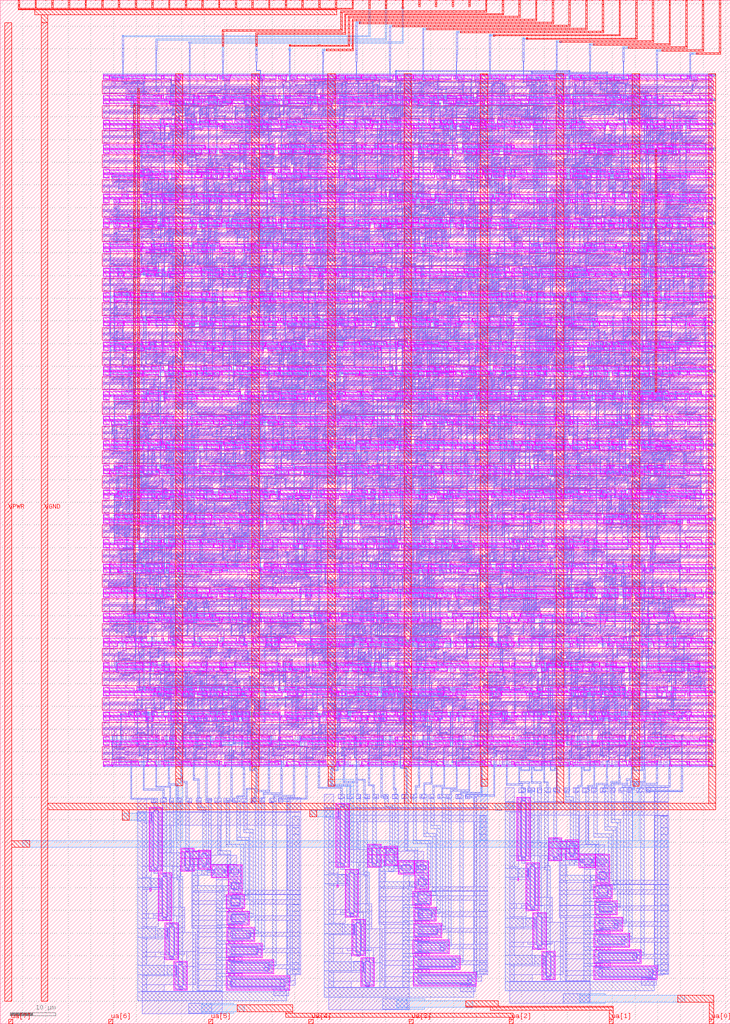
<source format=lef>
VERSION 5.7 ;
  NOWIREEXTENSIONATPIN ON ;
  DIVIDERCHAR "/" ;
  BUSBITCHARS "[]" ;
MACRO tt_um_rejunity_ay8913
  CLASS BLOCK ;
  FOREIGN tt_um_rejunity_ay8913 ;
  ORIGIN 0.000 0.000 ;
  SIZE 161.000 BY 225.760 ;
  PIN clk
    DIRECTION INPUT ;
    USE SIGNAL ;
    ANTENNAGATEAREA 0.852000 ;
    PORT
      LAYER met4 ;
        RECT 154.870 224.760 155.170 225.760 ;
    END
  END clk
  PIN ena
    DIRECTION INPUT ;
    USE SIGNAL ;
    ANTENNAGATEAREA 0.196500 ;
    PORT
      LAYER met4 ;
        RECT 158.550 224.760 158.850 225.760 ;
    END
  END ena
  PIN rst_n
    DIRECTION INPUT ;
    USE SIGNAL ;
    ANTENNAGATEAREA 0.159000 ;
    PORT
      LAYER met4 ;
        RECT 151.190 224.760 151.490 225.760 ;
    END
  END rst_n
  PIN ua[0]
    DIRECTION INOUT ;
    USE SIGNAL ;
    ANTENNADIFFAREA 13.148600 ;
    PORT
      LAYER met4 ;
        RECT 156.410 0.000 157.310 1.000 ;
    END
  END ua[0]
  PIN ua[1]
    DIRECTION INOUT ;
    USE SIGNAL ;
    ANTENNADIFFAREA 13.148600 ;
    PORT
      LAYER met4 ;
        RECT 134.330 0.000 135.230 1.000 ;
    END
  END ua[1]
  PIN ua[2]
    DIRECTION INOUT ;
    USE SIGNAL ;
    ANTENNADIFFAREA 13.148600 ;
    PORT
      LAYER met4 ;
        RECT 112.250 0.000 113.150 1.000 ;
    END
  END ua[2]
  PIN ua[3]
    DIRECTION INOUT ;
    USE SIGNAL ;
    PORT
      LAYER met4 ;
        RECT 90.170 0.000 91.070 1.000 ;
    END
  END ua[3]
  PIN ua[4]
    DIRECTION INOUT ;
    USE SIGNAL ;
    PORT
      LAYER met4 ;
        RECT 68.090 0.000 68.990 1.000 ;
    END
  END ua[4]
  PIN ua[5]
    DIRECTION INOUT ;
    USE SIGNAL ;
    PORT
      LAYER met4 ;
        RECT 46.010 0.000 46.910 1.000 ;
    END
  END ua[5]
  PIN ua[6]
    DIRECTION INOUT ;
    USE SIGNAL ;
    PORT
      LAYER met4 ;
        RECT 23.930 0.000 24.830 1.000 ;
    END
  END ua[6]
  PIN ua[7]
    DIRECTION INOUT ;
    USE SIGNAL ;
    PORT
      LAYER met4 ;
        RECT 1.850 0.000 2.750 1.000 ;
    END
  END ua[7]
  PIN ui_in[0]
    DIRECTION INPUT ;
    USE SIGNAL ;
    ANTENNAGATEAREA 0.159000 ;
    PORT
      LAYER met4 ;
        RECT 147.510 224.760 147.810 225.760 ;
    END
  END ui_in[0]
  PIN ui_in[1]
    DIRECTION INPUT ;
    USE SIGNAL ;
    ANTENNAGATEAREA 0.159000 ;
    PORT
      LAYER met4 ;
        RECT 143.830 224.760 144.130 225.760 ;
    END
  END ui_in[1]
  PIN ui_in[2]
    DIRECTION INPUT ;
    USE SIGNAL ;
    ANTENNAGATEAREA 0.213000 ;
    PORT
      LAYER met4 ;
        RECT 140.150 224.760 140.450 225.760 ;
    END
  END ui_in[2]
  PIN ui_in[3]
    DIRECTION INPUT ;
    USE SIGNAL ;
    ANTENNAGATEAREA 0.213000 ;
    PORT
      LAYER met4 ;
        RECT 136.470 224.760 136.770 225.760 ;
    END
  END ui_in[3]
  PIN ui_in[4]
    DIRECTION INPUT ;
    USE SIGNAL ;
    ANTENNAGATEAREA 0.196500 ;
    PORT
      LAYER met4 ;
        RECT 132.790 224.760 133.090 225.760 ;
    END
  END ui_in[4]
  PIN ui_in[5]
    DIRECTION INPUT ;
    USE SIGNAL ;
    ANTENNAGATEAREA 0.159000 ;
    PORT
      LAYER met4 ;
        RECT 129.110 224.760 129.410 225.760 ;
    END
  END ui_in[5]
  PIN ui_in[6]
    DIRECTION INPUT ;
    USE SIGNAL ;
    ANTENNAGATEAREA 0.159000 ;
    PORT
      LAYER met4 ;
        RECT 125.430 224.760 125.730 225.760 ;
    END
  END ui_in[6]
  PIN ui_in[7]
    DIRECTION INPUT ;
    USE SIGNAL ;
    ANTENNAGATEAREA 0.159000 ;
    PORT
      LAYER met4 ;
        RECT 121.750 224.760 122.050 225.760 ;
    END
  END ui_in[7]
  PIN uio_in[0]
    DIRECTION INPUT ;
    USE SIGNAL ;
    ANTENNAGATEAREA 0.196500 ;
    PORT
      LAYER met4 ;
        RECT 118.070 224.760 118.370 225.760 ;
    END
  END uio_in[0]
  PIN uio_in[1]
    DIRECTION INPUT ;
    USE SIGNAL ;
    ANTENNAGATEAREA 0.196500 ;
    PORT
      LAYER met4 ;
        RECT 114.390 224.760 114.690 225.760 ;
    END
  END uio_in[1]
  PIN uio_in[2]
    DIRECTION INPUT ;
    USE SIGNAL ;
    ANTENNAGATEAREA 0.196500 ;
    PORT
      LAYER met4 ;
        RECT 110.710 224.760 111.010 225.760 ;
    END
  END uio_in[2]
  PIN uio_in[3]
    DIRECTION INPUT ;
    USE SIGNAL ;
    ANTENNAGATEAREA 0.196500 ;
    PORT
      LAYER met4 ;
        RECT 107.030 224.760 107.330 225.760 ;
    END
  END uio_in[3]
  PIN uio_in[4]
    DIRECTION INPUT ;
    USE SIGNAL ;
    PORT
      LAYER met4 ;
        RECT 103.350 224.760 103.650 225.760 ;
    END
  END uio_in[4]
  PIN uio_in[5]
    DIRECTION INPUT ;
    USE SIGNAL ;
    PORT
      LAYER met4 ;
        RECT 99.670 224.760 99.970 225.760 ;
    END
  END uio_in[5]
  PIN uio_in[6]
    DIRECTION INPUT ;
    USE SIGNAL ;
    PORT
      LAYER met4 ;
        RECT 95.990 224.760 96.290 225.760 ;
    END
  END uio_in[6]
  PIN uio_in[7]
    DIRECTION INPUT ;
    USE SIGNAL ;
    PORT
      LAYER met4 ;
        RECT 92.310 224.760 92.610 225.760 ;
    END
  END uio_in[7]
  PIN uio_oe[0]
    DIRECTION OUTPUT ;
    USE SIGNAL ;
    ANTENNAGATEAREA 1077.790771 ;
    ANTENNADIFFAREA 991.837952 ;
    PORT
      LAYER met4 ;
        RECT 29.750 224.760 30.050 225.760 ;
    END
  END uio_oe[0]
  PIN uio_oe[1]
    DIRECTION OUTPUT ;
    USE SIGNAL ;
    ANTENNAGATEAREA 1077.790771 ;
    ANTENNADIFFAREA 991.837952 ;
    PORT
      LAYER met4 ;
        RECT 26.070 224.760 26.370 225.760 ;
    END
  END uio_oe[1]
  PIN uio_oe[2]
    DIRECTION OUTPUT ;
    USE SIGNAL ;
    ANTENNAGATEAREA 1077.790771 ;
    ANTENNADIFFAREA 991.837952 ;
    PORT
      LAYER met4 ;
        RECT 22.390 224.760 22.690 225.760 ;
    END
  END uio_oe[2]
  PIN uio_oe[3]
    DIRECTION OUTPUT ;
    USE SIGNAL ;
    ANTENNAGATEAREA 1077.790771 ;
    ANTENNADIFFAREA 991.837952 ;
    PORT
      LAYER met4 ;
        RECT 18.710 224.760 19.010 225.760 ;
    END
  END uio_oe[3]
  PIN uio_oe[4]
    DIRECTION OUTPUT ;
    USE SIGNAL ;
    ANTENNAGATEAREA 1077.790771 ;
    ANTENNADIFFAREA 991.837952 ;
    PORT
      LAYER met4 ;
        RECT 15.030 224.760 15.330 225.760 ;
    END
  END uio_oe[4]
  PIN uio_oe[5]
    DIRECTION OUTPUT ;
    USE SIGNAL ;
    ANTENNAGATEAREA 1077.790771 ;
    ANTENNADIFFAREA 991.837952 ;
    PORT
      LAYER met4 ;
        RECT 11.350 224.760 11.650 225.760 ;
    END
  END uio_oe[5]
  PIN uio_oe[6]
    DIRECTION OUTPUT ;
    USE SIGNAL ;
    ANTENNAGATEAREA 1077.790771 ;
    ANTENNADIFFAREA 991.837952 ;
    PORT
      LAYER met4 ;
        RECT 7.670 224.760 7.970 225.760 ;
    END
  END uio_oe[6]
  PIN uio_oe[7]
    DIRECTION OUTPUT ;
    USE SIGNAL ;
    ANTENNAGATEAREA 1077.790771 ;
    ANTENNADIFFAREA 991.837952 ;
    PORT
      LAYER met4 ;
        RECT 3.990 224.760 4.290 225.760 ;
    END
  END uio_oe[7]
  PIN uio_out[0]
    DIRECTION OUTPUT ;
    USE SIGNAL ;
    ANTENNAGATEAREA 1077.790771 ;
    ANTENNADIFFAREA 991.837952 ;
    PORT
      LAYER met4 ;
        RECT 59.190 224.760 59.490 225.760 ;
    END
  END uio_out[0]
  PIN uio_out[1]
    DIRECTION OUTPUT ;
    USE SIGNAL ;
    ANTENNAGATEAREA 1077.790771 ;
    ANTENNADIFFAREA 991.837952 ;
    PORT
      LAYER met4 ;
        RECT 55.510 224.760 55.810 225.760 ;
    END
  END uio_out[1]
  PIN uio_out[2]
    DIRECTION OUTPUT ;
    USE SIGNAL ;
    ANTENNAGATEAREA 1077.790771 ;
    ANTENNADIFFAREA 991.837952 ;
    PORT
      LAYER met4 ;
        RECT 51.830 224.760 52.130 225.760 ;
    END
  END uio_out[2]
  PIN uio_out[3]
    DIRECTION OUTPUT ;
    USE SIGNAL ;
    ANTENNAGATEAREA 1077.790771 ;
    ANTENNADIFFAREA 991.837952 ;
    PORT
      LAYER met4 ;
        RECT 48.150 224.760 48.450 225.760 ;
    END
  END uio_out[3]
  PIN uio_out[4]
    DIRECTION OUTPUT ;
    USE SIGNAL ;
    ANTENNAGATEAREA 1077.790771 ;
    ANTENNADIFFAREA 991.837952 ;
    PORT
      LAYER met4 ;
        RECT 44.470 224.760 44.770 225.760 ;
    END
  END uio_out[4]
  PIN uio_out[5]
    DIRECTION OUTPUT ;
    USE SIGNAL ;
    ANTENNAGATEAREA 1077.790771 ;
    ANTENNADIFFAREA 991.837952 ;
    PORT
      LAYER met4 ;
        RECT 40.790 224.760 41.090 225.760 ;
    END
  END uio_out[5]
  PIN uio_out[6]
    DIRECTION OUTPUT ;
    USE SIGNAL ;
    ANTENNAGATEAREA 1077.790771 ;
    ANTENNADIFFAREA 991.837952 ;
    PORT
      LAYER met4 ;
        RECT 37.110 224.760 37.410 225.760 ;
    END
  END uio_out[6]
  PIN uio_out[7]
    DIRECTION OUTPUT ;
    USE SIGNAL ;
    ANTENNAGATEAREA 1077.790771 ;
    ANTENNADIFFAREA 991.837952 ;
    PORT
      LAYER met4 ;
        RECT 33.430 224.760 33.730 225.760 ;
    END
  END uio_out[7]
  PIN uo_out[0]
    DIRECTION OUTPUT ;
    USE SIGNAL ;
    ANTENNADIFFAREA 0.445500 ;
    PORT
      LAYER met4 ;
        RECT 88.630 224.760 88.930 225.760 ;
    END
  END uo_out[0]
  PIN uo_out[1]
    DIRECTION OUTPUT ;
    USE SIGNAL ;
    ANTENNADIFFAREA 0.445500 ;
    PORT
      LAYER met4 ;
        RECT 84.950 224.760 85.250 225.760 ;
    END
  END uo_out[1]
  PIN uo_out[2]
    DIRECTION OUTPUT ;
    USE SIGNAL ;
    ANTENNADIFFAREA 0.445500 ;
    PORT
      LAYER met4 ;
        RECT 81.270 224.760 81.570 225.760 ;
    END
  END uo_out[2]
  PIN uo_out[3]
    DIRECTION OUTPUT ;
    USE SIGNAL ;
    ANTENNAGATEAREA 1077.790771 ;
    ANTENNADIFFAREA 991.837952 ;
    PORT
      LAYER met4 ;
        RECT 77.590 224.760 77.890 225.760 ;
    END
  END uo_out[3]
  PIN uo_out[4]
    DIRECTION OUTPUT ;
    USE SIGNAL ;
    ANTENNAGATEAREA 1077.790771 ;
    ANTENNADIFFAREA 991.837952 ;
    PORT
      LAYER met4 ;
        RECT 73.910 224.760 74.210 225.760 ;
    END
  END uo_out[4]
  PIN uo_out[5]
    DIRECTION OUTPUT ;
    USE SIGNAL ;
    ANTENNAGATEAREA 1077.790771 ;
    ANTENNADIFFAREA 991.837952 ;
    PORT
      LAYER met4 ;
        RECT 70.230 224.760 70.530 225.760 ;
    END
  END uo_out[5]
  PIN uo_out[6]
    DIRECTION OUTPUT ;
    USE SIGNAL ;
    ANTENNAGATEAREA 1077.790771 ;
    ANTENNADIFFAREA 991.837952 ;
    PORT
      LAYER met4 ;
        RECT 66.550 224.760 66.850 225.760 ;
    END
  END uo_out[6]
  PIN uo_out[7]
    DIRECTION OUTPUT ;
    USE SIGNAL ;
    ANTENNAGATEAREA 1077.790771 ;
    ANTENNADIFFAREA 991.837952 ;
    PORT
      LAYER met4 ;
        RECT 62.870 224.760 63.170 225.760 ;
    END
  END uo_out[7]
  PIN VPWR
    DIRECTION INOUT ;
    USE POWER ;
    PORT
      LAYER met4 ;
        RECT 1.000 5.000 2.500 220.760 ;
    END
  END VPWR
  PIN VGND
    DIRECTION INOUT ;
    USE GROUND ;
    PORT
      LAYER met4 ;
        RECT 9.000 5.000 10.500 220.760 ;
    END
  END VGND
  OBS
      LAYER pwell ;
        RECT 22.835 209.135 23.005 209.325 ;
        RECT 31.575 209.135 31.745 209.325 ;
        RECT 32.035 209.135 32.205 209.325 ;
        RECT 36.175 209.135 36.345 209.325 ;
        RECT 38.010 209.185 38.130 209.295 ;
        RECT 39.395 209.135 39.565 209.325 ;
        RECT 39.855 209.135 40.025 209.325 ;
        RECT 45.375 209.135 45.545 209.325 ;
        RECT 48.130 209.185 48.250 209.295 ;
        RECT 49.050 209.185 49.170 209.295 ;
        RECT 50.435 209.135 50.605 209.325 ;
        RECT 50.895 209.135 51.065 209.325 ;
        RECT 56.410 209.185 56.530 209.295 ;
        RECT 57.795 209.135 57.965 209.325 ;
        RECT 58.255 209.135 58.425 209.325 ;
        RECT 61.010 209.185 61.130 209.295 ;
        RECT 62.855 209.135 63.025 209.325 ;
        RECT 63.325 209.180 63.485 209.290 ;
        RECT 64.245 209.135 64.415 209.325 ;
        RECT 65.615 209.135 65.785 209.325 ;
        RECT 67.455 209.135 67.625 209.325 ;
        RECT 73.895 209.135 74.065 209.325 ;
        RECT 74.815 209.135 74.985 209.325 ;
        RECT 79.415 209.135 79.585 209.325 ;
        RECT 79.875 209.135 80.045 209.325 ;
        RECT 82.640 209.135 82.810 209.325 ;
        RECT 83.095 209.135 83.265 209.325 ;
        RECT 86.770 209.185 86.890 209.295 ;
        RECT 90.915 209.135 91.085 209.325 ;
        RECT 91.375 209.135 91.545 209.325 ;
        RECT 93.210 209.185 93.330 209.295 ;
        RECT 93.675 209.135 93.845 209.325 ;
        RECT 96.435 209.135 96.605 209.325 ;
        RECT 96.895 209.135 97.065 209.325 ;
        RECT 99.650 209.185 99.770 209.295 ;
        RECT 100.570 209.185 100.690 209.295 ;
        RECT 101.035 209.135 101.205 209.325 ;
        RECT 102.415 209.135 102.585 209.325 ;
        RECT 104.250 209.185 104.370 209.295 ;
        RECT 104.715 209.135 104.885 209.325 ;
        RECT 106.095 209.135 106.265 209.325 ;
        RECT 107.930 209.185 108.050 209.295 ;
        RECT 109.775 209.135 109.945 209.325 ;
        RECT 110.235 209.135 110.405 209.325 ;
        RECT 111.615 209.135 111.785 209.325 ;
        RECT 113.455 209.135 113.625 209.325 ;
        RECT 118.975 209.135 119.145 209.325 ;
        RECT 119.435 209.135 119.605 209.325 ;
        RECT 124.495 209.135 124.665 209.325 ;
        RECT 124.965 209.180 125.125 209.290 ;
        RECT 127.715 209.135 127.885 209.325 ;
        RECT 128.175 209.135 128.345 209.325 ;
        RECT 131.855 209.135 132.025 209.325 ;
        RECT 138.295 209.135 138.465 209.325 ;
        RECT 139.215 209.135 139.385 209.325 ;
        RECT 141.055 209.135 141.225 209.325 ;
        RECT 146.575 209.135 146.745 209.325 ;
        RECT 150.255 209.135 150.425 209.325 ;
        RECT 152.090 209.185 152.210 209.295 ;
        RECT 153.465 209.135 153.635 209.325 ;
        RECT 153.935 209.135 154.105 209.325 ;
        RECT 156.695 209.135 156.865 209.325 ;
        RECT 22.695 208.325 24.065 209.135 ;
        RECT 24.155 208.455 31.885 209.135 ;
        RECT 24.155 208.225 25.925 208.455 ;
        RECT 27.460 208.235 28.370 208.455 ;
        RECT 31.895 208.325 35.565 209.135 ;
        RECT 35.585 208.265 36.015 209.050 ;
        RECT 36.035 208.325 37.865 209.135 ;
        RECT 38.335 208.355 39.705 209.135 ;
        RECT 39.715 208.325 45.225 209.135 ;
        RECT 45.235 208.325 47.985 209.135 ;
        RECT 48.465 208.265 48.895 209.050 ;
        RECT 49.375 208.355 50.745 209.135 ;
        RECT 50.755 208.325 56.265 209.135 ;
        RECT 56.735 208.355 58.105 209.135 ;
        RECT 58.115 208.325 60.865 209.135 ;
        RECT 61.345 208.265 61.775 209.050 ;
        RECT 61.805 208.225 63.155 209.135 ;
        RECT 64.095 208.355 65.465 209.135 ;
        RECT 65.475 208.325 67.305 209.135 ;
        RECT 67.315 208.225 70.525 209.135 ;
        RECT 70.630 208.455 74.095 209.135 ;
        RECT 70.630 208.225 71.550 208.455 ;
        RECT 74.225 208.265 74.655 209.050 ;
        RECT 74.675 208.355 76.045 209.135 ;
        RECT 76.150 208.455 79.615 209.135 ;
        RECT 79.735 208.455 81.565 209.135 ;
        RECT 76.150 208.225 77.070 208.455 ;
        RECT 80.220 208.225 81.565 208.455 ;
        RECT 81.575 208.225 82.925 209.135 ;
        RECT 82.955 208.325 86.625 209.135 ;
        RECT 87.105 208.265 87.535 209.050 ;
        RECT 87.650 208.455 91.115 209.135 ;
        RECT 91.235 208.455 93.065 209.135 ;
        RECT 93.535 208.455 95.365 209.135 ;
        RECT 87.650 208.225 88.570 208.455 ;
        RECT 91.720 208.225 93.065 208.455 ;
        RECT 94.020 208.225 95.365 208.455 ;
        RECT 95.375 208.355 96.745 209.135 ;
        RECT 96.755 208.325 99.505 209.135 ;
        RECT 99.985 208.265 100.415 209.050 ;
        RECT 100.895 208.355 102.265 209.135 ;
        RECT 102.275 208.325 104.105 209.135 ;
        RECT 104.575 208.355 105.945 209.135 ;
        RECT 105.955 208.325 107.785 209.135 ;
        RECT 108.255 208.455 110.085 209.135 ;
        RECT 110.095 208.355 111.465 209.135 ;
        RECT 111.475 208.325 112.845 209.135 ;
        RECT 112.865 208.265 113.295 209.050 ;
        RECT 113.315 208.325 116.065 209.135 ;
        RECT 116.075 208.225 119.285 209.135 ;
        RECT 119.295 208.455 121.125 209.135 ;
        RECT 121.230 208.455 124.695 209.135 ;
        RECT 121.230 208.225 122.150 208.455 ;
        RECT 125.745 208.265 126.175 209.050 ;
        RECT 126.195 208.455 128.025 209.135 ;
        RECT 128.145 208.455 131.610 209.135 ;
        RECT 131.825 208.455 135.290 209.135 ;
        RECT 126.195 208.225 127.540 208.455 ;
        RECT 130.690 208.225 131.610 208.455 ;
        RECT 134.370 208.225 135.290 208.455 ;
        RECT 135.395 208.225 138.605 209.135 ;
        RECT 138.625 208.265 139.055 209.050 ;
        RECT 139.075 208.455 140.905 209.135 ;
        RECT 139.560 208.225 140.905 208.455 ;
        RECT 140.915 208.325 146.425 209.135 ;
        RECT 146.435 208.325 150.105 209.135 ;
        RECT 150.115 208.325 151.485 209.135 ;
        RECT 151.505 208.265 151.935 209.050 ;
        RECT 152.415 208.355 153.785 209.135 ;
        RECT 153.795 208.325 155.625 209.135 ;
        RECT 155.635 208.325 157.005 209.135 ;
      LAYER nwell ;
        RECT 22.500 205.105 157.200 207.935 ;
      LAYER pwell ;
        RECT 22.695 203.905 24.065 204.715 ;
        RECT 24.075 203.905 27.745 204.715 ;
        RECT 31.270 204.585 32.180 204.805 ;
        RECT 33.715 204.585 35.485 204.815 ;
        RECT 27.755 203.905 35.485 204.585 ;
        RECT 35.585 203.990 36.015 204.775 ;
        RECT 40.010 204.585 40.920 204.805 ;
        RECT 42.455 204.585 43.805 204.815 ;
        RECT 45.675 204.585 46.605 204.815 ;
        RECT 36.495 203.905 43.805 204.585 ;
        RECT 43.855 203.905 46.605 204.585 ;
        RECT 46.615 204.615 47.560 204.815 ;
        RECT 46.615 203.935 49.365 204.615 ;
        RECT 46.615 203.905 47.560 203.935 ;
        RECT 22.835 203.695 23.005 203.905 ;
        RECT 24.215 203.695 24.385 203.905 ;
        RECT 27.895 203.715 28.065 203.905 ;
        RECT 29.735 203.695 29.905 203.885 ;
        RECT 36.170 203.745 36.290 203.855 ;
        RECT 36.635 203.715 36.805 203.905 ;
        RECT 22.695 202.885 24.065 203.695 ;
        RECT 24.075 202.885 29.585 203.695 ;
        RECT 29.595 203.015 37.325 203.695 ;
        RECT 37.560 203.665 37.730 203.885 ;
        RECT 40.770 203.745 40.890 203.855 ;
        RECT 41.230 203.695 41.400 203.885 ;
        RECT 42.615 203.715 42.785 203.885 ;
        RECT 43.995 203.715 44.165 203.905 ;
        RECT 49.050 203.885 49.220 203.935 ;
        RECT 49.375 203.905 50.745 204.685 ;
        RECT 54.270 204.585 55.180 204.805 ;
        RECT 56.715 204.585 58.065 204.815 ;
        RECT 50.755 203.905 58.065 204.585 ;
        RECT 58.115 204.585 59.045 204.815 ;
        RECT 58.115 203.905 60.865 204.585 ;
        RECT 61.345 203.990 61.775 204.775 ;
        RECT 62.755 204.585 64.105 204.815 ;
        RECT 65.640 204.585 66.550 204.805 ;
        RECT 70.575 204.585 71.925 204.815 ;
        RECT 73.460 204.585 74.370 204.805 ;
        RECT 81.410 204.585 82.320 204.805 ;
        RECT 83.855 204.585 85.205 204.815 ;
        RECT 62.755 203.905 70.065 204.585 ;
        RECT 70.575 203.905 77.885 204.585 ;
        RECT 77.895 203.905 85.205 204.585 ;
        RECT 85.275 203.905 86.625 204.815 ;
        RECT 87.105 203.990 87.535 204.775 ;
        RECT 87.555 203.905 88.925 204.715 ;
        RECT 92.450 204.585 93.360 204.805 ;
        RECT 94.895 204.585 96.245 204.815 ;
        RECT 88.935 203.905 96.245 204.585 ;
        RECT 96.305 203.905 97.655 204.815 ;
        RECT 98.595 204.615 99.540 204.815 ;
        RECT 100.875 204.615 101.805 204.815 ;
        RECT 98.595 204.135 101.805 204.615 ;
        RECT 98.595 203.935 101.665 204.135 ;
        RECT 98.595 203.905 99.540 203.935 ;
        RECT 42.620 203.695 42.785 203.715 ;
        RECT 44.915 203.695 45.085 203.885 ;
        RECT 48.130 203.745 48.250 203.855 ;
        RECT 49.050 203.715 49.225 203.885 ;
        RECT 49.515 203.715 49.685 203.905 ;
        RECT 50.895 203.715 51.065 203.905 ;
        RECT 49.075 203.695 49.225 203.715 ;
        RECT 51.355 203.695 51.525 203.885 ;
        RECT 54.120 203.695 54.290 203.885 ;
        RECT 56.420 203.695 56.590 203.885 ;
        RECT 60.555 203.715 60.725 203.905 ;
        RECT 61.945 203.855 62.105 203.860 ;
        RECT 61.010 203.745 61.130 203.855 ;
        RECT 61.930 203.750 62.105 203.855 ;
        RECT 61.930 203.745 62.050 203.750 ;
        RECT 63.315 203.695 63.485 203.885 ;
        RECT 63.775 203.695 63.945 203.885 ;
        RECT 68.375 203.695 68.545 203.885 ;
        RECT 68.835 203.695 69.005 203.885 ;
        RECT 69.755 203.715 69.925 203.905 ;
        RECT 70.215 203.855 70.385 203.885 ;
        RECT 70.210 203.745 70.385 203.855 ;
        RECT 70.215 203.695 70.385 203.745 ;
        RECT 73.445 203.740 73.605 203.850 ;
        RECT 74.815 203.695 74.985 203.885 ;
        RECT 77.575 203.715 77.745 203.905 ;
        RECT 78.035 203.715 78.205 203.905 ;
        RECT 82.180 203.695 82.350 203.885 ;
        RECT 85.390 203.715 85.560 203.905 ;
        RECT 86.770 203.745 86.890 203.855 ;
        RECT 87.695 203.715 87.865 203.905 ;
        RECT 89.075 203.715 89.245 203.905 ;
        RECT 90.000 203.695 90.170 203.885 ;
        RECT 90.450 203.745 90.570 203.855 ;
        RECT 90.910 203.695 91.080 203.885 ;
        RECT 92.295 203.715 92.465 203.885 ;
        RECT 92.300 203.695 92.465 203.715 ;
        RECT 94.595 203.695 94.765 203.885 ;
        RECT 96.905 203.740 97.065 203.850 ;
        RECT 97.355 203.715 97.525 203.905 ;
        RECT 97.815 203.695 97.985 203.885 ;
        RECT 100.575 203.695 100.745 203.885 ;
        RECT 101.495 203.715 101.665 203.935 ;
        RECT 101.815 203.905 104.425 204.815 ;
        RECT 105.075 204.585 106.425 204.815 ;
        RECT 107.960 204.585 108.870 204.805 ;
        RECT 105.075 203.905 112.385 204.585 ;
        RECT 112.865 203.990 113.295 204.775 ;
        RECT 113.315 203.905 116.065 204.715 ;
        RECT 120.050 204.585 120.960 204.805 ;
        RECT 122.495 204.585 123.845 204.815 ;
        RECT 124.380 204.585 125.725 204.815 ;
        RECT 129.710 204.585 130.620 204.805 ;
        RECT 132.155 204.585 133.505 204.815 ;
        RECT 116.535 203.905 123.845 204.585 ;
        RECT 123.895 203.905 125.725 204.585 ;
        RECT 126.195 203.905 133.505 204.585 ;
        RECT 133.555 203.905 136.765 204.815 ;
        RECT 136.785 203.905 138.135 204.815 ;
        RECT 138.625 203.990 139.055 204.775 ;
        RECT 139.075 204.585 140.210 204.815 ;
        RECT 139.075 203.905 142.285 204.585 ;
        RECT 142.315 203.905 143.665 204.815 ;
        RECT 143.685 203.905 145.035 204.815 ;
        RECT 145.055 203.905 150.565 204.715 ;
        RECT 150.575 203.905 154.245 204.715 ;
        RECT 154.255 203.905 155.625 204.715 ;
        RECT 155.635 203.905 157.005 204.715 ;
        RECT 101.960 203.715 102.130 203.905 ;
        RECT 104.710 203.745 104.830 203.855 ;
        RECT 39.690 203.665 40.625 203.695 ;
        RECT 37.560 203.465 40.625 203.665 ;
        RECT 33.110 202.795 34.020 203.015 ;
        RECT 35.555 202.785 37.325 203.015 ;
        RECT 37.415 202.985 40.625 203.465 ;
        RECT 37.415 202.785 38.345 202.985 ;
        RECT 39.675 202.785 40.625 202.985 ;
        RECT 41.115 202.785 42.465 203.695 ;
        RECT 42.620 203.015 44.455 203.695 ;
        RECT 43.525 202.785 44.455 203.015 ;
        RECT 44.875 202.785 47.985 203.695 ;
        RECT 48.465 202.825 48.895 203.610 ;
        RECT 49.075 202.875 51.005 203.695 ;
        RECT 51.215 202.885 53.965 203.695 ;
        RECT 50.055 202.785 51.005 202.875 ;
        RECT 53.975 202.785 56.265 203.695 ;
        RECT 56.275 202.785 61.595 203.695 ;
        RECT 62.265 202.785 63.615 203.695 ;
        RECT 63.745 203.015 67.210 203.695 ;
        RECT 66.290 202.785 67.210 203.015 ;
        RECT 67.325 202.785 68.675 203.695 ;
        RECT 68.695 202.885 70.065 203.695 ;
        RECT 70.075 202.785 73.285 203.695 ;
        RECT 74.225 202.825 74.655 203.610 ;
        RECT 74.675 203.015 81.985 203.695 ;
        RECT 82.035 203.015 86.165 203.695 ;
        RECT 78.190 202.795 79.100 203.015 ;
        RECT 80.635 202.785 81.985 203.015 ;
        RECT 84.775 202.785 86.165 203.015 ;
        RECT 86.175 202.785 90.280 203.695 ;
        RECT 90.795 202.785 92.145 203.695 ;
        RECT 92.300 203.015 94.135 203.695 ;
        RECT 94.455 203.015 96.745 203.695 ;
        RECT 97.675 203.015 99.965 203.695 ;
        RECT 93.205 202.785 94.135 203.015 ;
        RECT 95.825 202.785 96.745 203.015 ;
        RECT 99.045 202.785 99.965 203.015 ;
        RECT 99.985 202.825 100.415 203.610 ;
        RECT 100.435 203.015 103.645 203.695 ;
        RECT 102.510 202.785 103.645 203.015 ;
        RECT 103.655 203.665 104.590 203.695 ;
        RECT 106.550 203.665 106.720 203.885 ;
        RECT 107.010 203.745 107.130 203.855 ;
        RECT 112.075 203.715 112.245 203.905 ;
        RECT 112.530 203.745 112.650 203.855 ;
        RECT 113.455 203.715 113.625 203.905 ;
        RECT 114.375 203.695 114.545 203.885 ;
        RECT 114.835 203.695 115.005 203.885 ;
        RECT 116.675 203.855 116.845 203.905 ;
        RECT 116.210 203.745 116.330 203.855 ;
        RECT 116.670 203.745 116.845 203.855 ;
        RECT 116.675 203.715 116.845 203.745 ;
        RECT 117.135 203.695 117.305 203.885 ;
        RECT 124.035 203.715 124.205 203.905 ;
        RECT 124.495 203.695 124.665 203.885 ;
        RECT 125.870 203.745 125.990 203.855 ;
        RECT 126.335 203.715 126.505 203.905 ;
        RECT 133.235 203.695 133.405 203.885 ;
        RECT 133.700 203.695 133.870 203.885 ;
        RECT 136.455 203.715 136.625 203.905 ;
        RECT 136.915 203.715 137.085 203.905 ;
        RECT 137.375 203.715 137.545 203.885 ;
        RECT 138.290 203.745 138.410 203.855 ;
        RECT 137.385 203.695 137.545 203.715 ;
        RECT 141.520 203.695 141.690 203.885 ;
        RECT 141.975 203.715 142.145 203.905 ;
        RECT 142.430 203.715 142.600 203.905 ;
        RECT 144.735 203.715 144.905 203.905 ;
        RECT 145.195 203.715 145.365 203.905 ;
        RECT 103.655 203.465 106.720 203.665 ;
        RECT 103.655 202.985 106.865 203.465 ;
        RECT 103.655 202.785 104.605 202.985 ;
        RECT 105.935 202.785 106.865 202.985 ;
        RECT 107.375 203.015 114.685 203.695 ;
        RECT 107.375 202.785 108.725 203.015 ;
        RECT 110.260 202.795 111.170 203.015 ;
        RECT 114.695 202.885 116.525 203.695 ;
        RECT 116.995 203.015 124.305 203.695 ;
        RECT 120.510 202.795 121.420 203.015 ;
        RECT 122.955 202.785 124.305 203.015 ;
        RECT 124.355 202.885 125.725 203.695 ;
        RECT 125.745 202.825 126.175 203.610 ;
        RECT 126.235 203.015 133.545 203.695 ;
        RECT 133.555 203.015 137.225 203.695 ;
        RECT 126.235 202.785 127.585 203.015 ;
        RECT 129.120 202.795 130.030 203.015 ;
        RECT 133.555 202.785 134.480 203.015 ;
        RECT 137.385 202.785 141.040 203.695 ;
        RECT 141.375 203.015 145.045 203.695 ;
        RECT 145.055 203.665 146.000 203.695 ;
        RECT 147.490 203.665 147.660 203.885 ;
        RECT 147.955 203.695 148.125 203.885 ;
        RECT 150.715 203.715 150.885 203.905 ;
        RECT 152.095 203.695 152.265 203.885 ;
        RECT 154.395 203.715 154.565 203.905 ;
        RECT 156.695 203.695 156.865 203.905 ;
        RECT 141.375 202.785 142.300 203.015 ;
        RECT 145.055 202.985 147.805 203.665 ;
        RECT 145.055 202.785 146.000 202.985 ;
        RECT 147.815 202.885 151.485 203.695 ;
        RECT 151.505 202.825 151.935 203.610 ;
        RECT 151.955 202.885 155.625 203.695 ;
        RECT 155.635 202.885 157.005 203.695 ;
      LAYER nwell ;
        RECT 22.500 199.665 157.200 202.495 ;
      LAYER pwell ;
        RECT 22.695 198.465 24.065 199.275 ;
        RECT 24.075 198.465 29.585 199.275 ;
        RECT 29.595 198.465 35.105 199.275 ;
        RECT 35.585 198.550 36.015 199.335 ;
        RECT 36.035 198.465 37.865 199.275 ;
        RECT 38.335 198.465 39.685 199.375 ;
        RECT 40.645 198.465 41.995 199.375 ;
        RECT 42.015 198.465 43.365 199.375 ;
        RECT 45.225 199.145 46.145 199.375 ;
        RECT 43.855 198.465 46.145 199.145 ;
        RECT 46.155 198.465 47.525 199.245 ;
        RECT 47.535 198.465 51.205 199.275 ;
        RECT 51.675 198.465 54.885 199.375 ;
        RECT 54.895 198.465 58.105 199.375 ;
        RECT 58.115 198.465 61.325 199.375 ;
        RECT 61.345 198.550 61.775 199.335 ;
        RECT 61.795 198.465 63.165 199.275 ;
        RECT 63.175 198.465 66.385 199.375 ;
        RECT 66.480 198.465 75.585 199.145 ;
        RECT 75.595 198.465 78.345 199.275 ;
        RECT 78.355 198.465 81.565 199.375 ;
        RECT 81.670 199.145 82.590 199.375 ;
        RECT 81.670 198.465 85.135 199.145 ;
        RECT 85.255 198.465 87.085 199.275 ;
        RECT 87.105 198.550 87.535 199.335 ;
        RECT 87.565 199.145 89.525 199.375 ;
        RECT 87.565 198.465 90.015 199.145 ;
        RECT 90.315 198.465 93.985 199.275 ;
        RECT 94.475 198.465 95.825 199.375 ;
        RECT 95.835 198.465 97.205 199.275 ;
        RECT 97.225 198.465 98.575 199.375 ;
        RECT 98.605 198.465 99.955 199.375 ;
        RECT 99.975 198.465 103.645 199.275 ;
        RECT 103.655 199.175 104.585 199.375 ;
        RECT 105.915 199.175 106.865 199.375 ;
        RECT 103.655 198.695 106.865 199.175 ;
        RECT 107.925 199.145 108.855 199.375 ;
        RECT 103.800 198.495 106.865 198.695 ;
        RECT 22.835 198.255 23.005 198.465 ;
        RECT 24.215 198.255 24.385 198.465 ;
        RECT 27.895 198.255 28.065 198.445 ;
        RECT 29.275 198.255 29.445 198.445 ;
        RECT 29.735 198.275 29.905 198.465 ;
        RECT 35.250 198.305 35.370 198.415 ;
        RECT 36.175 198.275 36.345 198.465 ;
        RECT 36.645 198.300 36.805 198.410 ;
        RECT 38.010 198.305 38.130 198.415 ;
        RECT 38.480 198.275 38.650 198.465 ;
        RECT 39.855 198.255 40.025 198.445 ;
        RECT 41.695 198.275 41.865 198.465 ;
        RECT 42.155 198.255 42.325 198.445 ;
        RECT 42.615 198.255 42.785 198.445 ;
        RECT 43.080 198.275 43.250 198.465 ;
        RECT 43.530 198.305 43.650 198.415 ;
        RECT 43.995 198.275 44.165 198.465 ;
        RECT 46.295 198.275 46.465 198.465 ;
        RECT 47.675 198.275 47.845 198.465 ;
        RECT 48.130 198.305 48.250 198.415 ;
        RECT 49.055 198.255 49.225 198.445 ;
        RECT 51.350 198.305 51.470 198.415 ;
        RECT 54.575 198.275 54.745 198.465 ;
        RECT 55.035 198.275 55.205 198.465 ;
        RECT 57.340 198.255 57.510 198.445 ;
        RECT 58.255 198.275 58.425 198.465 ;
        RECT 58.720 198.255 58.890 198.445 ;
        RECT 59.175 198.255 59.345 198.445 ;
        RECT 61.935 198.275 62.105 198.465 ;
        RECT 62.855 198.255 63.025 198.445 ;
        RECT 63.315 198.255 63.485 198.445 ;
        RECT 66.075 198.275 66.245 198.465 ;
        RECT 73.895 198.255 74.065 198.445 ;
        RECT 74.815 198.255 74.985 198.445 ;
        RECT 75.275 198.275 75.445 198.465 ;
        RECT 75.735 198.275 75.905 198.465 ;
        RECT 81.255 198.275 81.425 198.465 ;
        RECT 82.175 198.255 82.345 198.445 ;
        RECT 84.015 198.255 84.185 198.445 ;
        RECT 84.935 198.275 85.105 198.465 ;
        RECT 85.395 198.275 85.565 198.465 ;
        RECT 89.995 198.445 90.015 198.465 ;
        RECT 89.995 198.275 90.165 198.445 ;
        RECT 90.455 198.275 90.625 198.465 ;
        RECT 94.590 198.445 94.760 198.465 ;
        RECT 94.130 198.305 94.250 198.415 ;
        RECT 94.590 198.275 94.765 198.445 ;
        RECT 95.975 198.275 96.145 198.465 ;
        RECT 94.595 198.255 94.765 198.275 ;
        RECT 22.695 197.445 24.065 198.255 ;
        RECT 24.075 197.445 27.745 198.255 ;
        RECT 27.755 197.445 29.125 198.255 ;
        RECT 29.135 197.575 36.445 198.255 ;
        RECT 32.650 197.355 33.560 197.575 ;
        RECT 35.095 197.345 36.445 197.575 ;
        RECT 37.425 197.345 40.155 198.255 ;
        RECT 40.175 197.575 42.465 198.255 ;
        RECT 40.175 197.345 41.095 197.575 ;
        RECT 42.475 197.445 47.985 198.255 ;
        RECT 48.465 197.385 48.895 198.170 ;
        RECT 48.915 197.575 56.225 198.255 ;
        RECT 52.430 197.355 53.340 197.575 ;
        RECT 54.875 197.345 56.225 197.575 ;
        RECT 56.275 197.345 57.625 198.255 ;
        RECT 57.655 197.345 59.005 198.255 ;
        RECT 59.035 197.445 61.785 198.255 ;
        RECT 61.805 197.345 63.155 198.255 ;
        RECT 63.175 197.575 70.485 198.255 ;
        RECT 66.690 197.355 67.600 197.575 ;
        RECT 69.135 197.345 70.485 197.575 ;
        RECT 70.630 197.575 74.095 198.255 ;
        RECT 70.630 197.345 71.550 197.575 ;
        RECT 74.225 197.385 74.655 198.170 ;
        RECT 74.675 197.575 81.985 198.255 ;
        RECT 78.190 197.355 79.100 197.575 ;
        RECT 80.635 197.345 81.985 197.575 ;
        RECT 82.035 197.445 83.865 198.255 ;
        RECT 83.875 197.575 91.185 198.255 ;
        RECT 87.390 197.355 88.300 197.575 ;
        RECT 89.835 197.345 91.185 197.575 ;
        RECT 91.330 197.575 94.795 198.255 ;
        RECT 94.915 198.225 95.860 198.255 ;
        RECT 97.350 198.225 97.520 198.445 ;
        RECT 97.810 198.255 97.980 198.445 ;
        RECT 98.275 198.275 98.445 198.465 ;
        RECT 98.735 198.275 98.905 198.465 ;
        RECT 99.205 198.300 99.365 198.410 ;
        RECT 100.115 198.275 100.285 198.465 ;
        RECT 100.585 198.300 100.745 198.410 ;
        RECT 101.495 198.255 101.665 198.445 ;
        RECT 103.800 198.415 103.970 198.495 ;
        RECT 105.930 198.465 106.865 198.495 ;
        RECT 107.020 198.465 108.855 199.145 ;
        RECT 109.635 198.465 112.845 199.375 ;
        RECT 112.865 198.550 113.295 199.335 ;
        RECT 113.315 198.465 114.685 199.245 ;
        RECT 114.695 198.465 117.905 199.375 ;
        RECT 117.915 198.465 119.745 199.275 ;
        RECT 119.850 199.145 120.770 199.375 ;
        RECT 123.530 199.145 124.450 199.375 ;
        RECT 119.850 198.465 123.315 199.145 ;
        RECT 123.530 198.465 126.995 199.145 ;
        RECT 127.115 198.465 128.485 199.245 ;
        RECT 128.495 198.465 134.005 199.275 ;
        RECT 134.015 198.465 137.685 199.275 ;
        RECT 138.625 198.550 139.055 199.335 ;
        RECT 139.075 199.175 140.005 199.375 ;
        RECT 141.335 199.175 142.285 199.375 ;
        RECT 139.075 198.695 142.285 199.175 ;
        RECT 139.220 198.495 142.285 198.695 ;
        RECT 107.020 198.445 107.185 198.465 ;
        RECT 103.790 198.305 103.970 198.415 ;
        RECT 103.800 198.275 103.970 198.305 ;
        RECT 91.330 197.345 92.250 197.575 ;
        RECT 94.915 197.545 97.665 198.225 ;
        RECT 94.915 197.345 95.860 197.545 ;
        RECT 97.695 197.345 99.045 198.255 ;
        RECT 99.985 197.385 100.415 198.170 ;
        RECT 101.355 197.575 103.645 198.255 ;
        RECT 104.260 198.225 104.430 198.445 ;
        RECT 107.015 198.275 107.185 198.445 ;
        RECT 107.475 198.275 107.645 198.445 ;
        RECT 109.310 198.305 109.430 198.415 ;
        RECT 109.775 198.275 109.945 198.465 ;
        RECT 113.455 198.275 113.625 198.465 ;
        RECT 114.835 198.275 115.005 198.465 ;
        RECT 107.480 198.255 107.645 198.275 ;
        RECT 116.675 198.255 116.845 198.445 ;
        RECT 117.130 198.305 117.250 198.415 ;
        RECT 117.595 198.255 117.765 198.445 ;
        RECT 118.055 198.275 118.225 198.465 ;
        RECT 123.115 198.275 123.285 198.465 ;
        RECT 124.965 198.300 125.125 198.410 ;
        RECT 126.335 198.255 126.505 198.445 ;
        RECT 126.795 198.275 126.965 198.465 ;
        RECT 128.175 198.275 128.345 198.465 ;
        RECT 128.635 198.275 128.805 198.465 ;
        RECT 133.705 198.300 133.865 198.410 ;
        RECT 134.155 198.275 134.325 198.465 ;
        RECT 135.535 198.255 135.705 198.445 ;
        RECT 135.995 198.255 136.165 198.445 ;
        RECT 137.845 198.310 138.005 198.420 ;
        RECT 139.220 198.275 139.390 198.495 ;
        RECT 141.350 198.465 142.285 198.495 ;
        RECT 142.295 199.145 143.225 199.375 ;
        RECT 142.295 198.465 145.045 199.145 ;
        RECT 145.055 198.465 146.425 199.275 ;
        RECT 146.475 199.145 147.825 199.375 ;
        RECT 149.360 199.145 150.270 199.365 ;
        RECT 146.475 198.465 153.785 199.145 ;
        RECT 153.795 198.465 155.625 199.275 ;
        RECT 155.635 198.465 157.005 199.275 ;
        RECT 141.515 198.255 141.685 198.445 ;
        RECT 142.895 198.255 143.065 198.445 ;
        RECT 144.735 198.275 144.905 198.465 ;
        RECT 145.195 198.275 145.365 198.465 ;
        RECT 146.115 198.255 146.285 198.445 ;
        RECT 146.570 198.255 146.740 198.445 ;
        RECT 147.955 198.255 148.125 198.445 ;
        RECT 149.335 198.255 149.505 198.445 ;
        RECT 150.725 198.300 150.885 198.410 ;
        RECT 152.095 198.255 152.265 198.445 ;
        RECT 153.475 198.275 153.645 198.465 ;
        RECT 153.935 198.275 154.105 198.465 ;
        RECT 156.695 198.255 156.865 198.465 ;
        RECT 106.390 198.225 107.325 198.255 ;
        RECT 104.260 198.025 107.325 198.225 ;
        RECT 102.725 197.345 103.645 197.575 ;
        RECT 104.115 197.545 107.325 198.025 ;
        RECT 107.480 197.575 109.315 198.255 ;
        RECT 104.115 197.345 105.045 197.545 ;
        RECT 106.375 197.345 107.325 197.545 ;
        RECT 108.385 197.345 109.315 197.575 ;
        RECT 109.675 197.575 116.985 198.255 ;
        RECT 117.455 197.575 124.765 198.255 ;
        RECT 109.675 197.345 111.025 197.575 ;
        RECT 112.560 197.355 113.470 197.575 ;
        RECT 120.970 197.355 121.880 197.575 ;
        RECT 123.415 197.345 124.765 197.575 ;
        RECT 125.745 197.385 126.175 198.170 ;
        RECT 126.195 197.575 133.505 198.255 ;
        RECT 129.710 197.355 130.620 197.575 ;
        RECT 132.155 197.345 133.505 197.575 ;
        RECT 134.475 197.475 135.845 198.255 ;
        RECT 135.855 197.445 141.365 198.255 ;
        RECT 141.375 197.445 142.745 198.255 ;
        RECT 142.755 197.475 144.125 198.255 ;
        RECT 144.135 197.575 146.425 198.255 ;
        RECT 144.135 197.345 145.055 197.575 ;
        RECT 146.455 197.345 147.805 198.255 ;
        RECT 147.825 197.345 149.175 198.255 ;
        RECT 149.195 197.475 150.565 198.255 ;
        RECT 151.505 197.385 151.935 198.170 ;
        RECT 151.955 197.445 155.625 198.255 ;
        RECT 155.635 197.445 157.005 198.255 ;
      LAYER nwell ;
        RECT 22.500 194.225 157.200 197.055 ;
      LAYER pwell ;
        RECT 22.695 193.025 24.065 193.835 ;
        RECT 24.075 193.025 29.585 193.835 ;
        RECT 29.595 193.025 30.965 193.835 ;
        RECT 30.975 193.025 32.345 193.805 ;
        RECT 32.355 193.025 33.725 193.805 ;
        RECT 33.735 193.025 35.565 193.935 ;
        RECT 35.585 193.110 36.015 193.895 ;
        RECT 36.035 193.025 45.140 193.705 ;
        RECT 45.235 193.025 50.745 193.835 ;
        RECT 50.755 193.025 52.585 193.835 ;
        RECT 53.055 193.025 54.885 193.935 ;
        RECT 58.775 193.845 59.725 193.935 ;
        RECT 54.895 193.025 58.565 193.835 ;
        RECT 58.775 193.025 60.705 193.845 ;
        RECT 61.345 193.110 61.775 193.895 ;
        RECT 62.265 193.025 63.615 193.935 ;
        RECT 64.095 193.025 67.305 193.935 ;
        RECT 70.830 193.705 71.740 193.925 ;
        RECT 73.275 193.705 74.625 193.935 ;
        RECT 67.315 193.025 74.625 193.705 ;
        RECT 74.770 193.705 75.690 193.935 ;
        RECT 74.770 193.025 78.235 193.705 ;
        RECT 78.355 193.025 79.725 193.835 ;
        RECT 79.830 193.705 80.750 193.935 ;
        RECT 79.830 193.025 83.295 193.705 ;
        RECT 83.415 193.025 86.625 193.935 ;
        RECT 87.105 193.110 87.535 193.895 ;
        RECT 87.565 193.025 88.915 193.935 ;
        RECT 88.935 193.025 92.605 193.835 ;
        RECT 93.225 193.025 96.880 193.935 ;
        RECT 97.215 193.705 98.140 193.935 ;
        RECT 97.215 193.025 100.885 193.705 ;
        RECT 102.010 193.025 105.485 193.935 ;
        RECT 109.010 193.705 109.920 193.925 ;
        RECT 111.455 193.705 112.805 193.935 ;
        RECT 105.495 193.025 112.805 193.705 ;
        RECT 112.865 193.110 113.295 193.895 ;
        RECT 113.315 193.025 118.825 193.835 ;
        RECT 128.035 193.735 128.985 193.935 ;
        RECT 130.315 193.735 131.245 193.935 ;
        RECT 118.920 193.025 128.025 193.705 ;
        RECT 128.035 193.255 131.245 193.735 ;
        RECT 134.770 193.705 135.680 193.925 ;
        RECT 137.215 193.705 138.565 193.935 ;
        RECT 128.035 193.055 131.100 193.255 ;
        RECT 128.035 193.025 128.970 193.055 ;
        RECT 22.835 192.815 23.005 193.025 ;
        RECT 24.215 192.815 24.385 193.025 ;
        RECT 29.735 192.815 29.905 193.025 ;
        RECT 31.115 192.815 31.285 193.005 ;
        RECT 32.035 192.835 32.205 193.025 ;
        RECT 33.415 192.835 33.585 193.025 ;
        RECT 33.880 192.835 34.050 193.025 ;
        RECT 36.175 192.835 36.345 193.025 ;
        RECT 40.315 192.815 40.485 193.005 ;
        RECT 42.615 192.835 42.785 193.005 ;
        RECT 42.615 192.815 42.780 192.835 ;
        RECT 44.000 192.815 44.170 193.005 ;
        RECT 44.455 192.815 44.625 193.005 ;
        RECT 45.375 192.835 45.545 193.025 ;
        RECT 46.295 192.815 46.465 193.005 ;
        RECT 47.685 192.860 47.845 192.970 ;
        RECT 49.055 192.815 49.225 193.005 ;
        RECT 50.895 192.835 51.065 193.025 ;
        RECT 52.730 192.865 52.850 192.975 ;
        RECT 53.200 192.835 53.370 193.025 ;
        RECT 55.035 192.835 55.205 193.025 ;
        RECT 60.555 193.005 60.705 193.025 ;
        RECT 56.425 192.860 56.585 192.970 ;
        RECT 57.335 192.815 57.505 193.005 ;
        RECT 60.555 192.835 60.725 193.005 ;
        RECT 61.010 192.865 61.130 192.975 ;
        RECT 61.475 192.815 61.645 193.005 ;
        RECT 61.930 192.865 62.050 192.975 ;
        RECT 63.315 192.835 63.485 193.025 ;
        RECT 63.770 192.865 63.890 192.975 ;
        RECT 64.695 192.815 64.865 193.005 ;
        RECT 66.995 192.835 67.165 193.025 ;
        RECT 67.455 192.835 67.625 193.025 ;
        RECT 71.135 192.815 71.305 193.005 ;
        RECT 72.515 192.815 72.685 193.005 ;
        RECT 72.975 192.815 73.145 193.005 ;
        RECT 74.815 192.815 74.985 193.005 ;
        RECT 78.035 192.835 78.205 193.025 ;
        RECT 78.495 192.835 78.665 193.025 ;
        RECT 82.175 192.815 82.345 193.005 ;
        RECT 83.095 192.835 83.265 193.025 ;
        RECT 84.015 192.815 84.185 193.005 ;
        RECT 86.315 192.835 86.485 193.025 ;
        RECT 86.770 192.865 86.890 192.975 ;
        RECT 87.695 192.835 87.865 193.025 ;
        RECT 89.075 192.835 89.245 193.025 ;
        RECT 93.225 193.005 93.385 193.025 ;
        RECT 91.385 192.860 91.545 192.970 ;
        RECT 92.750 192.865 92.870 192.975 ;
        RECT 93.215 192.835 93.385 193.005 ;
        RECT 95.510 192.815 95.680 193.005 ;
        RECT 22.695 192.005 24.065 192.815 ;
        RECT 24.075 192.005 29.585 192.815 ;
        RECT 29.595 192.005 30.965 192.815 ;
        RECT 30.975 192.135 38.285 192.815 ;
        RECT 34.490 191.915 35.400 192.135 ;
        RECT 36.935 191.905 38.285 192.135 ;
        RECT 38.335 192.135 40.625 192.815 ;
        RECT 40.945 192.135 42.780 192.815 ;
        RECT 38.335 191.905 39.255 192.135 ;
        RECT 40.945 191.905 41.875 192.135 ;
        RECT 42.935 191.905 44.285 192.815 ;
        RECT 44.315 192.005 46.145 192.815 ;
        RECT 46.155 192.035 47.525 192.815 ;
        RECT 48.465 191.945 48.895 192.730 ;
        RECT 48.915 192.135 56.225 192.815 ;
        RECT 52.430 191.915 53.340 192.135 ;
        RECT 54.875 191.905 56.225 192.135 ;
        RECT 57.195 191.905 60.405 192.815 ;
        RECT 61.335 191.905 64.545 192.815 ;
        RECT 64.665 192.135 68.130 192.815 ;
        RECT 67.210 191.905 68.130 192.135 ;
        RECT 68.235 191.905 71.445 192.815 ;
        RECT 71.465 191.905 72.815 192.815 ;
        RECT 72.835 192.005 74.205 192.815 ;
        RECT 74.225 191.945 74.655 192.730 ;
        RECT 74.675 192.135 81.985 192.815 ;
        RECT 78.190 191.915 79.100 192.135 ;
        RECT 80.635 191.905 81.985 192.135 ;
        RECT 82.035 192.005 83.865 192.815 ;
        RECT 83.875 192.135 91.185 192.815 ;
        RECT 92.155 192.135 95.825 192.815 ;
        RECT 95.980 192.785 96.150 193.005 ;
        RECT 97.360 192.835 97.530 193.025 ;
        RECT 99.205 192.860 99.365 192.970 ;
        RECT 100.575 192.815 100.745 193.005 ;
        RECT 101.045 192.870 101.205 192.980 ;
        RECT 102.410 192.865 102.530 192.975 ;
        RECT 102.875 192.815 103.045 193.005 ;
        RECT 105.170 192.835 105.340 193.025 ;
        RECT 105.635 192.835 105.805 193.025 ;
        RECT 108.395 192.815 108.565 193.005 ;
        RECT 109.775 192.815 109.945 193.005 ;
        RECT 110.245 192.860 110.405 192.970 ;
        RECT 113.455 192.835 113.625 193.025 ;
        RECT 118.055 192.815 118.225 193.005 ;
        RECT 121.275 192.815 121.445 193.005 ;
        RECT 121.735 192.815 121.905 193.005 ;
        RECT 125.410 192.865 125.530 192.975 ;
        RECT 127.715 192.835 127.885 193.025 ;
        RECT 129.555 192.815 129.725 193.005 ;
        RECT 130.010 192.815 130.180 193.005 ;
        RECT 130.930 192.835 131.100 193.055 ;
        RECT 131.255 193.025 138.565 193.705 ;
        RECT 138.625 193.110 139.055 193.895 ;
        RECT 139.075 193.025 142.285 193.935 ;
        RECT 143.805 193.705 144.735 193.935 ;
        RECT 142.900 193.025 144.735 193.705 ;
        RECT 145.055 193.735 145.985 193.935 ;
        RECT 147.315 193.735 148.265 193.935 ;
        RECT 145.055 193.255 148.265 193.735 ;
        RECT 145.200 193.055 148.265 193.255 ;
        RECT 131.395 192.975 131.565 193.025 ;
        RECT 131.390 192.865 131.565 192.975 ;
        RECT 131.395 192.835 131.565 192.865 ;
        RECT 98.110 192.785 99.045 192.815 ;
        RECT 95.980 192.585 99.045 192.785 ;
        RECT 87.390 191.915 88.300 192.135 ;
        RECT 89.835 191.905 91.185 192.135 ;
        RECT 94.900 191.905 95.825 192.135 ;
        RECT 95.835 192.105 99.045 192.585 ;
        RECT 95.835 191.905 96.765 192.105 ;
        RECT 98.095 191.905 99.045 192.105 ;
        RECT 99.985 191.945 100.415 192.730 ;
        RECT 100.435 192.005 102.265 192.815 ;
        RECT 102.735 192.135 105.025 192.815 ;
        RECT 104.105 191.905 105.025 192.135 ;
        RECT 105.130 192.135 108.595 192.815 ;
        RECT 105.130 191.905 106.050 192.135 ;
        RECT 108.725 191.905 110.075 192.815 ;
        RECT 111.055 192.135 118.365 192.815 ;
        RECT 111.055 191.905 112.405 192.135 ;
        RECT 113.940 191.915 114.850 192.135 ;
        RECT 118.375 191.905 121.585 192.815 ;
        RECT 121.595 192.005 125.265 192.815 ;
        RECT 125.745 191.945 126.175 192.730 ;
        RECT 126.290 192.135 129.755 192.815 ;
        RECT 126.290 191.905 127.210 192.135 ;
        RECT 129.895 191.905 131.245 192.815 ;
        RECT 131.860 192.785 132.030 193.005 ;
        RECT 135.075 192.815 135.245 193.005 ;
        RECT 136.455 192.815 136.625 193.005 ;
        RECT 139.205 192.835 139.375 193.025 ;
        RECT 142.900 193.005 143.065 193.025 ;
        RECT 140.135 192.815 140.305 193.005 ;
        RECT 142.435 192.975 142.605 193.005 ;
        RECT 142.430 192.865 142.605 192.975 ;
        RECT 142.435 192.815 142.605 192.865 ;
        RECT 142.895 192.815 143.065 193.005 ;
        RECT 145.200 192.835 145.370 193.055 ;
        RECT 147.330 193.025 148.265 193.055 ;
        RECT 148.315 193.705 149.665 193.935 ;
        RECT 151.200 193.705 152.110 193.925 ;
        RECT 148.315 193.025 155.625 193.705 ;
        RECT 155.635 193.025 157.005 193.835 ;
        RECT 147.955 192.815 148.125 193.005 ;
        RECT 149.340 192.815 149.510 193.005 ;
        RECT 149.795 192.815 149.965 193.005 ;
        RECT 152.095 192.815 152.265 193.005 ;
        RECT 155.315 192.835 155.485 193.025 ;
        RECT 156.695 192.815 156.865 193.025 ;
        RECT 133.990 192.785 134.925 192.815 ;
        RECT 131.860 192.585 134.925 192.785 ;
        RECT 131.715 192.105 134.925 192.585 ;
        RECT 131.715 191.905 132.645 192.105 ;
        RECT 133.975 191.905 134.925 192.105 ;
        RECT 134.945 191.905 136.295 192.815 ;
        RECT 136.315 192.005 139.985 192.815 ;
        RECT 139.995 192.005 141.365 192.815 ;
        RECT 141.385 191.905 142.735 192.815 ;
        RECT 142.755 192.135 145.965 192.815 ;
        RECT 144.830 191.905 145.965 192.135 ;
        RECT 145.975 192.135 148.265 192.815 ;
        RECT 145.975 191.905 146.895 192.135 ;
        RECT 148.275 191.905 149.625 192.815 ;
        RECT 149.655 192.005 151.485 192.815 ;
        RECT 151.505 191.945 151.935 192.730 ;
        RECT 151.955 192.005 155.625 192.815 ;
        RECT 155.635 192.005 157.005 192.815 ;
      LAYER nwell ;
        RECT 22.500 188.785 157.200 191.615 ;
      LAYER pwell ;
        RECT 22.695 187.585 24.065 188.395 ;
        RECT 24.075 187.585 29.585 188.395 ;
        RECT 29.595 187.585 30.965 188.395 ;
        RECT 32.025 188.265 32.955 188.495 ;
        RECT 31.120 187.585 32.955 188.265 ;
        RECT 33.275 187.585 35.105 188.395 ;
        RECT 35.585 187.670 36.015 188.455 ;
        RECT 36.035 187.585 41.545 188.395 ;
        RECT 41.555 187.585 43.385 188.395 ;
        RECT 43.395 188.295 44.325 188.495 ;
        RECT 45.655 188.295 46.605 188.495 ;
        RECT 43.395 187.815 46.605 188.295 ;
        RECT 43.540 187.615 46.605 187.815 ;
        RECT 22.835 187.375 23.005 187.585 ;
        RECT 24.215 187.535 24.385 187.585 ;
        RECT 24.210 187.425 24.385 187.535 ;
        RECT 24.215 187.395 24.385 187.425 ;
        RECT 24.675 187.375 24.845 187.565 ;
        RECT 29.735 187.395 29.905 187.585 ;
        RECT 31.120 187.565 31.285 187.585 ;
        RECT 31.115 187.395 31.285 187.565 ;
        RECT 33.415 187.395 33.585 187.585 ;
        RECT 22.695 186.565 24.065 187.375 ;
        RECT 24.535 186.695 31.845 187.375 ;
        RECT 28.050 186.475 28.960 186.695 ;
        RECT 30.495 186.465 31.845 186.695 ;
        RECT 31.895 187.345 32.830 187.375 ;
        RECT 34.790 187.345 34.960 187.565 ;
        RECT 35.255 187.535 35.425 187.565 ;
        RECT 35.250 187.425 35.425 187.535 ;
        RECT 35.255 187.395 35.425 187.425 ;
        RECT 36.175 187.395 36.345 187.585 ;
        RECT 37.550 187.425 37.670 187.535 ;
        RECT 31.895 187.145 34.960 187.345 ;
        RECT 35.260 187.375 35.425 187.395 ;
        RECT 38.935 187.375 39.105 187.565 ;
        RECT 39.395 187.375 39.565 187.565 ;
        RECT 41.695 187.395 41.865 187.585 ;
        RECT 43.075 187.375 43.245 187.565 ;
        RECT 43.540 187.395 43.710 187.615 ;
        RECT 45.670 187.585 46.605 187.615 ;
        RECT 46.615 188.265 47.535 188.495 ;
        RECT 49.965 188.265 50.895 188.495 ;
        RECT 46.615 187.585 48.905 188.265 ;
        RECT 49.060 187.585 50.895 188.265 ;
        RECT 51.215 187.585 53.045 188.395 ;
        RECT 53.685 187.585 57.185 188.495 ;
        RECT 57.195 188.295 58.140 188.495 ;
        RECT 59.475 188.295 60.405 188.495 ;
        RECT 57.195 187.815 60.405 188.295 ;
        RECT 57.195 187.615 60.265 187.815 ;
        RECT 61.345 187.670 61.775 188.455 ;
        RECT 61.995 188.405 62.945 188.495 ;
        RECT 57.195 187.585 58.140 187.615 ;
        RECT 44.455 187.395 44.625 187.565 ;
        RECT 44.475 187.375 44.625 187.395 ;
        RECT 47.675 187.375 47.845 187.565 ;
        RECT 48.130 187.425 48.250 187.535 ;
        RECT 48.595 187.395 48.765 187.585 ;
        RECT 49.060 187.565 49.225 187.585 ;
        RECT 49.055 187.375 49.225 187.565 ;
        RECT 50.435 187.395 50.605 187.565 ;
        RECT 51.355 187.395 51.525 187.585 ;
        RECT 53.685 187.565 53.820 187.585 ;
        RECT 52.735 187.395 52.905 187.565 ;
        RECT 53.190 187.425 53.310 187.535 ;
        RECT 53.650 187.395 53.820 187.565 ;
        RECT 50.455 187.375 50.605 187.395 ;
        RECT 52.735 187.375 52.935 187.395 ;
        RECT 31.895 186.665 35.105 187.145 ;
        RECT 35.260 186.695 37.095 187.375 ;
        RECT 31.895 186.465 32.845 186.665 ;
        RECT 34.175 186.465 35.105 186.665 ;
        RECT 36.165 186.465 37.095 186.695 ;
        RECT 37.875 186.595 39.245 187.375 ;
        RECT 39.255 186.565 42.925 187.375 ;
        RECT 42.935 186.565 44.305 187.375 ;
        RECT 44.475 186.555 46.405 187.375 ;
        RECT 45.455 186.465 46.405 186.555 ;
        RECT 46.625 186.465 47.975 187.375 ;
        RECT 48.465 186.505 48.895 187.290 ;
        RECT 48.915 186.565 50.285 187.375 ;
        RECT 50.455 186.555 52.385 187.375 ;
        RECT 52.735 186.695 56.265 187.375 ;
        RECT 56.420 187.345 56.590 187.565 ;
        RECT 59.185 187.420 59.345 187.530 ;
        RECT 60.095 187.395 60.265 187.615 ;
        RECT 61.995 187.585 63.925 188.405 ;
        RECT 64.595 188.265 65.945 188.495 ;
        RECT 67.480 188.265 68.390 188.485 ;
        RECT 64.595 187.585 71.905 188.265 ;
        RECT 71.915 187.585 74.665 188.395 ;
        RECT 74.675 187.585 77.885 188.495 ;
        RECT 77.895 187.585 87.000 188.265 ;
        RECT 87.105 187.670 87.535 188.455 ;
        RECT 87.650 188.265 88.570 188.495 ;
        RECT 87.650 187.585 91.115 188.265 ;
        RECT 91.235 187.585 94.905 188.395 ;
        RECT 97.450 188.265 98.585 188.495 ;
        RECT 95.375 187.585 98.585 188.265 ;
        RECT 98.595 188.265 99.525 188.495 ;
        RECT 98.595 187.585 101.345 188.265 ;
        RECT 101.355 187.585 105.025 188.395 ;
        RECT 105.055 187.585 106.405 188.495 ;
        RECT 107.465 188.265 108.395 188.495 ;
        RECT 110.085 188.265 111.005 188.495 ;
        RECT 106.560 187.585 108.395 188.265 ;
        RECT 108.715 187.585 111.005 188.265 ;
        RECT 111.025 187.585 112.375 188.495 ;
        RECT 112.865 187.670 113.295 188.455 ;
        RECT 113.315 187.585 114.665 188.495 ;
        RECT 114.695 187.585 116.065 188.365 ;
        RECT 116.075 187.585 117.445 188.395 ;
        RECT 120.970 188.265 121.880 188.485 ;
        RECT 123.415 188.265 124.765 188.495 ;
        RECT 117.455 187.585 124.765 188.265 ;
        RECT 125.755 187.585 127.105 188.495 ;
        RECT 128.485 188.265 129.405 188.495 ;
        RECT 127.115 187.585 129.405 188.265 ;
        RECT 129.415 188.265 130.335 188.495 ;
        RECT 132.765 188.265 133.695 188.495 ;
        RECT 129.415 187.585 131.705 188.265 ;
        RECT 131.860 187.585 133.695 188.265 ;
        RECT 134.015 187.585 135.845 188.395 ;
        RECT 137.660 188.295 138.605 188.495 ;
        RECT 135.855 187.615 138.605 188.295 ;
        RECT 138.625 187.670 139.055 188.455 ;
        RECT 63.775 187.565 63.925 187.585 ;
        RECT 60.565 187.430 60.725 187.540 ;
        RECT 62.855 187.375 63.025 187.565 ;
        RECT 63.775 187.395 63.945 187.565 ;
        RECT 64.230 187.425 64.350 187.535 ;
        RECT 66.075 187.375 66.245 187.565 ;
        RECT 69.755 187.375 69.925 187.565 ;
        RECT 71.595 187.395 71.765 187.585 ;
        RECT 72.055 187.395 72.225 187.585 ;
        RECT 73.435 187.375 73.605 187.565 ;
        RECT 73.890 187.425 74.010 187.535 ;
        RECT 74.815 187.375 74.985 187.565 ;
        RECT 77.575 187.395 77.745 187.585 ;
        RECT 78.035 187.395 78.205 187.585 ;
        RECT 78.955 187.375 79.125 187.565 ;
        RECT 82.635 187.375 82.805 187.565 ;
        RECT 85.855 187.375 86.025 187.565 ;
        RECT 86.310 187.425 86.430 187.535 ;
        RECT 58.080 187.345 59.025 187.375 ;
        RECT 51.435 186.465 52.385 186.555 ;
        RECT 53.440 186.465 56.265 186.695 ;
        RECT 56.275 186.665 59.025 187.345 ;
        RECT 58.080 186.465 59.025 186.665 ;
        RECT 59.955 186.465 63.165 187.375 ;
        RECT 63.175 186.465 66.385 187.375 ;
        RECT 66.490 186.695 69.955 187.375 ;
        RECT 70.170 186.695 73.635 187.375 ;
        RECT 66.490 186.465 67.410 186.695 ;
        RECT 70.170 186.465 71.090 186.695 ;
        RECT 74.225 186.505 74.655 187.290 ;
        RECT 74.675 186.565 76.045 187.375 ;
        RECT 76.055 186.465 79.265 187.375 ;
        RECT 79.370 186.695 82.835 187.375 ;
        RECT 79.370 186.465 80.290 186.695 ;
        RECT 82.955 186.465 86.165 187.375 ;
        RECT 86.780 187.345 86.950 187.565 ;
        RECT 90.915 187.395 91.085 187.585 ;
        RECT 91.375 187.395 91.545 187.585 ;
        RECT 88.440 187.345 89.385 187.375 ;
        RECT 86.635 186.665 89.385 187.345 ;
        RECT 88.440 186.465 89.385 186.665 ;
        RECT 89.395 187.345 90.340 187.375 ;
        RECT 91.830 187.345 92.000 187.565 ;
        RECT 92.295 187.375 92.465 187.565 ;
        RECT 95.050 187.425 95.170 187.535 ;
        RECT 95.515 187.395 95.685 187.585 ;
        RECT 95.970 187.425 96.090 187.535 ;
        RECT 96.425 187.375 96.595 187.565 ;
        RECT 99.650 187.425 99.770 187.535 ;
        RECT 100.585 187.420 100.745 187.530 ;
        RECT 101.035 187.395 101.205 187.585 ;
        RECT 101.495 187.375 101.665 187.585 ;
        RECT 104.250 187.425 104.370 187.535 ;
        RECT 104.715 187.375 104.885 187.565 ;
        RECT 105.170 187.395 105.340 187.585 ;
        RECT 106.560 187.565 106.725 187.585 ;
        RECT 106.555 187.535 106.725 187.565 ;
        RECT 106.550 187.425 106.725 187.535 ;
        RECT 106.555 187.395 106.725 187.425 ;
        RECT 107.935 187.375 108.105 187.565 ;
        RECT 108.390 187.425 108.510 187.535 ;
        RECT 108.855 187.375 109.025 187.585 ;
        RECT 111.155 187.395 111.325 187.585 ;
        RECT 112.530 187.425 112.650 187.535 ;
        RECT 114.380 187.395 114.550 187.585 ;
        RECT 114.835 187.395 115.005 187.585 ;
        RECT 116.215 187.395 116.385 187.585 ;
        RECT 117.595 187.395 117.765 187.585 ;
        RECT 118.975 187.375 119.145 187.565 ;
        RECT 119.435 187.375 119.605 187.565 ;
        RECT 123.110 187.425 123.230 187.535 ;
        RECT 124.495 187.375 124.665 187.565 ;
        RECT 124.965 187.420 125.125 187.540 ;
        RECT 126.790 187.395 126.960 187.585 ;
        RECT 127.255 187.395 127.425 187.585 ;
        RECT 128.175 187.375 128.345 187.565 ;
        RECT 128.640 187.375 128.810 187.565 ;
        RECT 130.475 187.375 130.645 187.565 ;
        RECT 131.395 187.395 131.565 187.585 ;
        RECT 131.860 187.565 132.025 187.585 ;
        RECT 131.855 187.395 132.030 187.565 ;
        RECT 134.155 187.395 134.325 187.585 ;
        RECT 134.625 187.420 134.785 187.530 ;
        RECT 136.000 187.395 136.170 187.615 ;
        RECT 137.660 187.585 138.605 187.615 ;
        RECT 139.075 187.585 144.585 188.395 ;
        RECT 144.595 187.585 146.425 188.395 ;
        RECT 146.435 187.585 155.540 188.265 ;
        RECT 155.635 187.585 157.005 188.395 ;
        RECT 89.395 186.665 92.145 187.345 ;
        RECT 89.395 186.465 90.340 186.665 ;
        RECT 92.155 186.565 95.825 187.375 ;
        RECT 96.295 186.465 99.505 187.375 ;
        RECT 99.985 186.505 100.415 187.290 ;
        RECT 101.355 186.695 104.105 187.375 ;
        RECT 104.575 186.695 106.405 187.375 ;
        RECT 103.175 186.465 104.105 186.695 ;
        RECT 105.060 186.465 106.405 186.695 ;
        RECT 106.885 186.465 108.235 187.375 ;
        RECT 108.715 186.695 111.005 187.375 ;
        RECT 110.085 186.465 111.005 186.695 ;
        RECT 111.975 186.695 119.285 187.375 ;
        RECT 111.975 186.465 113.325 186.695 ;
        RECT 114.860 186.475 115.770 186.695 ;
        RECT 119.295 186.565 122.965 187.375 ;
        RECT 123.435 186.595 124.805 187.375 ;
        RECT 125.745 186.505 126.175 187.290 ;
        RECT 126.195 186.695 128.485 187.375 ;
        RECT 126.195 186.465 127.115 186.695 ;
        RECT 128.495 186.465 130.325 187.375 ;
        RECT 130.335 186.565 131.705 187.375 ;
        RECT 131.860 187.345 132.030 187.395 ;
        RECT 138.295 187.375 138.465 187.565 ;
        RECT 138.755 187.375 138.925 187.565 ;
        RECT 139.215 187.395 139.385 187.585 ;
        RECT 144.735 187.565 144.905 187.585 ;
        RECT 141.975 187.375 142.145 187.565 ;
        RECT 144.735 187.395 144.910 187.565 ;
        RECT 146.575 187.395 146.745 187.585 ;
        RECT 133.520 187.345 134.465 187.375 ;
        RECT 131.715 186.665 134.465 187.345 ;
        RECT 133.520 186.465 134.465 186.665 ;
        RECT 135.395 186.695 138.605 187.375 ;
        RECT 135.395 186.465 136.530 186.695 ;
        RECT 138.615 186.465 141.825 187.375 ;
        RECT 141.835 186.565 144.585 187.375 ;
        RECT 144.740 187.345 144.910 187.395 ;
        RECT 149.795 187.375 149.965 187.565 ;
        RECT 151.175 187.375 151.345 187.565 ;
        RECT 152.095 187.375 152.265 187.565 ;
        RECT 156.695 187.375 156.865 187.585 ;
        RECT 146.870 187.345 147.805 187.375 ;
        RECT 144.740 187.145 147.805 187.345 ;
        RECT 144.595 186.665 147.805 187.145 ;
        RECT 144.595 186.465 145.525 186.665 ;
        RECT 146.855 186.465 147.805 186.665 ;
        RECT 147.815 186.695 150.105 187.375 ;
        RECT 147.815 186.465 148.735 186.695 ;
        RECT 150.115 186.595 151.485 187.375 ;
        RECT 151.505 186.505 151.935 187.290 ;
        RECT 151.955 186.565 155.625 187.375 ;
        RECT 155.635 186.565 157.005 187.375 ;
      LAYER nwell ;
        RECT 22.500 183.345 157.200 186.175 ;
      LAYER pwell ;
        RECT 32.115 182.965 33.065 183.055 ;
        RECT 22.695 182.145 24.065 182.955 ;
        RECT 24.075 182.145 26.825 182.955 ;
        RECT 26.835 182.145 28.205 182.925 ;
        RECT 28.215 182.145 30.965 182.955 ;
        RECT 31.135 182.145 33.065 182.965 ;
        RECT 34.645 182.825 35.565 183.055 ;
        RECT 33.275 182.145 35.565 182.825 ;
        RECT 35.585 182.230 36.015 183.015 ;
        RECT 39.550 182.825 40.460 183.045 ;
        RECT 41.995 182.825 43.345 183.055 ;
        RECT 36.035 182.145 43.345 182.825 ;
        RECT 43.395 182.145 44.765 182.955 ;
        RECT 48.290 182.825 49.200 183.045 ;
        RECT 50.735 182.825 52.085 183.055 ;
        RECT 44.775 182.145 52.085 182.825 ;
        RECT 52.230 182.825 53.150 183.055 ;
        RECT 52.230 182.145 55.695 182.825 ;
        RECT 55.815 182.145 59.025 183.055 ;
        RECT 59.045 182.145 60.395 183.055 ;
        RECT 61.345 182.230 61.775 183.015 ;
        RECT 61.805 182.145 63.155 183.055 ;
        RECT 66.690 182.825 67.600 183.045 ;
        RECT 69.135 182.825 70.485 183.055 ;
        RECT 74.050 182.825 74.960 183.045 ;
        RECT 76.495 182.825 77.845 183.055 ;
        RECT 81.410 182.825 82.320 183.045 ;
        RECT 83.855 182.825 85.205 183.055 ;
        RECT 63.175 182.145 70.485 182.825 ;
        RECT 70.535 182.145 77.845 182.825 ;
        RECT 77.895 182.145 85.205 182.825 ;
        RECT 85.735 182.145 87.085 183.055 ;
        RECT 87.105 182.230 87.535 183.015 ;
        RECT 87.650 182.825 88.570 183.055 ;
        RECT 87.650 182.145 91.115 182.825 ;
        RECT 91.695 182.145 94.905 183.055 ;
        RECT 95.875 182.825 97.225 183.055 ;
        RECT 98.760 182.825 99.670 183.045 ;
        RECT 95.875 182.145 103.185 182.825 ;
        RECT 103.195 182.145 108.705 182.955 ;
        RECT 110.225 182.825 111.155 183.055 ;
        RECT 109.320 182.145 111.155 182.825 ;
        RECT 111.485 182.145 112.835 183.055 ;
        RECT 112.865 182.230 113.295 183.015 ;
        RECT 113.315 182.145 114.685 182.925 ;
        RECT 114.695 182.145 120.205 182.955 ;
        RECT 124.650 182.825 125.560 183.045 ;
        RECT 127.095 182.825 128.445 183.055 ;
        RECT 121.135 182.145 128.445 182.825 ;
        RECT 128.505 182.145 131.235 183.055 ;
        RECT 133.520 182.855 134.465 183.055 ;
        RECT 136.740 182.855 137.685 183.055 ;
        RECT 131.715 182.175 134.465 182.855 ;
        RECT 134.935 182.175 137.685 182.855 ;
        RECT 138.625 182.230 139.055 183.015 ;
        RECT 22.835 181.935 23.005 182.145 ;
        RECT 24.215 181.955 24.385 182.145 ;
        RECT 26.055 181.935 26.225 182.125 ;
        RECT 26.515 181.935 26.685 182.125 ;
        RECT 27.895 181.955 28.065 182.145 ;
        RECT 28.355 181.955 28.525 182.145 ;
        RECT 31.135 182.125 31.285 182.145 ;
        RECT 30.205 181.980 30.365 182.090 ;
        RECT 31.115 181.955 31.285 182.125 ;
        RECT 31.120 181.935 31.285 181.955 ;
        RECT 33.415 181.935 33.585 182.145 ;
        RECT 36.175 182.125 36.345 182.145 ;
        RECT 36.175 181.955 36.350 182.125 ;
        RECT 22.695 181.125 24.065 181.935 ;
        RECT 24.995 181.155 26.365 181.935 ;
        RECT 26.375 181.125 30.045 181.935 ;
        RECT 31.120 181.255 32.955 181.935 ;
        RECT 32.025 181.025 32.955 181.255 ;
        RECT 33.275 181.125 36.025 181.935 ;
        RECT 36.180 181.905 36.350 181.955 ;
        RECT 39.395 181.935 39.565 182.125 ;
        RECT 42.150 181.985 42.270 182.095 ;
        RECT 43.535 181.955 43.705 182.145 ;
        RECT 44.915 181.955 45.085 182.145 ;
        RECT 45.830 181.935 46.000 182.125 ;
        RECT 46.295 181.935 46.465 182.125 ;
        RECT 48.130 181.985 48.250 182.095 ;
        RECT 49.055 181.935 49.225 182.125 ;
        RECT 52.735 181.935 52.905 182.125 ;
        RECT 55.035 181.935 55.205 182.125 ;
        RECT 55.495 181.935 55.665 182.145 ;
        RECT 58.715 181.955 58.885 182.145 ;
        RECT 59.170 181.985 59.290 182.095 ;
        RECT 59.635 181.935 59.805 182.125 ;
        RECT 60.095 181.955 60.265 182.145 ;
        RECT 60.565 181.990 60.725 182.100 ;
        RECT 62.855 181.955 63.025 182.145 ;
        RECT 63.315 181.955 63.485 182.145 ;
        RECT 70.215 181.935 70.385 182.125 ;
        RECT 70.675 181.935 70.845 182.145 ;
        RECT 74.815 181.935 74.985 182.125 ;
        RECT 78.035 181.955 78.205 182.145 ;
        RECT 85.850 182.125 86.020 182.145 ;
        RECT 78.490 181.985 78.610 182.095 ;
        RECT 81.715 181.935 81.885 182.125 ;
        RECT 82.175 181.935 82.345 182.125 ;
        RECT 85.390 181.985 85.510 182.095 ;
        RECT 85.850 181.955 86.030 182.125 ;
        RECT 38.310 181.905 39.245 181.935 ;
        RECT 36.180 181.705 39.245 181.905 ;
        RECT 36.035 181.225 39.245 181.705 ;
        RECT 36.035 181.025 36.965 181.225 ;
        RECT 38.295 181.025 39.245 181.225 ;
        RECT 39.255 181.125 42.005 181.935 ;
        RECT 42.670 181.025 46.145 181.935 ;
        RECT 46.155 181.125 47.985 181.935 ;
        RECT 48.465 181.065 48.895 181.850 ;
        RECT 48.915 181.125 52.585 181.935 ;
        RECT 52.595 181.125 53.965 181.935 ;
        RECT 53.985 181.025 55.335 181.935 ;
        RECT 55.355 181.125 59.025 181.935 ;
        RECT 59.495 181.255 66.805 181.935 ;
        RECT 63.010 181.035 63.920 181.255 ;
        RECT 65.455 181.025 66.805 181.255 ;
        RECT 66.950 181.255 70.415 181.935 ;
        RECT 66.950 181.025 67.870 181.255 ;
        RECT 70.535 181.125 74.205 181.935 ;
        RECT 74.225 181.065 74.655 181.850 ;
        RECT 74.675 181.125 78.345 181.935 ;
        RECT 78.815 181.025 82.025 181.935 ;
        RECT 82.035 181.125 85.705 181.935 ;
        RECT 85.860 181.905 86.030 181.955 ;
        RECT 88.615 181.935 88.785 182.125 ;
        RECT 90.915 181.955 91.085 182.145 ;
        RECT 91.370 181.985 91.490 182.095 ;
        RECT 91.835 181.955 92.005 182.145 ;
        RECT 87.520 181.905 88.465 181.935 ;
        RECT 85.715 181.225 88.465 181.905 ;
        RECT 88.475 181.255 91.685 181.935 ;
        RECT 92.760 181.905 92.930 182.125 ;
        RECT 95.065 181.990 95.225 182.100 ;
        RECT 95.985 181.980 96.145 182.090 ;
        RECT 96.895 181.935 97.065 182.125 ;
        RECT 99.205 181.980 99.365 182.090 ;
        RECT 100.575 181.935 100.745 182.125 ;
        RECT 102.875 181.955 103.045 182.145 ;
        RECT 103.335 182.125 103.505 182.145 ;
        RECT 109.320 182.125 109.485 182.145 ;
        RECT 103.335 181.955 103.510 182.125 ;
        RECT 103.340 181.935 103.510 181.955 ;
        RECT 104.715 181.935 104.885 182.125 ;
        RECT 108.395 181.935 108.565 182.125 ;
        RECT 108.850 181.985 108.970 182.095 ;
        RECT 109.315 181.955 109.485 182.125 ;
        RECT 109.775 181.955 109.945 182.125 ;
        RECT 109.925 181.935 109.945 181.955 ;
        RECT 112.535 181.935 112.705 182.145 ;
        RECT 113.455 181.955 113.625 182.145 ;
        RECT 114.835 181.955 115.005 182.145 ;
        RECT 116.215 181.935 116.385 182.125 ;
        RECT 116.675 181.935 116.845 182.125 ;
        RECT 120.365 181.990 120.525 182.100 ;
        RECT 121.275 181.955 121.445 182.145 ;
        RECT 121.735 181.935 121.905 182.125 ;
        RECT 124.955 181.935 125.125 182.125 ;
        RECT 125.410 181.985 125.530 182.095 ;
        RECT 128.635 181.955 128.805 182.145 ;
        RECT 129.555 181.935 129.725 182.125 ;
        RECT 130.015 181.935 130.185 182.125 ;
        RECT 131.390 181.985 131.510 182.095 ;
        RECT 131.860 181.955 132.030 182.175 ;
        RECT 133.520 182.145 134.465 182.175 ;
        RECT 132.775 181.935 132.945 182.125 ;
        RECT 134.610 181.985 134.730 182.095 ;
        RECT 135.080 181.955 135.250 182.175 ;
        RECT 136.740 182.145 137.685 182.175 ;
        RECT 139.095 182.145 140.445 183.055 ;
        RECT 140.915 182.825 142.260 183.055 ;
        RECT 143.065 182.825 143.995 183.055 ;
        RECT 145.055 182.855 145.985 183.055 ;
        RECT 147.315 182.855 148.265 183.055 ;
        RECT 140.915 182.145 142.745 182.825 ;
        RECT 143.065 182.145 144.900 182.825 ;
        RECT 145.055 182.375 148.265 182.855 ;
        RECT 139.210 182.125 139.380 182.145 ;
        RECT 135.535 181.935 135.705 182.125 ;
        RECT 137.845 181.990 138.005 182.100 ;
        RECT 139.210 181.955 139.385 182.125 ;
        RECT 140.590 181.985 140.710 182.095 ;
        RECT 139.215 181.935 139.385 181.955 ;
        RECT 141.975 181.935 142.145 182.125 ;
        RECT 142.435 181.955 142.605 182.145 ;
        RECT 144.735 182.125 144.900 182.145 ;
        RECT 145.200 182.175 148.265 182.375 ;
        RECT 143.810 181.985 143.930 182.095 ;
        RECT 144.735 181.955 144.905 182.125 ;
        RECT 145.200 181.955 145.370 182.175 ;
        RECT 147.330 182.145 148.265 182.175 ;
        RECT 148.315 182.825 149.665 183.055 ;
        RECT 151.200 182.825 152.110 183.045 ;
        RECT 148.315 182.145 155.625 182.825 ;
        RECT 155.635 182.145 157.005 182.955 ;
        RECT 151.175 181.935 151.345 182.125 ;
        RECT 152.095 181.955 152.265 182.125 ;
        RECT 152.100 181.935 152.265 181.955 ;
        RECT 155.315 181.935 155.485 182.145 ;
        RECT 156.695 181.935 156.865 182.145 ;
        RECT 94.890 181.905 95.825 181.935 ;
        RECT 92.760 181.705 95.825 181.905 ;
        RECT 87.520 181.025 88.465 181.225 ;
        RECT 90.550 181.025 91.685 181.255 ;
        RECT 92.615 181.225 95.825 181.705 ;
        RECT 96.755 181.255 99.045 181.935 ;
        RECT 92.615 181.025 93.545 181.225 ;
        RECT 94.875 181.025 95.825 181.225 ;
        RECT 98.125 181.025 99.045 181.255 ;
        RECT 99.985 181.065 100.415 181.850 ;
        RECT 100.435 181.125 103.185 181.935 ;
        RECT 103.195 181.025 104.545 181.935 ;
        RECT 104.575 181.125 108.245 181.935 ;
        RECT 108.255 181.125 109.625 181.935 ;
        RECT 109.925 181.255 112.375 181.935 ;
        RECT 110.415 181.025 112.375 181.255 ;
        RECT 112.395 181.125 115.145 181.935 ;
        RECT 115.165 181.025 116.515 181.935 ;
        RECT 116.535 181.125 118.365 181.935 ;
        RECT 118.470 181.255 121.935 181.935 ;
        RECT 118.470 181.025 119.390 181.255 ;
        RECT 122.055 181.025 125.265 181.935 ;
        RECT 125.745 181.065 126.175 181.850 ;
        RECT 126.290 181.255 129.755 181.935 ;
        RECT 126.290 181.025 127.210 181.255 ;
        RECT 129.875 181.125 132.625 181.935 ;
        RECT 132.635 181.255 135.385 181.935 ;
        RECT 134.455 181.025 135.385 181.255 ;
        RECT 135.395 181.125 139.065 181.935 ;
        RECT 139.075 181.255 141.825 181.935 ;
        RECT 140.895 181.025 141.825 181.255 ;
        RECT 141.835 181.125 143.665 181.935 ;
        RECT 144.175 181.255 151.485 181.935 ;
        RECT 144.175 181.025 145.525 181.255 ;
        RECT 147.060 181.035 147.970 181.255 ;
        RECT 151.505 181.065 151.935 181.850 ;
        RECT 152.100 181.255 153.935 181.935 ;
        RECT 153.005 181.025 153.935 181.255 ;
        RECT 154.255 181.155 155.625 181.935 ;
        RECT 155.635 181.125 157.005 181.935 ;
      LAYER nwell ;
        RECT 22.500 177.905 157.200 180.735 ;
      LAYER pwell ;
        RECT 22.695 176.705 24.065 177.515 ;
        RECT 27.590 177.385 28.500 177.605 ;
        RECT 30.035 177.385 31.385 177.615 ;
        RECT 24.075 176.705 31.385 177.385 ;
        RECT 31.435 177.415 32.385 177.615 ;
        RECT 33.715 177.415 34.645 177.615 ;
        RECT 31.435 176.935 34.645 177.415 ;
        RECT 31.435 176.735 34.500 176.935 ;
        RECT 35.585 176.790 36.015 177.575 ;
        RECT 36.035 177.385 36.955 177.615 ;
        RECT 31.435 176.705 32.370 176.735 ;
        RECT 22.835 176.495 23.005 176.705 ;
        RECT 24.215 176.515 24.385 176.705 ;
        RECT 26.055 176.495 26.225 176.685 ;
        RECT 26.515 176.495 26.685 176.685 ;
        RECT 28.355 176.515 28.525 176.685 ;
        RECT 28.375 176.495 28.525 176.515 ;
        RECT 22.695 175.685 24.065 176.495 ;
        RECT 24.995 175.715 26.365 176.495 ;
        RECT 26.375 175.685 28.205 176.495 ;
        RECT 28.375 175.675 30.305 176.495 ;
        RECT 30.660 176.465 30.830 176.685 ;
        RECT 34.330 176.515 34.500 176.735 ;
        RECT 36.035 176.705 38.325 177.385 ;
        RECT 38.335 176.705 42.005 177.515 ;
        RECT 44.550 177.385 45.685 177.615 ;
        RECT 42.475 176.705 45.685 177.385 ;
        RECT 45.695 177.385 46.830 177.615 ;
        RECT 45.695 176.705 48.905 177.385 ;
        RECT 48.925 176.705 50.275 177.615 ;
        RECT 53.960 177.385 54.885 177.615 ;
        RECT 56.700 177.415 57.645 177.615 ;
        RECT 51.215 176.705 54.885 177.385 ;
        RECT 54.895 176.735 57.645 177.415 ;
        RECT 34.805 176.550 34.965 176.660 ;
        RECT 35.715 176.515 35.885 176.685 ;
        RECT 35.715 176.495 35.880 176.515 ;
        RECT 36.175 176.495 36.345 176.685 ;
        RECT 38.015 176.515 38.185 176.705 ;
        RECT 38.475 176.515 38.645 176.705 ;
        RECT 42.150 176.545 42.270 176.655 ;
        RECT 42.615 176.515 42.785 176.705 ;
        RECT 43.545 176.540 43.705 176.650 ;
        RECT 44.455 176.495 44.625 176.685 ;
        RECT 45.835 176.495 46.005 176.685 ;
        RECT 48.595 176.515 48.765 176.705 ;
        RECT 49.055 176.515 49.225 176.705 ;
        RECT 49.975 176.495 50.145 176.685 ;
        RECT 50.445 176.550 50.605 176.660 ;
        RECT 54.570 176.515 54.740 176.705 ;
        RECT 55.040 176.515 55.210 176.735 ;
        RECT 56.700 176.705 57.645 176.735 ;
        RECT 57.655 176.705 59.005 177.615 ;
        RECT 59.035 176.705 60.865 177.515 ;
        RECT 61.345 176.790 61.775 177.575 ;
        RECT 61.835 177.385 63.185 177.615 ;
        RECT 64.720 177.385 65.630 177.605 ;
        RECT 61.835 176.705 69.145 177.385 ;
        RECT 69.155 176.705 72.365 177.615 ;
        RECT 75.030 177.385 75.950 177.615 ;
        RECT 72.485 176.705 75.950 177.385 ;
        RECT 76.055 176.705 77.885 177.515 ;
        RECT 81.870 177.385 82.780 177.605 ;
        RECT 84.315 177.385 85.665 177.615 ;
        RECT 78.355 176.705 85.665 177.385 ;
        RECT 85.715 176.705 87.085 177.515 ;
        RECT 87.105 176.790 87.535 177.575 ;
        RECT 87.555 176.705 89.385 177.515 ;
        RECT 91.200 177.415 92.145 177.615 ;
        RECT 89.395 176.735 92.145 177.415 ;
        RECT 93.665 177.385 94.595 177.615 ;
        RECT 56.875 176.515 57.045 176.685 ;
        RECT 56.875 176.495 57.035 176.515 ;
        RECT 57.340 176.495 57.510 176.685 ;
        RECT 58.720 176.515 58.890 176.705 ;
        RECT 59.175 176.515 59.345 176.705 ;
        RECT 61.010 176.545 61.130 176.655 ;
        RECT 61.940 176.495 62.110 176.685 ;
        RECT 62.405 176.540 62.565 176.650 ;
        RECT 66.075 176.495 66.245 176.685 ;
        RECT 66.530 176.545 66.650 176.655 ;
        RECT 68.835 176.515 69.005 176.705 ;
        RECT 72.055 176.515 72.225 176.705 ;
        RECT 72.515 176.515 72.685 176.705 ;
        RECT 73.895 176.495 74.065 176.685 ;
        RECT 76.195 176.515 76.365 176.705 ;
        RECT 78.035 176.655 78.205 176.685 ;
        RECT 78.030 176.545 78.205 176.655 ;
        RECT 78.035 176.495 78.205 176.545 ;
        RECT 78.495 176.515 78.665 176.705 ;
        RECT 81.255 176.495 81.425 176.685 ;
        RECT 81.725 176.540 81.885 176.650 ;
        RECT 83.555 176.495 83.725 176.685 ;
        RECT 84.940 176.495 85.110 176.685 ;
        RECT 85.855 176.515 86.025 176.705 ;
        RECT 87.695 176.515 87.865 176.705 ;
        RECT 32.790 176.465 33.725 176.495 ;
        RECT 30.660 176.265 33.725 176.465 ;
        RECT 29.355 175.585 30.305 175.675 ;
        RECT 30.515 175.785 33.725 176.265 ;
        RECT 30.515 175.585 31.445 175.785 ;
        RECT 32.775 175.585 33.725 175.785 ;
        RECT 34.045 175.815 35.880 176.495 ;
        RECT 36.035 175.815 43.345 176.495 ;
        RECT 34.045 175.585 34.975 175.815 ;
        RECT 39.550 175.595 40.460 175.815 ;
        RECT 41.995 175.585 43.345 175.815 ;
        RECT 44.325 175.585 45.675 176.495 ;
        RECT 45.695 175.815 48.435 176.495 ;
        RECT 48.465 175.625 48.895 176.410 ;
        RECT 49.835 175.585 53.045 176.495 ;
        RECT 53.380 175.585 57.035 176.495 ;
        RECT 57.195 175.815 60.865 176.495 ;
        RECT 57.195 175.585 58.120 175.815 ;
        RECT 60.875 175.585 62.225 176.495 ;
        RECT 63.175 175.585 66.385 176.495 ;
        RECT 66.895 175.815 74.205 176.495 ;
        RECT 66.895 175.585 68.245 175.815 ;
        RECT 69.780 175.595 70.690 175.815 ;
        RECT 74.225 175.625 74.655 176.410 ;
        RECT 74.770 175.815 78.235 176.495 ;
        RECT 74.770 175.585 75.690 175.815 ;
        RECT 78.355 175.585 81.565 176.495 ;
        RECT 82.505 175.585 83.855 176.495 ;
        RECT 83.875 175.585 85.225 176.495 ;
        RECT 85.255 176.465 86.190 176.495 ;
        RECT 88.150 176.465 88.320 176.685 ;
        RECT 88.615 176.495 88.785 176.685 ;
        RECT 89.540 176.515 89.710 176.735 ;
        RECT 91.200 176.705 92.145 176.735 ;
        RECT 92.760 176.705 94.595 177.385 ;
        RECT 94.915 177.385 95.835 177.615 ;
        RECT 94.915 176.705 97.205 177.385 ;
        RECT 97.215 176.705 98.585 177.485 ;
        RECT 99.055 176.705 101.805 177.615 ;
        RECT 101.995 176.935 104.330 177.615 ;
        RECT 107.325 177.385 108.245 177.615 ;
        RECT 101.995 176.705 103.845 176.935 ;
        RECT 104.660 176.705 108.245 177.385 ;
        RECT 108.255 176.705 111.925 177.515 ;
        RECT 112.865 176.790 113.295 177.575 ;
        RECT 116.830 177.385 117.740 177.605 ;
        RECT 119.275 177.385 120.625 177.615 ;
        RECT 124.190 177.385 125.100 177.605 ;
        RECT 126.635 177.385 127.985 177.615 ;
        RECT 129.855 177.385 130.785 177.615 ;
        RECT 113.315 176.705 120.625 177.385 ;
        RECT 120.675 176.705 127.985 177.385 ;
        RECT 128.035 176.705 130.785 177.385 ;
        RECT 130.795 176.705 132.625 177.515 ;
        RECT 133.095 176.705 137.225 177.615 ;
        RECT 137.245 176.705 138.595 177.615 ;
        RECT 138.625 176.790 139.055 177.575 ;
        RECT 139.075 176.705 141.825 177.615 ;
        RECT 141.835 177.385 142.755 177.615 ;
        RECT 141.835 176.705 144.125 177.385 ;
        RECT 144.330 176.705 147.805 177.615 ;
        RECT 151.330 177.385 152.240 177.605 ;
        RECT 153.775 177.385 155.125 177.615 ;
        RECT 147.815 176.705 155.125 177.385 ;
        RECT 155.635 176.705 157.005 177.515 ;
        RECT 92.760 176.685 92.925 176.705 ;
        RECT 90.915 176.495 91.085 176.685 ;
        RECT 92.290 176.545 92.410 176.655 ;
        RECT 92.755 176.515 92.925 176.685 ;
        RECT 96.895 176.515 97.065 176.705 ;
        RECT 97.355 176.495 97.525 176.705 ;
        RECT 97.815 176.495 97.985 176.685 ;
        RECT 98.730 176.545 98.850 176.655 ;
        RECT 99.195 176.515 99.365 176.705 ;
        RECT 101.995 176.685 102.125 176.705 ;
        RECT 101.955 176.495 102.125 176.685 ;
        RECT 102.410 176.545 102.530 176.655 ;
        RECT 105.635 176.495 105.805 176.685 ;
        RECT 106.100 176.495 106.270 176.685 ;
        RECT 107.930 176.515 108.100 176.705 ;
        RECT 108.395 176.515 108.565 176.705 ;
        RECT 109.770 176.545 109.890 176.655 ;
        RECT 110.240 176.495 110.410 176.685 ;
        RECT 112.085 176.550 112.245 176.660 ;
        RECT 113.455 176.515 113.625 176.705 ;
        RECT 113.910 176.545 114.030 176.655 ;
        RECT 116.675 176.495 116.845 176.685 ;
        RECT 117.135 176.495 117.305 176.685 ;
        RECT 118.515 176.495 118.685 176.685 ;
        RECT 120.815 176.515 120.985 176.705 ;
        RECT 128.175 176.515 128.345 176.705 ;
        RECT 129.555 176.495 129.725 176.685 ;
        RECT 85.255 176.265 88.320 176.465 ;
        RECT 85.255 175.785 88.465 176.265 ;
        RECT 88.475 175.815 90.765 176.495 ;
        RECT 90.775 175.815 93.525 176.495 ;
        RECT 85.255 175.585 86.205 175.785 ;
        RECT 87.535 175.585 88.465 175.785 ;
        RECT 89.845 175.585 90.765 175.815 ;
        RECT 92.595 175.585 93.525 175.815 ;
        RECT 93.535 175.585 97.665 176.495 ;
        RECT 97.685 175.585 99.035 176.495 ;
        RECT 99.985 175.625 100.415 176.410 ;
        RECT 100.435 175.585 102.250 176.495 ;
        RECT 102.735 175.585 105.945 176.495 ;
        RECT 105.955 175.585 109.430 176.495 ;
        RECT 110.095 175.815 113.765 176.495 ;
        RECT 114.235 175.815 116.985 176.495 ;
        RECT 110.095 175.585 111.020 175.815 ;
        RECT 114.235 175.585 115.165 175.815 ;
        RECT 116.995 175.685 118.365 176.495 ;
        RECT 118.375 175.815 125.685 176.495 ;
        RECT 121.890 175.595 122.800 175.815 ;
        RECT 124.335 175.585 125.685 175.815 ;
        RECT 125.745 175.625 126.175 176.410 ;
        RECT 126.290 175.815 129.755 176.495 ;
        RECT 130.020 176.465 130.190 176.685 ;
        RECT 130.935 176.515 131.105 176.705 ;
        RECT 132.780 176.655 132.950 176.685 ;
        RECT 132.770 176.545 132.950 176.655 ;
        RECT 131.680 176.465 132.625 176.495 ;
        RECT 132.780 176.465 132.950 176.545 ;
        RECT 136.915 176.515 137.085 176.705 ;
        RECT 137.375 176.515 137.545 176.705 ;
        RECT 137.835 176.495 138.005 176.685 ;
        RECT 138.290 176.545 138.410 176.655 ;
        RECT 139.215 176.515 139.385 176.705 ;
        RECT 140.135 176.495 140.305 176.685 ;
        RECT 140.595 176.495 140.765 176.685 ;
        RECT 143.355 176.495 143.525 176.685 ;
        RECT 143.815 176.515 143.985 176.705 ;
        RECT 144.735 176.495 144.905 176.685 ;
        RECT 147.490 176.515 147.660 176.705 ;
        RECT 147.955 176.495 148.125 176.705 ;
        RECT 148.415 176.495 148.585 176.685 ;
        RECT 149.790 176.495 149.960 176.685 ;
        RECT 155.315 176.655 155.485 176.685 ;
        RECT 151.170 176.545 151.290 176.655 ;
        RECT 155.310 176.545 155.485 176.655 ;
        RECT 155.315 176.495 155.485 176.545 ;
        RECT 156.695 176.495 156.865 176.705 ;
        RECT 134.440 176.465 135.385 176.495 ;
        RECT 126.290 175.585 127.210 175.815 ;
        RECT 129.875 175.785 132.625 176.465 ;
        RECT 132.635 175.785 135.385 176.465 ;
        RECT 131.680 175.585 132.625 175.785 ;
        RECT 134.440 175.585 135.385 175.785 ;
        RECT 135.405 175.585 138.135 176.495 ;
        RECT 138.615 175.585 140.430 176.495 ;
        RECT 140.455 175.685 142.285 176.495 ;
        RECT 142.305 175.585 143.655 176.495 ;
        RECT 144.595 175.815 146.885 176.495 ;
        RECT 145.965 175.585 146.885 175.815 ;
        RECT 146.905 175.585 148.255 176.495 ;
        RECT 148.275 175.685 149.645 176.495 ;
        RECT 149.675 175.585 151.025 176.495 ;
        RECT 151.505 175.625 151.935 176.410 ;
        RECT 152.050 175.815 155.515 176.495 ;
        RECT 152.050 175.585 152.970 175.815 ;
        RECT 155.635 175.685 157.005 176.495 ;
      LAYER nwell ;
        RECT 22.500 172.465 157.200 175.295 ;
      LAYER pwell ;
        RECT 22.695 171.265 24.065 172.075 ;
        RECT 27.590 171.945 28.500 172.165 ;
        RECT 30.035 171.945 31.385 172.175 ;
        RECT 24.075 171.265 31.385 171.945 ;
        RECT 31.435 171.265 33.265 172.075 ;
        RECT 34.325 171.945 35.255 172.175 ;
        RECT 33.420 171.265 35.255 171.945 ;
        RECT 35.585 171.350 36.015 172.135 ;
        RECT 36.495 171.265 37.865 172.045 ;
        RECT 37.875 171.265 41.545 172.075 ;
        RECT 42.475 171.945 43.610 172.175 ;
        RECT 42.475 171.265 45.685 171.945 ;
        RECT 45.695 171.265 48.445 172.175 ;
        RECT 48.455 171.265 53.965 172.075 ;
        RECT 53.975 171.265 55.345 172.075 ;
        RECT 55.355 171.945 56.490 172.175 ;
        RECT 55.355 171.265 58.565 171.945 ;
        RECT 58.585 171.265 59.935 172.175 ;
        RECT 59.965 171.265 61.315 172.175 ;
        RECT 61.345 171.350 61.775 172.135 ;
        RECT 62.255 171.265 65.465 172.175 ;
        RECT 65.570 171.945 66.490 172.175 ;
        RECT 73.130 171.945 74.040 172.165 ;
        RECT 75.575 171.945 76.925 172.175 ;
        RECT 80.490 171.945 81.400 172.165 ;
        RECT 82.935 171.945 84.285 172.175 ;
        RECT 65.570 171.265 69.035 171.945 ;
        RECT 69.615 171.265 76.925 171.945 ;
        RECT 76.975 171.265 84.285 171.945 ;
        RECT 84.335 171.265 85.705 172.045 ;
        RECT 85.715 171.265 87.085 172.075 ;
        RECT 87.105 171.350 87.535 172.135 ;
        RECT 87.650 171.945 88.570 172.175 ;
        RECT 87.650 171.265 91.115 171.945 ;
        RECT 91.255 171.265 92.605 172.175 ;
        RECT 95.340 171.975 96.285 172.175 ;
        RECT 93.535 171.295 96.285 171.975 ;
        RECT 22.835 171.055 23.005 171.265 ;
        RECT 24.215 171.055 24.385 171.265 ;
        RECT 29.735 171.055 29.905 171.245 ;
        RECT 31.115 171.075 31.285 171.245 ;
        RECT 31.575 171.075 31.745 171.265 ;
        RECT 33.420 171.245 33.585 171.265 ;
        RECT 33.415 171.075 33.590 171.245 ;
        RECT 36.170 171.105 36.290 171.215 ;
        RECT 36.635 171.075 36.805 171.265 ;
        RECT 38.015 171.075 38.185 171.265 ;
        RECT 31.135 171.055 31.285 171.075 ;
        RECT 22.695 170.245 24.065 171.055 ;
        RECT 24.075 170.245 29.585 171.055 ;
        RECT 29.595 170.245 30.965 171.055 ;
        RECT 31.135 170.235 33.065 171.055 ;
        RECT 33.420 171.025 33.590 171.075 ;
        RECT 38.475 171.055 38.645 171.245 ;
        RECT 39.855 171.055 40.025 171.245 ;
        RECT 40.315 171.055 40.485 171.245 ;
        RECT 41.705 171.110 41.865 171.220 ;
        RECT 42.150 171.105 42.270 171.215 ;
        RECT 42.615 171.055 42.785 171.245 ;
        RECT 45.375 171.075 45.545 171.265 ;
        RECT 45.840 171.245 46.010 171.265 ;
        RECT 45.835 171.075 46.010 171.245 ;
        RECT 48.595 171.075 48.765 171.265 ;
        RECT 54.115 171.245 54.285 171.265 ;
        RECT 45.835 171.055 46.005 171.075 ;
        RECT 35.550 171.025 36.485 171.055 ;
        RECT 33.420 170.825 36.485 171.025 ;
        RECT 32.115 170.145 33.065 170.235 ;
        RECT 33.275 170.345 36.485 170.825 ;
        RECT 33.275 170.145 34.205 170.345 ;
        RECT 35.535 170.145 36.485 170.345 ;
        RECT 36.495 170.375 38.785 171.055 ;
        RECT 36.495 170.145 37.415 170.375 ;
        RECT 38.795 170.275 40.165 171.055 ;
        RECT 40.175 170.245 42.005 171.055 ;
        RECT 42.475 170.375 45.685 171.055 ;
        RECT 44.550 170.145 45.685 170.375 ;
        RECT 45.695 170.245 48.445 171.055 ;
        RECT 49.060 171.025 49.230 171.245 ;
        RECT 51.815 171.055 51.985 171.245 ;
        RECT 53.650 171.105 53.770 171.215 ;
        RECT 54.115 171.075 54.290 171.245 ;
        RECT 54.120 171.055 54.290 171.075 ;
        RECT 57.335 171.055 57.505 171.245 ;
        RECT 57.795 171.055 57.965 171.245 ;
        RECT 58.255 171.075 58.425 171.265 ;
        RECT 58.715 171.075 58.885 171.265 ;
        RECT 61.015 171.075 61.185 171.265 ;
        RECT 61.930 171.105 62.050 171.215 ;
        RECT 62.395 171.075 62.565 171.265 ;
        RECT 67.455 171.055 67.625 171.245 ;
        RECT 67.910 171.105 68.030 171.215 ;
        RECT 68.835 171.075 69.005 171.265 ;
        RECT 69.290 171.105 69.410 171.215 ;
        RECT 69.755 171.075 69.925 171.265 ;
        RECT 70.210 171.055 70.380 171.245 ;
        RECT 70.675 171.055 70.845 171.245 ;
        RECT 73.890 171.105 74.010 171.215 ;
        RECT 74.815 171.055 74.985 171.245 ;
        RECT 77.115 171.075 77.285 171.265 ;
        RECT 78.955 171.055 79.125 171.245 ;
        RECT 82.175 171.055 82.345 171.245 ;
        RECT 85.395 171.075 85.565 171.265 ;
        RECT 85.855 171.055 86.025 171.265 ;
        RECT 86.315 171.055 86.485 171.245 ;
        RECT 89.995 171.055 90.165 171.245 ;
        RECT 90.915 171.075 91.085 171.265 ;
        RECT 50.720 171.025 51.665 171.055 ;
        RECT 48.465 170.185 48.895 170.970 ;
        RECT 48.915 170.345 51.665 171.025 ;
        RECT 50.720 170.145 51.665 170.345 ;
        RECT 51.675 170.245 53.505 171.055 ;
        RECT 53.975 170.145 55.805 171.055 ;
        RECT 55.815 170.145 57.630 171.055 ;
        RECT 57.655 170.245 60.405 171.055 ;
        RECT 60.455 170.375 67.765 171.055 ;
        RECT 60.455 170.145 61.805 170.375 ;
        RECT 63.340 170.155 64.250 170.375 ;
        RECT 68.315 170.145 70.525 171.055 ;
        RECT 70.535 170.145 73.745 171.055 ;
        RECT 74.225 170.185 74.655 170.970 ;
        RECT 74.675 170.245 76.045 171.055 ;
        RECT 76.055 170.145 79.265 171.055 ;
        RECT 79.275 170.145 82.485 171.055 ;
        RECT 82.590 170.375 86.055 171.055 ;
        RECT 82.590 170.145 83.510 170.375 ;
        RECT 86.175 170.245 89.845 171.055 ;
        RECT 89.855 170.245 91.225 171.055 ;
        RECT 91.380 171.025 91.550 171.245 ;
        RECT 92.290 171.075 92.460 171.265 ;
        RECT 92.765 171.110 92.925 171.220 ;
        RECT 93.680 171.075 93.850 171.295 ;
        RECT 95.340 171.265 96.285 171.295 ;
        RECT 96.305 171.265 99.035 172.175 ;
        RECT 99.055 171.265 104.565 172.075 ;
        RECT 104.575 171.265 110.085 172.075 ;
        RECT 110.095 171.265 112.845 172.075 ;
        RECT 112.865 171.350 113.295 172.135 ;
        RECT 113.315 171.265 115.130 172.175 ;
        RECT 115.155 171.265 118.825 172.075 ;
        RECT 119.755 171.265 122.965 172.175 ;
        RECT 122.975 171.265 128.485 172.075 ;
        RECT 128.955 171.265 130.305 172.175 ;
        RECT 130.335 171.265 132.165 172.075 ;
        RECT 132.270 171.945 133.190 172.175 ;
        RECT 132.270 171.265 135.735 171.945 ;
        RECT 135.855 171.265 138.605 172.075 ;
        RECT 138.625 171.350 139.055 172.135 ;
        RECT 139.075 171.265 142.745 172.075 ;
        RECT 142.935 171.495 145.270 172.175 ;
        RECT 142.935 171.265 144.785 171.495 ;
        RECT 145.515 171.265 148.265 172.075 ;
        RECT 151.790 171.945 152.700 172.165 ;
        RECT 154.235 171.945 155.585 172.175 ;
        RECT 148.275 171.265 155.585 171.945 ;
        RECT 155.635 171.265 157.005 172.075 ;
        RECT 94.135 171.055 94.305 171.245 ;
        RECT 96.895 171.055 97.065 171.245 ;
        RECT 98.735 171.075 98.905 171.265 ;
        RECT 99.195 171.075 99.365 171.265 ;
        RECT 99.650 171.105 99.770 171.215 ;
        RECT 104.715 171.075 104.885 171.265 ;
        RECT 107.475 171.055 107.645 171.245 ;
        RECT 107.935 171.055 108.105 171.245 ;
        RECT 109.775 171.055 109.945 171.245 ;
        RECT 110.235 171.075 110.405 171.265 ;
        RECT 114.835 171.075 115.005 171.265 ;
        RECT 115.295 171.075 115.465 171.265 ;
        RECT 118.985 171.110 119.145 171.220 ;
        RECT 120.355 171.055 120.525 171.245 ;
        RECT 122.655 171.075 122.825 171.265 ;
        RECT 123.115 171.245 123.285 171.265 ;
        RECT 123.110 171.075 123.285 171.245 ;
        RECT 123.110 171.055 123.280 171.075 ;
        RECT 123.575 171.055 123.745 171.245 ;
        RECT 125.410 171.105 125.530 171.215 ;
        RECT 126.335 171.055 126.505 171.245 ;
        RECT 128.630 171.105 128.750 171.215 ;
        RECT 129.555 171.055 129.725 171.245 ;
        RECT 130.020 171.075 130.190 171.265 ;
        RECT 130.475 171.075 130.645 171.265 ;
        RECT 135.535 171.075 135.705 171.265 ;
        RECT 135.995 171.075 136.165 171.265 ;
        RECT 136.915 171.055 137.085 171.245 ;
        RECT 138.300 171.055 138.470 171.245 ;
        RECT 139.215 171.075 139.385 171.265 ;
        RECT 142.935 171.245 143.065 171.265 ;
        RECT 139.675 171.055 139.845 171.245 ;
        RECT 142.895 171.055 143.065 171.245 ;
        RECT 144.280 171.055 144.450 171.245 ;
        RECT 145.655 171.075 145.825 171.265 ;
        RECT 148.415 171.075 148.585 171.265 ;
        RECT 149.795 171.055 149.965 171.245 ;
        RECT 151.175 171.055 151.345 171.245 ;
        RECT 152.095 171.075 152.265 171.245 ;
        RECT 152.100 171.055 152.265 171.075 ;
        RECT 154.395 171.055 154.565 171.245 ;
        RECT 156.695 171.055 156.865 171.265 ;
        RECT 93.040 171.025 93.985 171.055 ;
        RECT 91.235 170.345 93.985 171.025 ;
        RECT 93.995 170.375 96.745 171.055 ;
        RECT 93.040 170.145 93.985 170.345 ;
        RECT 95.815 170.145 96.745 170.375 ;
        RECT 96.755 170.245 99.505 171.055 ;
        RECT 99.985 170.185 100.415 170.970 ;
        RECT 100.475 170.375 107.785 171.055 ;
        RECT 100.475 170.145 101.825 170.375 ;
        RECT 103.360 170.155 104.270 170.375 ;
        RECT 107.795 170.245 109.625 171.055 ;
        RECT 109.635 170.375 116.945 171.055 ;
        RECT 113.150 170.155 114.060 170.375 ;
        RECT 115.595 170.145 116.945 170.375 ;
        RECT 117.090 170.375 120.555 171.055 ;
        RECT 117.090 170.145 118.010 170.375 ;
        RECT 120.815 170.145 123.425 171.055 ;
        RECT 123.435 170.245 125.265 171.055 ;
        RECT 125.745 170.185 126.175 170.970 ;
        RECT 126.295 170.145 129.405 171.055 ;
        RECT 129.415 170.375 136.725 171.055 ;
        RECT 132.930 170.155 133.840 170.375 ;
        RECT 135.375 170.145 136.725 170.375 ;
        RECT 136.775 170.245 138.145 171.055 ;
        RECT 138.155 170.145 139.505 171.055 ;
        RECT 139.535 170.145 142.745 171.055 ;
        RECT 142.755 170.245 144.125 171.055 ;
        RECT 144.135 170.375 147.720 171.055 ;
        RECT 147.815 170.375 150.105 171.055 ;
        RECT 144.135 170.145 145.055 170.375 ;
        RECT 147.815 170.145 148.735 170.375 ;
        RECT 150.125 170.145 151.475 171.055 ;
        RECT 151.505 170.185 151.935 170.970 ;
        RECT 152.100 170.375 153.935 171.055 ;
        RECT 153.005 170.145 153.935 170.375 ;
        RECT 154.265 170.145 155.615 171.055 ;
        RECT 155.635 170.245 157.005 171.055 ;
      LAYER nwell ;
        RECT 22.500 167.025 157.200 169.855 ;
      LAYER pwell ;
        RECT 22.695 165.825 24.065 166.635 ;
        RECT 27.590 166.505 28.500 166.725 ;
        RECT 30.035 166.505 31.385 166.735 ;
        RECT 24.075 165.825 31.385 166.505 ;
        RECT 31.435 166.535 32.385 166.735 ;
        RECT 33.715 166.535 34.645 166.735 ;
        RECT 31.435 166.055 34.645 166.535 ;
        RECT 31.435 165.855 34.500 166.055 ;
        RECT 35.585 165.910 36.015 166.695 ;
        RECT 40.470 166.505 41.380 166.725 ;
        RECT 42.915 166.505 44.265 166.735 ;
        RECT 31.435 165.825 32.370 165.855 ;
        RECT 22.835 165.615 23.005 165.825 ;
        RECT 24.215 165.615 24.385 165.825 ;
        RECT 34.330 165.805 34.500 165.855 ;
        RECT 36.955 165.825 44.265 166.505 ;
        RECT 44.315 165.825 47.235 166.735 ;
        RECT 47.535 165.825 48.905 166.635 ;
        RECT 51.655 166.505 52.585 166.735 ;
        RECT 48.915 165.825 52.585 166.505 ;
        RECT 52.595 166.535 53.540 166.735 ;
        RECT 52.595 165.855 55.345 166.535 ;
        RECT 55.435 166.055 58.495 166.735 ;
        RECT 52.595 165.825 53.540 165.855 ;
        RECT 26.975 165.615 27.145 165.805 ;
        RECT 27.435 165.615 27.605 165.805 ;
        RECT 31.125 165.660 31.285 165.770 ;
        RECT 33.875 165.635 34.045 165.805 ;
        RECT 34.330 165.635 34.505 165.805 ;
        RECT 34.805 165.670 34.965 165.780 ;
        RECT 36.185 165.670 36.345 165.780 ;
        RECT 37.095 165.775 37.265 165.825 ;
        RECT 44.460 165.805 44.630 165.825 ;
        RECT 37.090 165.665 37.265 165.775 ;
        RECT 37.095 165.635 37.265 165.665 ;
        RECT 33.875 165.615 34.040 165.635 ;
        RECT 34.335 165.615 34.505 165.635 ;
        RECT 22.695 164.805 24.065 165.615 ;
        RECT 24.075 164.805 25.905 165.615 ;
        RECT 25.915 164.835 27.285 165.615 ;
        RECT 27.295 164.805 30.965 165.615 ;
        RECT 32.205 164.935 34.040 165.615 ;
        RECT 32.205 164.705 33.135 164.935 ;
        RECT 34.195 164.805 36.945 165.615 ;
        RECT 37.560 165.585 37.730 165.805 ;
        RECT 40.775 165.615 40.945 165.805 ;
        RECT 44.455 165.635 44.630 165.805 ;
        RECT 44.455 165.615 44.625 165.635 ;
        RECT 45.835 165.615 46.005 165.805 ;
        RECT 47.675 165.635 47.845 165.825 ;
        RECT 49.055 165.805 49.225 165.825 ;
        RECT 49.055 165.635 49.230 165.805 ;
        RECT 39.690 165.585 40.625 165.615 ;
        RECT 37.560 165.385 40.625 165.585 ;
        RECT 37.415 164.905 40.625 165.385 ;
        RECT 37.415 164.705 38.345 164.905 ;
        RECT 39.675 164.705 40.625 164.905 ;
        RECT 40.635 164.805 44.305 165.615 ;
        RECT 44.315 164.805 45.685 165.615 ;
        RECT 45.695 164.935 48.445 165.615 ;
        RECT 49.060 165.585 49.230 165.635 ;
        RECT 53.195 165.615 53.365 165.805 ;
        RECT 53.665 165.660 53.825 165.770 ;
        RECT 54.570 165.615 54.740 165.805 ;
        RECT 55.030 165.635 55.200 165.855 ;
        RECT 55.435 165.825 58.425 166.055 ;
        RECT 58.575 165.825 61.325 166.635 ;
        RECT 61.345 165.910 61.775 166.695 ;
        RECT 61.795 165.825 64.545 166.635 ;
        RECT 65.015 165.825 68.225 166.735 ;
        RECT 68.330 166.505 69.250 166.735 ;
        RECT 68.330 165.825 71.795 166.505 ;
        RECT 71.915 165.825 73.745 166.635 ;
        RECT 73.840 165.825 82.945 166.505 ;
        RECT 83.035 165.825 85.245 166.735 ;
        RECT 85.255 165.825 87.085 166.635 ;
        RECT 87.105 165.910 87.535 166.695 ;
        RECT 88.925 166.505 89.845 166.735 ;
        RECT 87.555 165.825 89.845 166.505 ;
        RECT 89.855 165.825 91.685 166.735 ;
        RECT 91.695 165.825 97.205 166.635 ;
        RECT 97.215 165.825 100.885 166.635 ;
        RECT 100.895 165.825 102.265 166.635 ;
        RECT 104.930 166.505 105.850 166.735 ;
        RECT 102.385 165.825 105.850 166.505 ;
        RECT 105.955 165.825 109.165 166.735 ;
        RECT 109.175 165.825 112.385 166.735 ;
        RECT 112.865 165.910 113.295 166.695 ;
        RECT 113.325 165.825 114.675 166.735 ;
        RECT 115.155 165.825 118.365 166.735 ;
        RECT 122.350 166.505 123.260 166.725 ;
        RECT 124.795 166.505 126.145 166.735 ;
        RECT 118.835 165.825 126.145 166.505 ;
        RECT 126.195 165.825 129.405 166.735 ;
        RECT 132.930 166.505 133.840 166.725 ;
        RECT 135.375 166.505 136.725 166.735 ;
        RECT 129.415 165.825 136.725 166.505 ;
        RECT 136.775 165.825 138.605 166.635 ;
        RECT 138.625 165.910 139.055 166.695 ;
        RECT 139.170 166.505 140.090 166.735 ;
        RECT 139.170 165.825 142.635 166.505 ;
        RECT 142.950 165.825 146.425 166.735 ;
        RECT 146.895 165.825 148.265 166.605 ;
        RECT 148.315 166.505 149.665 166.735 ;
        RECT 151.200 166.505 152.110 166.725 ;
        RECT 148.315 165.825 155.625 166.505 ;
        RECT 155.635 165.825 157.005 166.635 ;
        RECT 58.255 165.635 58.425 165.825 ;
        RECT 58.715 165.635 58.885 165.825 ;
        RECT 59.635 165.635 59.805 165.805 ;
        RECT 59.635 165.615 59.785 165.635 ;
        RECT 60.095 165.615 60.265 165.805 ;
        RECT 61.935 165.635 62.105 165.825 ;
        RECT 62.850 165.665 62.970 165.775 ;
        RECT 63.315 165.615 63.485 165.805 ;
        RECT 64.690 165.665 64.810 165.775 ;
        RECT 65.160 165.635 65.330 165.825 ;
        RECT 71.595 165.635 71.765 165.825 ;
        RECT 72.055 165.635 72.225 165.825 ;
        RECT 73.895 165.615 74.065 165.805 ;
        RECT 74.815 165.615 74.985 165.805 ;
        RECT 76.650 165.665 76.770 165.775 ;
        RECT 77.115 165.615 77.285 165.805 ;
        RECT 82.635 165.635 82.805 165.825 ;
        RECT 84.485 165.660 84.645 165.770 ;
        RECT 84.930 165.635 85.100 165.825 ;
        RECT 85.395 165.635 85.565 165.825 ;
        RECT 87.695 165.635 87.865 165.825 ;
        RECT 91.370 165.635 91.540 165.825 ;
        RECT 91.835 165.635 92.005 165.825 ;
        RECT 92.295 165.615 92.465 165.805 ;
        RECT 97.355 165.635 97.525 165.825 ;
        RECT 99.655 165.615 99.825 165.805 ;
        RECT 101.035 165.635 101.205 165.825 ;
        RECT 102.415 165.635 102.585 165.825 ;
        RECT 102.875 165.615 103.045 165.805 ;
        RECT 104.260 165.615 104.430 165.805 ;
        RECT 104.720 165.615 104.890 165.805 ;
        RECT 106.095 165.615 106.265 165.805 ;
        RECT 107.930 165.665 108.050 165.775 ;
        RECT 108.855 165.635 109.025 165.825 ;
        RECT 111.155 165.615 111.325 165.805 ;
        RECT 111.615 165.615 111.785 165.805 ;
        RECT 112.075 165.635 112.245 165.825 ;
        RECT 112.530 165.665 112.650 165.775 ;
        RECT 114.375 165.635 114.545 165.825 ;
        RECT 114.830 165.665 114.950 165.775 ;
        RECT 116.215 165.615 116.385 165.805 ;
        RECT 118.050 165.635 118.220 165.825 ;
        RECT 118.510 165.615 118.680 165.805 ;
        RECT 118.975 165.775 119.145 165.825 ;
        RECT 118.970 165.665 119.145 165.775 ;
        RECT 118.975 165.635 119.145 165.665 ;
        RECT 122.195 165.615 122.365 165.805 ;
        RECT 122.655 165.615 122.825 165.805 ;
        RECT 125.410 165.665 125.530 165.775 ;
        RECT 126.335 165.635 126.505 165.825 ;
        RECT 129.555 165.615 129.725 165.825 ;
        RECT 130.015 165.615 130.185 165.805 ;
        RECT 134.615 165.615 134.785 165.805 ;
        RECT 136.915 165.635 137.085 165.825 ;
        RECT 138.295 165.615 138.465 165.805 ;
        RECT 138.755 165.615 138.925 165.805 ;
        RECT 142.435 165.635 142.605 165.825 ;
        RECT 144.275 165.615 144.445 165.805 ;
        RECT 146.110 165.635 146.280 165.825 ;
        RECT 146.570 165.665 146.690 165.775 ;
        RECT 147.035 165.635 147.205 165.825 ;
        RECT 147.955 165.615 148.125 165.805 ;
        RECT 148.415 165.635 148.585 165.805 ;
        RECT 151.170 165.665 151.290 165.775 ;
        RECT 148.565 165.615 148.585 165.635 ;
        RECT 152.095 165.615 152.265 165.805 ;
        RECT 155.315 165.615 155.485 165.825 ;
        RECT 156.695 165.615 156.865 165.825 ;
        RECT 50.720 165.585 51.665 165.615 ;
        RECT 47.515 164.705 48.445 164.935 ;
        RECT 48.465 164.745 48.895 165.530 ;
        RECT 48.915 164.905 51.665 165.585 ;
        RECT 50.720 164.705 51.665 164.905 ;
        RECT 51.675 164.705 53.490 165.615 ;
        RECT 54.445 164.705 57.645 165.615 ;
        RECT 57.855 164.795 59.785 165.615 ;
        RECT 59.955 164.805 62.705 165.615 ;
        RECT 63.175 164.935 70.485 165.615 ;
        RECT 57.855 164.705 58.805 164.795 ;
        RECT 66.690 164.715 67.600 164.935 ;
        RECT 69.135 164.705 70.485 164.935 ;
        RECT 70.630 164.935 74.095 165.615 ;
        RECT 70.630 164.705 71.550 164.935 ;
        RECT 74.225 164.745 74.655 165.530 ;
        RECT 74.675 164.805 76.505 165.615 ;
        RECT 76.975 164.935 84.285 165.615 ;
        RECT 80.490 164.715 81.400 164.935 ;
        RECT 82.935 164.705 84.285 164.935 ;
        RECT 85.295 164.935 92.605 165.615 ;
        RECT 92.655 164.935 99.965 165.615 ;
        RECT 85.295 164.705 86.645 164.935 ;
        RECT 88.180 164.715 89.090 164.935 ;
        RECT 92.655 164.705 94.005 164.935 ;
        RECT 95.540 164.715 96.450 164.935 ;
        RECT 99.985 164.745 100.415 165.530 ;
        RECT 100.435 164.705 103.185 165.615 ;
        RECT 103.195 164.705 104.545 165.615 ;
        RECT 104.575 164.705 105.925 165.615 ;
        RECT 105.955 164.805 107.785 165.615 ;
        RECT 108.255 164.705 111.465 165.615 ;
        RECT 111.475 164.805 112.845 165.615 ;
        RECT 112.950 164.935 116.415 165.615 ;
        RECT 112.950 164.705 113.870 164.935 ;
        RECT 116.615 164.705 118.825 165.615 ;
        RECT 119.295 164.705 122.505 165.615 ;
        RECT 122.515 164.805 125.265 165.615 ;
        RECT 125.745 164.745 126.175 165.530 ;
        RECT 126.290 164.935 129.755 165.615 ;
        RECT 126.290 164.705 127.210 164.935 ;
        RECT 129.875 164.805 131.245 165.615 ;
        RECT 131.350 164.935 134.815 165.615 ;
        RECT 135.030 164.935 138.495 165.615 ;
        RECT 131.350 164.705 132.270 164.935 ;
        RECT 135.030 164.705 135.950 164.935 ;
        RECT 138.615 164.805 142.285 165.615 ;
        RECT 143.225 164.705 144.575 165.615 ;
        RECT 144.690 164.935 148.155 165.615 ;
        RECT 148.565 164.935 151.015 165.615 ;
        RECT 144.690 164.705 145.610 164.935 ;
        RECT 149.055 164.705 151.015 164.935 ;
        RECT 151.505 164.745 151.935 165.530 ;
        RECT 151.955 164.935 154.245 165.615 ;
        RECT 153.325 164.705 154.245 164.935 ;
        RECT 154.255 164.835 155.625 165.615 ;
        RECT 155.635 164.805 157.005 165.615 ;
      LAYER nwell ;
        RECT 22.500 161.585 157.200 164.415 ;
      LAYER pwell ;
        RECT 22.695 160.385 24.065 161.195 ;
        RECT 24.995 160.385 26.810 161.295 ;
        RECT 26.835 160.385 28.665 161.295 ;
        RECT 28.770 161.065 29.690 161.295 ;
        RECT 28.770 160.385 32.235 161.065 ;
        RECT 32.355 160.385 33.725 161.165 ;
        RECT 33.735 160.385 35.565 161.195 ;
        RECT 35.585 160.470 36.015 161.255 ;
        RECT 36.505 160.385 39.235 161.295 ;
        RECT 40.590 161.095 41.545 161.295 ;
        RECT 39.265 160.415 41.545 161.095 ;
        RECT 22.835 160.175 23.005 160.385 ;
        RECT 24.225 160.220 24.385 160.340 ;
        RECT 26.515 160.195 26.685 160.385 ;
        RECT 26.980 160.195 27.150 160.385 ;
        RECT 28.355 160.175 28.525 160.365 ;
        RECT 32.035 160.195 32.205 160.385 ;
        RECT 32.495 160.195 32.665 160.385 ;
        RECT 33.875 160.195 34.045 160.385 ;
        RECT 36.170 160.225 36.290 160.335 ;
        RECT 36.635 160.195 36.805 160.385 ;
        RECT 37.555 160.175 37.725 160.365 ;
        RECT 38.015 160.175 38.185 160.365 ;
        RECT 39.390 160.195 39.560 160.415 ;
        RECT 40.590 160.385 41.545 160.415 ;
        RECT 41.555 160.385 44.305 161.195 ;
        RECT 44.315 160.385 46.145 161.295 ;
        RECT 46.155 160.385 51.665 161.195 ;
        RECT 51.675 160.385 54.425 161.195 ;
        RECT 54.445 160.385 57.175 161.295 ;
        RECT 57.195 161.095 58.140 161.295 ;
        RECT 57.195 160.415 59.945 161.095 ;
        RECT 57.195 160.385 58.140 160.415 ;
        RECT 41.695 160.195 41.865 160.385 ;
        RECT 45.375 160.175 45.545 160.365 ;
        RECT 45.830 160.195 46.000 160.385 ;
        RECT 46.295 160.195 46.465 160.385 ;
        RECT 48.130 160.225 48.250 160.335 ;
        RECT 49.055 160.175 49.225 160.365 ;
        RECT 51.815 160.195 51.985 160.385 ;
        RECT 52.730 160.225 52.850 160.335 ;
        RECT 53.195 160.175 53.365 160.365 ;
        RECT 54.575 160.195 54.745 160.385 ;
        RECT 55.955 160.175 56.125 160.365 ;
        RECT 59.630 160.195 59.800 160.415 ;
        RECT 59.955 160.385 61.325 161.195 ;
        RECT 61.345 160.470 61.775 161.255 ;
        RECT 61.795 160.385 63.625 161.195 ;
        RECT 63.635 160.385 66.845 161.295 ;
        RECT 66.855 160.385 69.605 161.195 ;
        RECT 70.115 161.065 71.465 161.295 ;
        RECT 73.000 161.065 73.910 161.285 ;
        RECT 70.115 160.385 77.425 161.065 ;
        RECT 77.435 160.385 79.265 161.195 ;
        RECT 79.735 160.385 82.945 161.295 ;
        RECT 82.955 160.385 86.625 161.195 ;
        RECT 87.105 160.470 87.535 161.255 ;
        RECT 88.025 160.385 90.755 161.295 ;
        RECT 90.775 160.385 92.145 161.165 ;
        RECT 92.155 160.385 93.985 161.195 ;
        RECT 96.650 161.065 97.570 161.295 ;
        RECT 94.105 160.385 97.570 161.065 ;
        RECT 97.775 160.385 100.885 161.295 ;
        RECT 100.895 160.385 102.725 161.195 ;
        RECT 103.235 161.065 104.585 161.295 ;
        RECT 106.120 161.065 107.030 161.285 ;
        RECT 103.235 160.385 110.545 161.065 ;
        RECT 110.555 160.385 112.385 161.195 ;
        RECT 112.865 160.470 113.295 161.255 ;
        RECT 113.315 160.385 115.145 161.195 ;
        RECT 115.615 160.385 118.365 161.295 ;
        RECT 118.395 160.385 119.745 161.295 ;
        RECT 119.755 160.385 125.265 161.195 ;
        RECT 125.735 160.385 128.945 161.295 ;
        RECT 132.470 161.065 133.380 161.285 ;
        RECT 134.915 161.065 136.265 161.295 ;
        RECT 128.955 160.385 136.265 161.065 ;
        RECT 137.245 160.385 138.595 161.295 ;
        RECT 138.625 160.470 139.055 161.255 ;
        RECT 141.820 161.065 142.745 161.295 ;
        RECT 144.575 161.065 145.505 161.295 ;
        RECT 139.075 160.385 142.745 161.065 ;
        RECT 142.755 160.385 145.505 161.065 ;
        RECT 146.435 160.385 155.540 161.065 ;
        RECT 155.635 160.385 157.005 161.195 ;
        RECT 60.095 160.195 60.265 160.385 ;
        RECT 61.935 160.195 62.105 160.385 ;
        RECT 66.535 160.175 66.705 160.385 ;
        RECT 66.995 160.195 67.165 160.385 ;
        RECT 69.750 160.225 69.870 160.335 ;
        RECT 73.895 160.175 74.065 160.365 ;
        RECT 74.815 160.175 74.985 160.365 ;
        RECT 76.655 160.175 76.825 160.365 ;
        RECT 77.115 160.195 77.285 160.385 ;
        RECT 77.575 160.195 77.745 160.385 ;
        RECT 79.410 160.225 79.530 160.335 ;
        RECT 79.880 160.195 80.050 160.385 ;
        RECT 80.335 160.195 80.505 160.365 ;
        RECT 83.095 160.195 83.265 160.385 ;
        RECT 80.355 160.175 80.505 160.195 ;
        RECT 83.555 160.175 83.725 160.365 ;
        RECT 84.015 160.175 84.185 160.365 ;
        RECT 86.770 160.225 86.890 160.335 ;
        RECT 22.695 159.365 24.065 160.175 ;
        RECT 25.090 159.495 28.555 160.175 ;
        RECT 28.760 159.495 37.865 160.175 ;
        RECT 37.875 159.495 45.185 160.175 ;
        RECT 25.090 159.265 26.010 159.495 ;
        RECT 41.390 159.275 42.300 159.495 ;
        RECT 43.835 159.265 45.185 159.495 ;
        RECT 45.245 159.265 47.975 160.175 ;
        RECT 48.465 159.305 48.895 160.090 ;
        RECT 48.915 159.365 52.585 160.175 ;
        RECT 53.055 159.495 55.805 160.175 ;
        RECT 55.815 159.495 59.485 160.175 ;
        RECT 54.875 159.265 55.805 159.495 ;
        RECT 58.555 159.265 59.485 159.495 ;
        RECT 59.535 159.495 66.845 160.175 ;
        RECT 66.895 159.495 74.205 160.175 ;
        RECT 59.535 159.265 60.885 159.495 ;
        RECT 62.420 159.275 63.330 159.495 ;
        RECT 66.895 159.265 68.245 159.495 ;
        RECT 69.780 159.275 70.690 159.495 ;
        RECT 74.225 159.305 74.655 160.090 ;
        RECT 74.675 159.495 76.505 160.175 ;
        RECT 75.160 159.265 76.505 159.495 ;
        RECT 76.515 159.365 80.185 160.175 ;
        RECT 80.355 159.355 82.285 160.175 ;
        RECT 82.495 159.395 83.865 160.175 ;
        RECT 83.875 159.365 86.625 160.175 ;
        RECT 87.235 160.145 87.405 160.365 ;
        RECT 87.690 160.225 87.810 160.335 ;
        RECT 88.155 160.195 88.325 160.385 ;
        RECT 90.455 160.175 90.625 160.365 ;
        RECT 91.835 160.195 92.005 160.385 ;
        RECT 92.295 160.195 92.465 160.385 ;
        RECT 93.215 160.175 93.385 160.365 ;
        RECT 94.135 160.195 94.305 160.385 ;
        RECT 94.595 160.195 94.765 160.365 ;
        RECT 94.615 160.175 94.765 160.195 ;
        RECT 96.895 160.175 97.065 160.365 ;
        RECT 97.815 160.195 97.985 160.385 ;
        RECT 98.275 160.175 98.445 160.365 ;
        RECT 101.035 160.195 101.205 160.385 ;
        RECT 102.870 160.225 102.990 160.335 ;
        RECT 109.315 160.175 109.485 160.365 ;
        RECT 109.775 160.175 109.945 160.365 ;
        RECT 110.235 160.195 110.405 160.385 ;
        RECT 110.695 160.195 110.865 160.385 ;
        RECT 112.530 160.225 112.650 160.335 ;
        RECT 113.455 160.195 113.625 160.385 ;
        RECT 115.290 160.225 115.410 160.335 ;
        RECT 118.055 160.175 118.225 160.385 ;
        RECT 118.515 160.175 118.685 160.365 ;
        RECT 119.430 160.195 119.600 160.385 ;
        RECT 119.895 160.195 120.065 160.385 ;
        RECT 122.195 160.175 122.365 160.365 ;
        RECT 123.575 160.175 123.745 160.365 ;
        RECT 124.965 160.220 125.125 160.330 ;
        RECT 125.410 160.225 125.530 160.335 ;
        RECT 125.875 160.195 126.045 160.385 ;
        RECT 126.335 160.175 126.505 160.365 ;
        RECT 129.095 160.195 129.265 160.385 ;
        RECT 129.555 160.175 129.725 160.365 ;
        RECT 136.465 160.230 136.625 160.340 ;
        RECT 136.915 160.175 137.085 160.365 ;
        RECT 137.375 160.195 137.545 160.385 ;
        RECT 141.055 160.175 141.225 160.365 ;
        RECT 141.515 160.175 141.685 160.365 ;
        RECT 142.430 160.195 142.600 160.385 ;
        RECT 142.895 160.195 143.065 160.385 ;
        RECT 145.665 160.230 145.825 160.340 ;
        RECT 146.575 160.195 146.745 160.385 ;
        RECT 151.175 160.175 151.345 160.365 ;
        RECT 153.935 160.195 154.105 160.365 ;
        RECT 153.935 160.175 154.100 160.195 ;
        RECT 154.390 160.175 154.560 160.365 ;
        RECT 156.695 160.175 156.865 160.385 ;
        RECT 89.360 160.145 90.305 160.175 ;
        RECT 87.235 159.945 90.305 160.145 ;
        RECT 87.095 159.465 90.305 159.945 ;
        RECT 90.315 159.495 93.055 160.175 ;
        RECT 81.335 159.265 82.285 159.355 ;
        RECT 87.095 159.265 88.025 159.465 ;
        RECT 89.360 159.265 90.305 159.465 ;
        RECT 93.075 159.365 94.445 160.175 ;
        RECT 94.615 159.355 96.545 160.175 ;
        RECT 96.755 159.395 98.125 160.175 ;
        RECT 98.135 159.365 99.965 160.175 ;
        RECT 95.595 159.265 96.545 159.355 ;
        RECT 99.985 159.305 100.415 160.090 ;
        RECT 100.520 159.495 109.625 160.175 ;
        RECT 109.635 159.495 116.945 160.175 ;
        RECT 113.150 159.275 114.060 159.495 ;
        RECT 115.595 159.265 116.945 159.495 ;
        RECT 116.995 159.395 118.365 160.175 ;
        RECT 118.375 159.365 122.045 160.175 ;
        RECT 122.055 159.365 123.425 160.175 ;
        RECT 123.435 159.395 124.805 160.175 ;
        RECT 125.745 159.305 126.175 160.090 ;
        RECT 126.195 159.265 129.405 160.175 ;
        RECT 129.415 159.495 136.725 160.175 ;
        RECT 132.930 159.275 133.840 159.495 ;
        RECT 135.375 159.265 136.725 159.495 ;
        RECT 136.775 159.365 139.525 160.175 ;
        RECT 139.535 159.265 141.350 160.175 ;
        RECT 141.375 159.365 144.125 160.175 ;
        RECT 144.175 159.495 151.485 160.175 ;
        RECT 144.175 159.265 145.525 159.495 ;
        RECT 147.060 159.275 147.970 159.495 ;
        RECT 151.505 159.305 151.935 160.090 ;
        RECT 152.265 159.495 154.100 160.175 ;
        RECT 152.265 159.265 153.195 159.495 ;
        RECT 154.275 159.265 155.625 160.175 ;
        RECT 155.635 159.365 157.005 160.175 ;
      LAYER nwell ;
        RECT 22.500 156.145 157.200 158.975 ;
      LAYER pwell ;
        RECT 22.695 154.945 24.065 155.755 ;
        RECT 27.590 155.625 28.500 155.845 ;
        RECT 30.035 155.625 31.385 155.855 ;
        RECT 24.075 154.945 31.385 155.625 ;
        RECT 32.355 155.655 33.285 155.855 ;
        RECT 34.615 155.655 35.565 155.855 ;
        RECT 32.355 155.175 35.565 155.655 ;
        RECT 32.500 154.975 35.565 155.175 ;
        RECT 35.585 155.030 36.015 155.815 ;
        RECT 37.405 155.625 38.325 155.855 ;
        RECT 41.850 155.625 42.760 155.845 ;
        RECT 44.295 155.625 45.645 155.855 ;
        RECT 22.835 154.735 23.005 154.945 ;
        RECT 24.215 154.735 24.385 154.945 ;
        RECT 26.975 154.735 27.145 154.925 ;
        RECT 27.435 154.735 27.605 154.925 ;
        RECT 31.585 154.790 31.745 154.900 ;
        RECT 32.500 154.755 32.670 154.975 ;
        RECT 34.630 154.945 35.565 154.975 ;
        RECT 36.035 154.945 38.325 155.625 ;
        RECT 38.335 154.945 45.645 155.625 ;
        RECT 46.175 154.945 47.525 155.855 ;
        RECT 51.050 155.625 51.960 155.845 ;
        RECT 53.495 155.625 55.265 155.855 ;
        RECT 47.535 154.945 55.265 155.625 ;
        RECT 55.355 154.945 56.725 155.755 ;
        RECT 56.735 155.655 57.680 155.855 ;
        RECT 56.735 154.975 59.485 155.655 ;
        RECT 56.735 154.945 57.680 154.975 ;
        RECT 32.955 154.735 33.125 154.925 ;
        RECT 36.175 154.755 36.345 154.945 ;
        RECT 38.475 154.755 38.645 154.945 ;
        RECT 40.315 154.735 40.485 154.925 ;
        RECT 42.615 154.735 42.785 154.925 ;
        RECT 43.085 154.780 43.245 154.890 ;
        RECT 43.995 154.735 44.165 154.925 ;
        RECT 45.830 154.785 45.950 154.895 ;
        RECT 46.290 154.755 46.460 154.945 ;
        RECT 47.215 154.735 47.385 154.925 ;
        RECT 47.675 154.755 47.845 154.945 ;
        RECT 49.050 154.785 49.170 154.895 ;
        RECT 49.515 154.735 49.685 154.925 ;
        RECT 52.735 154.735 52.905 154.925 ;
        RECT 55.495 154.755 55.665 154.945 ;
        RECT 57.795 154.735 57.965 154.925 ;
        RECT 59.170 154.755 59.340 154.975 ;
        RECT 59.495 154.945 61.325 155.755 ;
        RECT 61.345 155.030 61.775 155.815 ;
        RECT 64.450 155.625 65.370 155.855 ;
        RECT 61.905 154.945 65.370 155.625 ;
        RECT 65.475 154.945 66.845 155.755 ;
        RECT 69.510 155.625 70.430 155.855 ;
        RECT 74.970 155.625 75.880 155.845 ;
        RECT 77.415 155.625 78.765 155.855 ;
        RECT 82.330 155.625 83.240 155.845 ;
        RECT 84.775 155.625 86.125 155.855 ;
        RECT 66.965 154.945 70.430 155.625 ;
        RECT 71.455 154.945 78.765 155.625 ;
        RECT 78.815 154.945 86.125 155.625 ;
        RECT 87.105 155.030 87.535 155.815 ;
        RECT 88.040 155.625 91.650 155.855 ;
        RECT 93.065 155.625 93.985 155.855 ;
        RECT 87.555 154.945 91.650 155.625 ;
        RECT 91.695 154.945 93.985 155.625 ;
        RECT 94.035 155.625 95.385 155.855 ;
        RECT 96.920 155.625 97.830 155.845 ;
        RECT 94.035 154.945 101.345 155.625 ;
        RECT 101.355 154.945 104.105 155.755 ;
        RECT 106.770 155.625 107.690 155.855 ;
        RECT 104.225 154.945 107.690 155.625 ;
        RECT 107.795 154.945 111.005 155.855 ;
        RECT 111.015 154.945 112.845 155.755 ;
        RECT 112.865 155.030 113.295 155.815 ;
        RECT 117.750 155.625 118.660 155.845 ;
        RECT 120.195 155.625 121.545 155.855 ;
        RECT 114.235 154.945 121.545 155.625 ;
        RECT 121.795 155.765 122.745 155.855 ;
        RECT 121.795 154.945 123.725 155.765 ;
        RECT 124.395 155.625 125.745 155.855 ;
        RECT 127.280 155.625 128.190 155.845 ;
        RECT 124.395 154.945 131.705 155.625 ;
        RECT 131.715 154.945 137.225 155.755 ;
        RECT 137.235 154.945 138.605 155.725 ;
        RECT 138.625 155.030 139.055 155.815 ;
        RECT 139.075 154.945 144.585 155.755 ;
        RECT 144.595 154.945 148.265 155.755 ;
        RECT 151.790 155.625 152.700 155.845 ;
        RECT 154.235 155.625 155.585 155.855 ;
        RECT 148.275 154.945 155.585 155.625 ;
        RECT 155.635 154.945 157.005 155.755 ;
        RECT 59.635 154.755 59.805 154.945 ;
        RECT 22.695 153.925 24.065 154.735 ;
        RECT 24.075 153.925 25.905 154.735 ;
        RECT 25.915 153.955 27.285 154.735 ;
        RECT 27.295 153.925 32.805 154.735 ;
        RECT 32.815 153.925 38.325 154.735 ;
        RECT 39.255 153.955 40.625 154.735 ;
        RECT 40.635 154.055 42.925 154.735 ;
        RECT 40.635 153.825 41.555 154.055 ;
        RECT 43.955 153.825 47.065 154.735 ;
        RECT 47.075 153.925 48.445 154.735 ;
        RECT 48.465 153.865 48.895 154.650 ;
        RECT 49.475 153.825 52.585 154.735 ;
        RECT 52.595 153.925 54.425 154.735 ;
        RECT 54.530 154.055 57.995 154.735 ;
        RECT 58.115 154.705 59.060 154.735 ;
        RECT 60.550 154.705 60.720 154.925 ;
        RECT 61.015 154.735 61.185 154.925 ;
        RECT 61.935 154.755 62.105 154.945 ;
        RECT 62.850 154.785 62.970 154.895 ;
        RECT 63.315 154.735 63.485 154.925 ;
        RECT 65.615 154.755 65.785 154.945 ;
        RECT 66.995 154.755 67.165 154.945 ;
        RECT 69.295 154.735 69.465 154.925 ;
        RECT 69.755 154.735 69.925 154.925 ;
        RECT 70.685 154.790 70.845 154.900 ;
        RECT 71.595 154.755 71.765 154.945 ;
        RECT 73.895 154.735 74.065 154.925 ;
        RECT 74.810 154.785 74.930 154.895 ;
        RECT 78.035 154.735 78.205 154.925 ;
        RECT 78.955 154.755 79.125 154.945 ;
        RECT 81.715 154.735 81.885 154.925 ;
        RECT 82.185 154.780 82.345 154.890 ;
        RECT 83.370 154.735 83.540 154.925 ;
        RECT 86.325 154.790 86.485 154.900 ;
        RECT 87.230 154.785 87.350 154.895 ;
        RECT 87.700 154.755 87.870 154.945 ;
        RECT 91.835 154.755 92.005 154.945 ;
        RECT 94.590 154.735 94.760 154.925 ;
        RECT 95.065 154.780 95.225 154.890 ;
        RECT 96.250 154.735 96.420 154.925 ;
        RECT 101.035 154.755 101.205 154.945 ;
        RECT 101.495 154.735 101.665 154.945 ;
        RECT 101.955 154.735 102.125 154.925 ;
        RECT 104.255 154.755 104.425 154.945 ;
        RECT 104.715 154.735 104.885 154.925 ;
        RECT 106.095 154.735 106.265 154.925 ;
        RECT 107.935 154.755 108.105 154.945 ;
        RECT 111.155 154.755 111.325 154.945 ;
        RECT 113.455 154.735 113.625 154.925 ;
        RECT 114.375 154.755 114.545 154.945 ;
        RECT 123.575 154.925 123.725 154.945 ;
        RECT 118.700 154.735 118.870 154.925 ;
        RECT 121.275 154.755 121.445 154.925 ;
        RECT 121.275 154.735 121.425 154.755 ;
        RECT 122.655 154.735 122.825 154.925 ;
        RECT 123.110 154.785 123.230 154.895 ;
        RECT 123.575 154.755 123.745 154.925 ;
        RECT 124.030 154.785 124.150 154.895 ;
        RECT 123.595 154.735 123.745 154.755 ;
        RECT 126.610 154.735 126.780 154.925 ;
        RECT 130.470 154.785 130.590 154.895 ;
        RECT 130.935 154.735 131.105 154.925 ;
        RECT 131.395 154.755 131.565 154.945 ;
        RECT 131.855 154.755 132.025 154.945 ;
        RECT 132.315 154.735 132.485 154.925 ;
        RECT 134.150 154.785 134.270 154.895 ;
        RECT 134.615 154.735 134.785 154.925 ;
        RECT 138.295 154.755 138.465 154.945 ;
        RECT 139.215 154.755 139.385 154.945 ;
        RECT 143.815 154.735 143.985 154.925 ;
        RECT 144.735 154.755 144.905 154.945 ;
        RECT 148.415 154.755 148.585 154.945 ;
        RECT 149.335 154.735 149.505 154.925 ;
        RECT 151.170 154.785 151.290 154.895 ;
        RECT 155.315 154.735 155.485 154.925 ;
        RECT 156.695 154.735 156.865 154.945 ;
        RECT 54.530 153.825 55.450 154.055 ;
        RECT 58.115 154.025 60.865 154.705 ;
        RECT 58.115 153.825 59.060 154.025 ;
        RECT 60.875 153.925 62.705 154.735 ;
        RECT 63.175 153.825 66.385 154.735 ;
        RECT 66.395 153.825 69.605 154.735 ;
        RECT 69.615 154.055 72.365 154.735 ;
        RECT 71.435 153.825 72.365 154.055 ;
        RECT 72.375 154.055 74.205 154.735 ;
        RECT 72.375 153.825 73.720 154.055 ;
        RECT 74.225 153.865 74.655 154.650 ;
        RECT 75.135 153.825 78.345 154.735 ;
        RECT 78.450 154.055 81.915 154.735 ;
        RECT 82.955 154.055 86.855 154.735 ;
        RECT 78.450 153.825 79.370 154.055 ;
        RECT 82.955 153.825 83.885 154.055 ;
        RECT 87.795 153.825 94.905 154.735 ;
        RECT 95.835 154.055 99.735 154.735 ;
        RECT 95.835 153.825 96.765 154.055 ;
        RECT 99.985 153.865 100.415 154.650 ;
        RECT 100.435 153.955 101.805 154.735 ;
        RECT 101.815 153.925 104.565 154.735 ;
        RECT 104.575 153.955 105.945 154.735 ;
        RECT 105.955 154.055 113.265 154.735 ;
        RECT 109.470 153.835 110.380 154.055 ;
        RECT 111.915 153.825 113.265 154.055 ;
        RECT 113.315 153.925 115.145 154.735 ;
        RECT 115.385 154.055 119.285 154.735 ;
        RECT 118.355 153.825 119.285 154.055 ;
        RECT 119.495 153.915 121.425 154.735 ;
        RECT 121.595 153.955 122.965 154.735 ;
        RECT 123.595 153.915 125.525 154.735 ;
        RECT 119.495 153.825 120.445 153.915 ;
        RECT 124.575 153.825 125.525 153.915 ;
        RECT 125.745 153.865 126.175 154.650 ;
        RECT 126.195 154.055 130.095 154.735 ;
        RECT 126.195 153.825 127.125 154.055 ;
        RECT 130.805 153.825 132.155 154.735 ;
        RECT 132.175 153.925 134.005 154.735 ;
        RECT 134.475 154.055 143.580 154.735 ;
        RECT 143.675 153.925 149.185 154.735 ;
        RECT 149.195 153.925 151.025 154.735 ;
        RECT 151.505 153.865 151.935 154.650 ;
        RECT 152.050 154.055 155.515 154.735 ;
        RECT 152.050 153.825 152.970 154.055 ;
        RECT 155.635 153.925 157.005 154.735 ;
      LAYER nwell ;
        RECT 22.500 150.705 157.200 153.535 ;
      LAYER pwell ;
        RECT 22.695 149.505 24.065 150.315 ;
        RECT 27.590 150.185 28.500 150.405 ;
        RECT 30.035 150.185 31.385 150.415 ;
        RECT 24.075 149.505 31.385 150.185 ;
        RECT 31.435 149.505 32.805 150.315 ;
        RECT 32.835 149.505 34.185 150.415 ;
        RECT 34.195 149.505 35.565 150.315 ;
        RECT 35.585 149.590 36.015 150.375 ;
        RECT 36.035 149.505 37.405 150.315 ;
        RECT 37.900 150.185 39.245 150.415 ;
        RECT 37.415 149.505 39.245 150.185 ;
        RECT 39.395 149.505 42.005 150.415 ;
        RECT 42.015 150.185 42.935 150.415 ;
        RECT 45.790 150.185 46.710 150.415 ;
        RECT 42.015 149.505 45.600 150.185 ;
        RECT 45.790 149.505 49.255 150.185 ;
        RECT 49.375 149.505 58.480 150.185 ;
        RECT 58.575 149.505 61.325 150.315 ;
        RECT 61.345 149.590 61.775 150.375 ;
        RECT 61.795 149.505 64.715 150.415 ;
        RECT 66.385 150.185 67.305 150.415 ;
        RECT 65.015 149.505 67.305 150.185 ;
        RECT 67.775 149.505 70.985 150.415 ;
        RECT 70.995 150.185 73.820 150.415 ;
        RECT 78.250 150.185 79.170 150.415 ;
        RECT 70.995 149.505 74.525 150.185 ;
        RECT 75.705 149.505 79.170 150.185 ;
        RECT 79.275 149.505 82.485 150.415 ;
        RECT 82.495 149.505 85.245 150.415 ;
        RECT 85.255 149.505 87.085 150.315 ;
        RECT 87.105 149.590 87.535 150.375 ;
        RECT 87.635 149.505 89.845 150.415 ;
        RECT 90.315 150.215 91.265 150.415 ;
        RECT 92.595 150.215 93.525 150.415 ;
        RECT 90.315 149.735 93.525 150.215 ;
        RECT 93.545 149.735 96.745 150.415 ;
        RECT 97.895 150.325 98.845 150.415 ;
        RECT 90.315 149.535 93.380 149.735 ;
        RECT 90.315 149.505 91.250 149.535 ;
        RECT 22.835 149.295 23.005 149.505 ;
        RECT 24.215 149.315 24.385 149.505 ;
        RECT 25.135 149.295 25.305 149.485 ;
        RECT 27.895 149.295 28.065 149.485 ;
        RECT 31.575 149.315 31.745 149.505 ;
        RECT 31.575 149.295 31.725 149.315 ;
        RECT 32.035 149.295 32.205 149.485 ;
        RECT 33.870 149.315 34.040 149.505 ;
        RECT 34.335 149.315 34.505 149.505 ;
        RECT 36.175 149.315 36.345 149.505 ;
        RECT 37.555 149.315 37.725 149.505 ;
        RECT 39.390 149.345 39.510 149.455 ;
        RECT 39.855 149.295 40.025 149.485 ;
        RECT 41.690 149.315 41.860 149.505 ;
        RECT 42.160 149.315 42.330 149.505 ;
        RECT 48.140 149.295 48.310 149.485 ;
        RECT 49.055 149.295 49.225 149.505 ;
        RECT 49.515 149.315 49.685 149.505 ;
        RECT 50.895 149.295 51.065 149.485 ;
        RECT 58.265 149.340 58.425 149.450 ;
        RECT 58.715 149.315 58.885 149.505 ;
        RECT 61.940 149.485 62.110 149.505 ;
        RECT 61.935 149.315 62.110 149.485 ;
        RECT 61.935 149.295 62.105 149.315 ;
        RECT 62.400 149.295 62.570 149.485 ;
        RECT 65.155 149.315 65.325 149.505 ;
        RECT 67.450 149.345 67.570 149.455 ;
        RECT 67.915 149.315 68.085 149.505 ;
        RECT 74.325 149.485 74.525 149.505 ;
        RECT 71.135 149.295 71.305 149.485 ;
        RECT 72.515 149.295 72.685 149.485 ;
        RECT 72.975 149.295 73.145 149.485 ;
        RECT 74.355 149.315 74.525 149.485 ;
        RECT 74.825 149.455 74.985 149.460 ;
        RECT 74.810 149.350 74.985 149.455 ;
        RECT 74.810 149.345 74.930 149.350 ;
        RECT 75.735 149.315 75.905 149.505 ;
        RECT 79.415 149.315 79.585 149.505 ;
        RECT 82.175 149.295 82.345 149.485 ;
        RECT 82.635 149.295 82.805 149.505 ;
        RECT 84.015 149.295 84.185 149.485 ;
        RECT 85.395 149.315 85.565 149.505 ;
        RECT 87.705 149.340 87.865 149.450 ;
        RECT 88.615 149.315 88.785 149.485 ;
        RECT 89.530 149.315 89.700 149.505 ;
        RECT 89.990 149.345 90.110 149.455 ;
        RECT 88.635 149.295 88.785 149.315 ;
        RECT 91.190 149.295 91.360 149.485 ;
        RECT 93.210 149.315 93.380 149.535 ;
        RECT 93.545 149.505 96.600 149.735 ;
        RECT 95.055 149.295 95.225 149.485 ;
        RECT 96.430 149.315 96.600 149.505 ;
        RECT 96.915 149.505 98.845 150.325 ;
        RECT 102.570 150.185 103.480 150.405 ;
        RECT 105.015 150.185 106.365 150.415 ;
        RECT 99.055 149.505 106.365 150.185 ;
        RECT 106.415 150.185 107.345 150.415 ;
        RECT 110.755 150.325 111.705 150.415 ;
        RECT 106.415 149.505 110.315 150.185 ;
        RECT 110.755 149.505 112.685 150.325 ;
        RECT 112.865 149.590 113.295 150.375 ;
        RECT 122.975 150.185 123.905 150.415 ;
        RECT 113.775 149.505 122.880 150.185 ;
        RECT 122.975 149.505 126.875 150.185 ;
        RECT 127.115 149.505 129.865 150.315 ;
        RECT 130.335 149.505 133.085 150.415 ;
        RECT 133.565 149.505 134.915 150.415 ;
        RECT 134.945 149.505 136.295 150.415 ;
        RECT 137.685 150.185 138.605 150.415 ;
        RECT 136.315 149.505 138.605 150.185 ;
        RECT 138.625 149.590 139.055 150.375 ;
        RECT 139.085 149.505 141.815 150.415 ;
        RECT 142.395 149.505 145.505 150.415 ;
        RECT 145.535 149.505 146.885 150.415 ;
        RECT 146.935 150.185 148.285 150.415 ;
        RECT 149.820 150.185 150.730 150.405 ;
        RECT 146.935 149.505 154.245 150.185 ;
        RECT 154.255 149.505 155.625 150.315 ;
        RECT 155.635 149.505 157.005 150.315 ;
        RECT 96.915 149.485 97.065 149.505 ;
        RECT 96.895 149.315 97.065 149.485 ;
        RECT 98.735 149.295 98.905 149.485 ;
        RECT 99.195 149.315 99.365 149.505 ;
        RECT 100.850 149.295 101.020 149.485 ;
        RECT 104.710 149.345 104.830 149.455 ;
        RECT 105.175 149.295 105.345 149.485 ;
        RECT 106.555 149.295 106.725 149.485 ;
        RECT 106.830 149.315 107.000 149.505 ;
        RECT 112.535 149.485 112.685 149.505 ;
        RECT 112.535 149.315 112.705 149.485 ;
        RECT 113.450 149.345 113.570 149.455 ;
        RECT 113.915 149.315 114.085 149.505 ;
        RECT 114.835 149.295 115.005 149.485 ;
        RECT 123.115 149.295 123.285 149.485 ;
        RECT 123.390 149.315 123.560 149.505 ;
        RECT 125.415 149.315 125.585 149.485 ;
        RECT 125.415 149.295 125.565 149.315 ;
        RECT 126.335 149.295 126.505 149.485 ;
        RECT 127.255 149.315 127.425 149.505 ;
        RECT 129.090 149.345 129.210 149.455 ;
        RECT 130.010 149.345 130.130 149.455 ;
        RECT 130.475 149.315 130.645 149.505 ;
        RECT 132.770 149.295 132.940 149.485 ;
        RECT 133.235 149.455 133.405 149.485 ;
        RECT 133.230 149.345 133.405 149.455 ;
        RECT 133.235 149.295 133.405 149.345 ;
        RECT 134.615 149.295 134.785 149.505 ;
        RECT 135.995 149.315 136.165 149.505 ;
        RECT 136.455 149.315 136.625 149.505 ;
        RECT 139.215 149.315 139.385 149.505 ;
        RECT 141.975 149.455 142.145 149.485 ;
        RECT 141.970 149.345 142.145 149.455 ;
        RECT 141.975 149.295 142.145 149.345 ;
        RECT 142.435 149.315 142.605 149.505 ;
        RECT 22.695 148.485 24.065 149.295 ;
        RECT 24.995 148.615 27.745 149.295 ;
        RECT 26.815 148.385 27.745 148.615 ;
        RECT 27.755 148.485 29.585 149.295 ;
        RECT 29.795 148.475 31.725 149.295 ;
        RECT 31.895 148.615 39.205 149.295 ;
        RECT 39.715 148.615 47.025 149.295 ;
        RECT 29.795 148.385 30.745 148.475 ;
        RECT 35.410 148.395 36.320 148.615 ;
        RECT 37.855 148.385 39.205 148.615 ;
        RECT 43.230 148.395 44.140 148.615 ;
        RECT 45.675 148.385 47.025 148.615 ;
        RECT 47.075 148.385 48.425 149.295 ;
        RECT 48.465 148.425 48.895 149.210 ;
        RECT 48.915 148.485 50.745 149.295 ;
        RECT 50.755 148.615 58.065 149.295 ;
        RECT 54.270 148.395 55.180 148.615 ;
        RECT 56.715 148.385 58.065 148.615 ;
        RECT 59.035 148.615 62.245 149.295 ;
        RECT 59.035 148.385 60.170 148.615 ;
        RECT 62.255 148.385 64.085 149.295 ;
        RECT 64.135 148.615 71.445 149.295 ;
        RECT 64.135 148.385 65.485 148.615 ;
        RECT 67.020 148.395 67.930 148.615 ;
        RECT 71.455 148.515 72.825 149.295 ;
        RECT 72.835 148.485 74.205 149.295 ;
        RECT 74.225 148.425 74.655 149.210 ;
        RECT 75.175 148.615 82.485 149.295 ;
        RECT 75.175 148.385 76.525 148.615 ;
        RECT 78.060 148.395 78.970 148.615 ;
        RECT 82.505 148.385 83.855 149.295 ;
        RECT 83.875 148.485 87.545 149.295 ;
        RECT 88.635 148.475 90.565 149.295 ;
        RECT 89.615 148.385 90.565 148.475 ;
        RECT 90.775 148.615 94.675 149.295 ;
        RECT 90.775 148.385 91.705 148.615 ;
        RECT 94.915 148.485 98.585 149.295 ;
        RECT 98.595 148.485 99.965 149.295 ;
        RECT 99.985 148.425 100.415 149.210 ;
        RECT 100.435 148.615 104.335 149.295 ;
        RECT 100.435 148.385 101.365 148.615 ;
        RECT 105.035 148.515 106.405 149.295 ;
        RECT 106.415 148.615 113.725 149.295 ;
        RECT 114.695 148.615 122.005 149.295 ;
        RECT 109.930 148.395 110.840 148.615 ;
        RECT 112.375 148.385 113.725 148.615 ;
        RECT 118.210 148.395 119.120 148.615 ;
        RECT 120.655 148.385 122.005 148.615 ;
        RECT 122.055 148.515 123.425 149.295 ;
        RECT 123.635 148.475 125.565 149.295 ;
        RECT 123.635 148.385 124.585 148.475 ;
        RECT 125.745 148.425 126.175 149.210 ;
        RECT 126.195 148.485 128.945 149.295 ;
        RECT 129.610 148.385 133.085 149.295 ;
        RECT 133.095 148.485 134.465 149.295 ;
        RECT 134.475 148.615 141.785 149.295 ;
        RECT 141.835 148.615 145.045 149.295 ;
        RECT 145.200 149.265 145.370 149.485 ;
        RECT 145.650 149.315 145.820 149.505 ;
        RECT 148.415 149.295 148.585 149.485 ;
        RECT 149.795 149.295 149.965 149.485 ;
        RECT 152.095 149.295 152.265 149.485 ;
        RECT 153.935 149.315 154.105 149.505 ;
        RECT 154.395 149.315 154.565 149.505 ;
        RECT 156.695 149.295 156.865 149.505 ;
        RECT 147.330 149.265 148.265 149.295 ;
        RECT 145.200 149.065 148.265 149.265 ;
        RECT 137.990 148.395 138.900 148.615 ;
        RECT 140.435 148.385 141.785 148.615 ;
        RECT 143.910 148.385 145.045 148.615 ;
        RECT 145.055 148.585 148.265 149.065 ;
        RECT 145.055 148.385 145.985 148.585 ;
        RECT 147.315 148.385 148.265 148.585 ;
        RECT 148.275 148.515 149.645 149.295 ;
        RECT 149.655 148.485 151.485 149.295 ;
        RECT 151.505 148.425 151.935 149.210 ;
        RECT 151.955 148.485 155.625 149.295 ;
        RECT 155.635 148.485 157.005 149.295 ;
      LAYER nwell ;
        RECT 22.500 145.265 157.200 148.095 ;
      LAYER pwell ;
        RECT 22.695 144.065 24.065 144.875 ;
        RECT 24.075 144.065 26.825 144.875 ;
        RECT 27.615 144.745 29.575 144.975 ;
        RECT 27.125 144.065 29.575 144.745 ;
        RECT 29.595 144.065 33.265 144.875 ;
        RECT 33.275 144.065 35.105 144.975 ;
        RECT 35.585 144.150 36.015 144.935 ;
        RECT 37.050 144.745 37.970 144.975 ;
        RECT 37.050 144.065 40.515 144.745 ;
        RECT 40.635 144.065 44.305 144.875 ;
        RECT 44.315 144.065 51.005 144.975 ;
        RECT 52.155 144.065 53.505 144.975 ;
        RECT 53.515 144.065 55.345 144.875 ;
        RECT 55.355 144.775 56.305 144.975 ;
        RECT 57.635 144.775 58.565 144.975 ;
        RECT 55.355 144.295 58.565 144.775 ;
        RECT 55.355 144.095 58.420 144.295 ;
        RECT 55.355 144.065 56.290 144.095 ;
        RECT 22.835 143.855 23.005 144.065 ;
        RECT 24.215 143.855 24.385 144.065 ;
        RECT 27.125 144.045 27.145 144.065 ;
        RECT 26.975 143.875 27.145 144.045 ;
        RECT 29.735 143.875 29.905 144.065 ;
        RECT 34.790 144.045 34.960 144.065 ;
        RECT 34.790 143.875 34.965 144.045 ;
        RECT 35.250 144.010 35.370 144.015 ;
        RECT 35.250 143.905 35.425 144.010 ;
        RECT 36.185 143.910 36.345 144.020 ;
        RECT 35.265 143.900 35.425 143.905 ;
        RECT 34.795 143.855 34.965 143.875 ;
        RECT 38.930 143.855 39.100 144.045 ;
        RECT 22.695 143.045 24.065 143.855 ;
        RECT 24.075 143.175 31.385 143.855 ;
        RECT 27.590 142.955 28.500 143.175 ;
        RECT 30.035 142.945 31.385 143.175 ;
        RECT 31.530 143.175 34.995 143.855 ;
        RECT 31.530 142.945 32.450 143.175 ;
        RECT 36.325 142.945 39.245 143.855 ;
        RECT 39.400 143.825 39.570 144.045 ;
        RECT 40.315 143.875 40.485 144.065 ;
        RECT 40.775 143.875 40.945 144.065 ;
        RECT 43.075 143.855 43.245 144.045 ;
        RECT 43.535 143.855 43.705 144.045 ;
        RECT 44.455 143.875 44.625 144.065 ;
        RECT 44.915 143.875 45.085 144.045 ;
        RECT 44.935 143.855 45.085 143.875 ;
        RECT 48.135 143.855 48.305 144.045 ;
        RECT 49.055 143.855 49.225 144.045 ;
        RECT 51.365 143.910 51.525 144.020 ;
        RECT 51.815 143.855 51.985 144.045 ;
        RECT 52.270 143.875 52.440 144.065 ;
        RECT 53.655 143.875 53.825 144.065 ;
        RECT 58.250 143.875 58.420 144.095 ;
        RECT 58.575 144.065 61.325 144.875 ;
        RECT 61.345 144.150 61.775 144.935 ;
        RECT 61.795 144.065 63.625 144.875 ;
        RECT 63.635 144.745 66.460 144.975 ;
        RECT 67.410 144.745 68.330 144.975 ;
        RECT 72.010 144.745 72.930 144.975 ;
        RECT 63.635 144.065 67.165 144.745 ;
        RECT 67.410 144.065 70.875 144.745 ;
        RECT 72.010 144.065 75.475 144.745 ;
        RECT 75.595 144.065 84.700 144.745 ;
        RECT 84.795 144.065 86.625 144.875 ;
        RECT 87.105 144.150 87.535 144.935 ;
        RECT 91.990 144.745 92.900 144.965 ;
        RECT 94.435 144.745 95.785 144.975 ;
        RECT 96.885 144.745 97.815 144.975 ;
        RECT 98.620 144.745 99.965 144.975 ;
        RECT 88.475 144.065 95.785 144.745 ;
        RECT 95.980 144.065 97.815 144.745 ;
        RECT 98.135 144.065 99.965 144.745 ;
        RECT 99.975 144.065 103.645 144.875 ;
        RECT 103.655 144.065 107.545 144.975 ;
        RECT 108.715 144.745 109.645 144.975 ;
        RECT 108.715 144.065 112.615 144.745 ;
        RECT 112.865 144.150 113.295 144.935 ;
        RECT 113.315 144.065 115.145 144.875 ;
        RECT 118.355 144.745 119.285 144.975 ;
        RECT 115.385 144.065 119.285 144.745 ;
        RECT 119.295 144.065 121.125 144.875 ;
        RECT 125.110 144.745 126.020 144.965 ;
        RECT 127.555 144.745 128.905 144.975 ;
        RECT 121.595 144.065 128.905 144.745 ;
        RECT 129.875 144.065 133.085 144.975 ;
        RECT 133.095 144.065 136.305 144.975 ;
        RECT 137.650 144.775 138.605 144.975 ;
        RECT 136.325 144.095 138.605 144.775 ;
        RECT 138.625 144.150 139.055 144.935 ;
        RECT 58.715 143.875 58.885 144.065 ;
        RECT 59.175 143.855 59.345 144.045 ;
        RECT 61.475 143.855 61.645 144.045 ;
        RECT 61.935 143.875 62.105 144.065 ;
        RECT 66.965 144.045 67.165 144.065 ;
        RECT 64.235 143.855 64.405 144.045 ;
        RECT 64.695 143.855 64.865 144.045 ;
        RECT 66.995 143.875 67.165 144.045 ;
        RECT 67.910 143.905 68.030 144.015 ;
        RECT 68.375 143.875 68.545 144.045 ;
        RECT 70.675 143.875 70.845 144.065 ;
        RECT 71.145 143.910 71.305 144.020 ;
        RECT 68.385 143.855 68.545 143.875 ;
        RECT 72.515 143.855 72.685 144.045 ;
        RECT 74.825 143.900 74.985 144.010 ;
        RECT 75.275 143.875 75.445 144.065 ;
        RECT 75.735 143.855 75.905 144.065 ;
        RECT 84.935 143.875 85.105 144.065 ;
        RECT 86.315 143.855 86.485 144.045 ;
        RECT 86.775 144.015 86.945 144.045 ;
        RECT 86.770 143.905 86.945 144.015 ;
        RECT 87.705 143.910 87.865 144.020 ;
        RECT 86.775 143.855 86.945 143.905 ;
        RECT 88.615 143.875 88.785 144.065 ;
        RECT 95.980 144.045 96.145 144.065 ;
        RECT 91.830 143.855 92.000 144.045 ;
        RECT 93.220 143.855 93.390 144.045 ;
        RECT 93.670 143.905 93.790 144.015 ;
        RECT 95.975 143.875 96.145 144.045 ;
        RECT 41.060 143.825 42.005 143.855 ;
        RECT 39.255 143.145 42.005 143.825 ;
        RECT 41.060 142.945 42.005 143.145 ;
        RECT 42.015 143.075 43.385 143.855 ;
        RECT 43.395 143.045 44.765 143.855 ;
        RECT 44.935 143.035 46.865 143.855 ;
        RECT 47.075 143.075 48.445 143.855 ;
        RECT 45.915 142.945 46.865 143.035 ;
        RECT 48.465 142.985 48.895 143.770 ;
        RECT 48.915 143.045 51.665 143.855 ;
        RECT 51.675 143.175 58.985 143.855 ;
        RECT 55.190 142.955 56.100 143.175 ;
        RECT 57.635 142.945 58.985 143.175 ;
        RECT 59.035 143.045 60.405 143.855 ;
        RECT 60.425 142.945 61.775 143.855 ;
        RECT 61.805 142.945 64.535 143.855 ;
        RECT 64.555 142.945 67.765 143.855 ;
        RECT 68.385 142.945 72.040 143.855 ;
        RECT 72.375 143.045 74.205 143.855 ;
        RECT 74.225 142.985 74.655 143.770 ;
        RECT 75.705 143.175 79.170 143.855 ;
        RECT 78.250 142.945 79.170 143.175 ;
        RECT 79.315 143.175 86.625 143.855 ;
        RECT 79.315 142.945 80.665 143.175 ;
        RECT 82.200 142.955 83.110 143.175 ;
        RECT 86.635 142.945 89.845 143.855 ;
        RECT 89.870 143.175 92.145 143.855 ;
        RECT 89.870 142.945 91.240 143.175 ;
        RECT 92.155 142.945 93.505 143.855 ;
        RECT 93.995 143.825 94.940 143.855 ;
        RECT 96.430 143.825 96.600 144.045 ;
        RECT 96.900 143.825 97.070 144.045 ;
        RECT 98.275 143.875 98.445 144.065 ;
        RECT 100.115 143.875 100.285 144.065 ;
        RECT 100.575 143.855 100.745 144.045 ;
        RECT 103.800 143.875 103.970 144.065 ;
        RECT 104.710 143.855 104.880 144.045 ;
        RECT 105.175 143.855 105.345 144.045 ;
        RECT 107.945 143.910 108.105 144.020 ;
        RECT 108.855 143.855 109.025 144.045 ;
        RECT 109.130 143.875 109.300 144.065 ;
        RECT 109.315 143.855 109.485 144.045 ;
        RECT 111.150 143.905 111.270 144.015 ;
        RECT 113.455 143.875 113.625 144.065 ;
        RECT 113.455 143.855 113.605 143.875 ;
        RECT 113.915 143.855 114.085 144.045 ;
        RECT 115.295 143.855 115.465 144.045 ;
        RECT 116.675 143.855 116.845 144.045 ;
        RECT 118.700 143.875 118.870 144.065 ;
        RECT 119.435 143.875 119.605 144.065 ;
        RECT 119.895 143.875 120.065 144.045 ;
        RECT 119.895 143.855 120.045 143.875 ;
        RECT 120.355 143.855 120.525 144.045 ;
        RECT 121.270 143.905 121.390 144.015 ;
        RECT 121.735 143.875 121.905 144.065 ;
        RECT 126.335 143.875 126.505 144.045 ;
        RECT 126.355 143.855 126.505 143.875 ;
        RECT 128.635 143.855 128.805 144.045 ;
        RECT 129.105 143.910 129.265 144.020 ;
        RECT 130.015 143.875 130.185 144.065 ;
        RECT 130.470 143.905 130.590 144.015 ;
        RECT 130.935 143.855 131.105 144.045 ;
        RECT 133.235 143.875 133.405 144.065 ;
        RECT 136.450 144.045 136.620 144.095 ;
        RECT 137.650 144.065 138.605 144.095 ;
        RECT 139.085 144.065 140.435 144.975 ;
        RECT 140.475 144.065 141.825 144.975 ;
        RECT 141.845 144.065 143.195 144.975 ;
        RECT 143.215 144.065 146.885 144.875 ;
        RECT 146.895 144.065 148.265 144.875 ;
        RECT 151.790 144.745 152.700 144.965 ;
        RECT 154.235 144.745 155.585 144.975 ;
        RECT 148.275 144.065 155.585 144.745 ;
        RECT 155.635 144.065 157.005 144.875 ;
        RECT 134.165 143.900 134.325 144.010 ;
        RECT 135.995 143.855 136.165 144.045 ;
        RECT 136.450 143.875 136.625 144.045 ;
        RECT 139.210 143.905 139.330 144.015 ;
        RECT 140.135 143.875 140.305 144.065 ;
        RECT 140.590 144.045 140.760 144.065 ;
        RECT 140.590 143.875 140.770 144.045 ;
        RECT 136.455 143.855 136.625 143.875 ;
        RECT 140.600 143.855 140.770 143.875 ;
        RECT 141.055 143.855 141.225 144.045 ;
        RECT 142.895 143.875 143.065 144.065 ;
        RECT 143.355 144.015 143.525 144.065 ;
        RECT 143.350 143.905 143.525 144.015 ;
        RECT 143.355 143.875 143.525 143.905 ;
        RECT 143.815 143.875 143.985 144.045 ;
        RECT 143.820 143.855 143.985 143.875 ;
        RECT 146.115 143.855 146.285 144.045 ;
        RECT 147.035 143.875 147.205 144.065 ;
        RECT 148.415 143.855 148.585 144.065 ;
        RECT 149.795 143.855 149.965 144.045 ;
        RECT 152.095 143.855 152.265 144.045 ;
        RECT 156.695 143.855 156.865 144.065 ;
        RECT 99.030 143.825 99.965 143.855 ;
        RECT 93.995 143.145 96.745 143.825 ;
        RECT 96.900 143.625 99.965 143.825 ;
        RECT 96.755 143.145 99.965 143.625 ;
        RECT 93.995 142.945 94.940 143.145 ;
        RECT 96.755 142.945 97.685 143.145 ;
        RECT 99.015 142.945 99.965 143.145 ;
        RECT 99.985 142.985 100.415 143.770 ;
        RECT 100.435 143.045 101.805 143.855 ;
        RECT 102.815 143.625 105.020 143.855 ;
        RECT 101.875 142.945 105.020 143.625 ;
        RECT 105.035 143.175 107.775 143.855 ;
        RECT 107.795 143.075 109.165 143.855 ;
        RECT 109.175 143.045 111.005 143.855 ;
        RECT 111.675 143.035 113.605 143.855 ;
        RECT 113.775 143.045 115.145 143.855 ;
        RECT 115.155 143.075 116.525 143.855 ;
        RECT 116.535 143.045 117.905 143.855 ;
        RECT 118.115 143.035 120.045 143.855 ;
        RECT 120.215 143.045 125.725 143.855 ;
        RECT 111.675 142.945 112.625 143.035 ;
        RECT 118.115 142.945 119.065 143.035 ;
        RECT 125.745 142.985 126.175 143.770 ;
        RECT 126.355 143.035 128.285 143.855 ;
        RECT 128.495 143.045 130.325 143.855 ;
        RECT 127.335 142.945 128.285 143.035 ;
        RECT 130.795 142.945 134.005 143.855 ;
        RECT 134.945 142.945 136.295 143.855 ;
        RECT 136.315 143.045 139.065 143.855 ;
        RECT 139.535 142.945 140.885 143.855 ;
        RECT 140.915 143.175 143.205 143.855 ;
        RECT 143.820 143.175 145.655 143.855 ;
        RECT 145.975 143.175 148.265 143.855 ;
        RECT 142.285 142.945 143.205 143.175 ;
        RECT 144.725 142.945 145.655 143.175 ;
        RECT 147.345 142.945 148.265 143.175 ;
        RECT 148.275 143.075 149.645 143.855 ;
        RECT 149.655 143.045 151.485 143.855 ;
        RECT 151.505 142.985 151.935 143.770 ;
        RECT 151.955 143.045 155.625 143.855 ;
        RECT 155.635 143.045 157.005 143.855 ;
      LAYER nwell ;
        RECT 22.500 139.825 157.200 142.655 ;
      LAYER pwell ;
        RECT 22.695 138.625 24.065 139.435 ;
        RECT 24.075 138.625 26.825 139.435 ;
        RECT 26.835 138.625 29.585 139.535 ;
        RECT 29.595 138.625 32.345 139.435 ;
        RECT 32.815 139.305 33.735 139.535 ;
        RECT 32.815 138.625 35.105 139.305 ;
        RECT 35.585 138.710 36.015 139.495 ;
        RECT 36.130 139.305 37.050 139.535 ;
        RECT 39.715 139.335 40.645 139.535 ;
        RECT 41.975 139.335 42.925 139.535 ;
        RECT 36.130 138.625 39.595 139.305 ;
        RECT 39.715 138.855 42.925 139.335 ;
        RECT 46.450 139.305 47.360 139.525 ;
        RECT 48.895 139.305 50.245 139.535 ;
        RECT 52.100 139.335 53.045 139.535 ;
        RECT 39.860 138.655 42.925 138.855 ;
        RECT 22.835 138.415 23.005 138.625 ;
        RECT 24.215 138.435 24.385 138.625 ;
        RECT 25.135 138.415 25.305 138.605 ;
        RECT 26.975 138.435 27.145 138.625 ;
        RECT 29.735 138.435 29.905 138.625 ;
        RECT 32.495 138.575 32.665 138.605 ;
        RECT 32.490 138.465 32.665 138.575 ;
        RECT 32.495 138.415 32.665 138.465 ;
        RECT 34.795 138.435 34.965 138.625 ;
        RECT 35.250 138.570 35.370 138.575 ;
        RECT 35.250 138.465 35.425 138.570 ;
        RECT 35.265 138.460 35.425 138.465 ;
        RECT 39.395 138.435 39.565 138.625 ;
        RECT 39.860 138.435 40.030 138.655 ;
        RECT 41.990 138.625 42.925 138.655 ;
        RECT 42.935 138.625 50.245 139.305 ;
        RECT 50.295 138.655 53.045 139.335 ;
        RECT 43.075 138.415 43.245 138.625 ;
        RECT 43.535 138.415 43.705 138.605 ;
        RECT 47.215 138.415 47.385 138.605 ;
        RECT 49.055 138.415 49.225 138.605 ;
        RECT 50.440 138.435 50.610 138.655 ;
        RECT 52.100 138.625 53.045 138.655 ;
        RECT 53.975 138.625 55.345 139.405 ;
        RECT 55.355 138.625 58.105 139.435 ;
        RECT 59.355 139.305 61.315 139.535 ;
        RECT 58.865 138.625 61.315 139.305 ;
        RECT 61.345 138.710 61.775 139.495 ;
        RECT 65.310 139.305 66.220 139.525 ;
        RECT 67.755 139.305 69.105 139.535 ;
        RECT 61.795 138.625 69.105 139.305 ;
        RECT 69.480 138.625 73.135 139.535 ;
        RECT 73.305 138.625 74.655 139.535 ;
        RECT 74.685 138.625 76.035 139.535 ;
        RECT 78.710 139.305 79.630 139.535 ;
        RECT 76.165 138.625 79.630 139.305 ;
        RECT 79.775 139.305 81.125 139.535 ;
        RECT 82.660 139.305 83.570 139.525 ;
        RECT 79.775 138.625 87.085 139.305 ;
        RECT 87.105 138.710 87.535 139.495 ;
        RECT 87.570 139.305 88.940 139.535 ;
        RECT 87.570 138.625 89.845 139.305 ;
        RECT 89.855 138.625 91.225 139.405 ;
        RECT 91.780 138.625 100.885 139.305 ;
        RECT 100.975 138.625 103.185 139.535 ;
        RECT 103.195 138.625 105.405 139.535 ;
        RECT 105.980 139.305 107.325 139.535 ;
        RECT 105.495 138.625 107.325 139.305 ;
        RECT 107.335 139.305 108.265 139.535 ;
        RECT 107.335 138.625 111.235 139.305 ;
        RECT 111.475 138.625 112.845 139.435 ;
        RECT 112.865 138.710 113.295 139.495 ;
        RECT 117.750 139.305 118.660 139.525 ;
        RECT 120.195 139.305 121.545 139.535 ;
        RECT 125.570 139.305 126.480 139.525 ;
        RECT 128.015 139.305 129.365 139.535 ;
        RECT 114.235 138.625 121.545 139.305 ;
        RECT 122.055 138.625 129.365 139.305 ;
        RECT 129.415 138.625 131.245 139.435 ;
        RECT 131.730 138.625 135.385 139.535 ;
        RECT 135.595 139.445 136.545 139.535 ;
        RECT 135.595 138.625 137.525 139.445 ;
        RECT 138.625 138.710 139.055 139.495 ;
        RECT 139.085 138.625 140.435 139.535 ;
        RECT 140.455 139.305 141.590 139.535 ;
        RECT 144.725 139.305 145.655 139.535 ;
        RECT 140.455 138.625 143.665 139.305 ;
        RECT 143.820 138.625 145.655 139.305 ;
        RECT 145.975 138.625 147.325 139.535 ;
        RECT 150.870 139.305 151.780 139.525 ;
        RECT 153.315 139.305 154.665 139.535 ;
        RECT 147.355 138.625 154.665 139.305 ;
        RECT 155.635 138.625 157.005 139.435 ;
        RECT 52.730 138.465 52.850 138.575 ;
        RECT 53.205 138.470 53.365 138.580 ;
        RECT 54.115 138.415 54.285 138.605 ;
        RECT 54.580 138.415 54.750 138.605 ;
        RECT 55.035 138.435 55.205 138.625 ;
        RECT 55.495 138.435 55.665 138.625 ;
        RECT 58.865 138.605 58.885 138.625 ;
        RECT 57.790 138.465 57.910 138.575 ;
        RECT 58.250 138.415 58.420 138.605 ;
        RECT 58.715 138.435 58.885 138.605 ;
        RECT 59.635 138.435 59.805 138.605 ;
        RECT 59.640 138.415 59.805 138.435 ;
        RECT 61.935 138.415 62.105 138.625 ;
        RECT 72.975 138.605 73.135 138.625 ;
        RECT 65.615 138.415 65.785 138.605 ;
        RECT 67.915 138.415 68.085 138.605 ;
        RECT 69.755 138.415 69.925 138.605 ;
        RECT 72.975 138.415 73.145 138.605 ;
        RECT 74.355 138.435 74.525 138.625 ;
        RECT 75.735 138.435 75.905 138.625 ;
        RECT 76.195 138.435 76.365 138.625 ;
        RECT 81.715 138.415 81.885 138.605 ;
        RECT 82.175 138.415 82.345 138.605 ;
        RECT 84.930 138.465 85.050 138.575 ;
        RECT 85.395 138.415 85.565 138.605 ;
        RECT 86.775 138.435 86.945 138.625 ;
        RECT 87.235 138.415 87.405 138.605 ;
        RECT 89.075 138.415 89.245 138.605 ;
        RECT 89.530 138.435 89.700 138.625 ;
        RECT 90.915 138.435 91.085 138.625 ;
        RECT 91.370 138.465 91.490 138.575 ;
        RECT 98.275 138.435 98.445 138.605 ;
        RECT 98.275 138.415 98.425 138.435 ;
        RECT 98.735 138.415 98.905 138.605 ;
        RECT 100.575 138.415 100.745 138.625 ;
        RECT 102.870 138.435 103.040 138.625 ;
        RECT 103.340 138.435 103.510 138.625 ;
        RECT 103.795 138.415 103.965 138.605 ;
        RECT 104.265 138.460 104.425 138.570 ;
        RECT 105.175 138.415 105.345 138.605 ;
        RECT 105.635 138.435 105.805 138.625 ;
        RECT 107.750 138.435 107.920 138.625 ;
        RECT 111.615 138.435 111.785 138.625 ;
        RECT 113.465 138.470 113.625 138.580 ;
        RECT 114.375 138.435 114.545 138.625 ;
        RECT 114.830 138.465 114.950 138.575 ;
        RECT 114.375 138.415 114.525 138.435 ;
        RECT 115.570 138.415 115.740 138.605 ;
        RECT 119.435 138.415 119.605 138.605 ;
        RECT 122.195 138.575 122.365 138.625 ;
        RECT 121.730 138.465 121.850 138.575 ;
        RECT 122.190 138.465 122.365 138.575 ;
        RECT 122.195 138.435 122.365 138.465 ;
        RECT 123.575 138.415 123.745 138.605 ;
        RECT 124.035 138.415 124.205 138.605 ;
        RECT 126.610 138.415 126.780 138.605 ;
        RECT 129.555 138.435 129.725 138.625 ;
        RECT 130.485 138.460 130.645 138.570 ;
        RECT 131.390 138.465 131.510 138.575 ;
        RECT 22.695 137.605 24.065 138.415 ;
        RECT 24.995 137.735 32.305 138.415 ;
        RECT 28.510 137.515 29.420 137.735 ;
        RECT 30.955 137.505 32.305 137.735 ;
        RECT 32.355 137.505 35.105 138.415 ;
        RECT 36.075 137.735 43.385 138.415 ;
        RECT 36.075 137.505 37.425 137.735 ;
        RECT 38.960 137.515 39.870 137.735 ;
        RECT 43.395 137.605 47.065 138.415 ;
        RECT 47.075 137.605 48.445 138.415 ;
        RECT 48.465 137.545 48.895 138.330 ;
        RECT 48.915 137.605 52.585 138.415 ;
        RECT 53.055 137.635 54.425 138.415 ;
        RECT 54.440 138.185 56.645 138.415 ;
        RECT 54.440 137.505 57.585 138.185 ;
        RECT 58.135 137.505 59.485 138.415 ;
        RECT 59.640 137.735 61.475 138.415 ;
        RECT 61.905 137.735 65.370 138.415 ;
        RECT 65.475 137.735 67.765 138.415 ;
        RECT 60.545 137.505 61.475 137.735 ;
        RECT 64.450 137.505 65.370 137.735 ;
        RECT 66.845 137.505 67.765 137.735 ;
        RECT 67.775 137.605 69.605 138.415 ;
        RECT 69.615 137.505 72.825 138.415 ;
        RECT 72.835 137.605 74.205 138.415 ;
        RECT 74.225 137.545 74.655 138.330 ;
        RECT 74.715 137.735 82.025 138.415 ;
        RECT 74.715 137.505 76.065 137.735 ;
        RECT 77.600 137.515 78.510 137.735 ;
        RECT 82.035 137.605 84.785 138.415 ;
        RECT 85.255 137.735 87.085 138.415 ;
        RECT 85.740 137.505 87.085 137.735 ;
        RECT 87.095 137.605 88.925 138.415 ;
        RECT 88.935 137.735 96.245 138.415 ;
        RECT 92.450 137.515 93.360 137.735 ;
        RECT 94.895 137.505 96.245 137.735 ;
        RECT 96.495 137.595 98.425 138.415 ;
        RECT 98.595 137.605 99.965 138.415 ;
        RECT 96.495 137.505 97.445 137.595 ;
        RECT 99.985 137.545 100.415 138.330 ;
        RECT 100.435 137.735 102.265 138.415 ;
        RECT 100.920 137.505 102.265 137.735 ;
        RECT 102.275 137.735 104.105 138.415 ;
        RECT 105.035 137.735 112.345 138.415 ;
        RECT 102.275 137.505 103.620 137.735 ;
        RECT 108.550 137.515 109.460 137.735 ;
        RECT 110.995 137.505 112.345 137.735 ;
        RECT 112.595 137.595 114.525 138.415 ;
        RECT 115.155 137.735 119.055 138.415 ;
        RECT 112.595 137.505 113.545 137.595 ;
        RECT 115.155 137.505 116.085 137.735 ;
        RECT 119.295 137.605 122.045 138.415 ;
        RECT 122.515 137.635 123.885 138.415 ;
        RECT 123.895 137.605 125.725 138.415 ;
        RECT 125.745 137.545 126.175 138.330 ;
        RECT 126.195 137.735 130.095 138.415 ;
        RECT 131.255 138.385 132.205 138.415 ;
        RECT 134.610 138.385 134.780 138.605 ;
        RECT 135.070 138.385 135.240 138.625 ;
        RECT 137.375 138.605 137.525 138.625 ;
        RECT 140.135 138.605 140.305 138.625 ;
        RECT 137.375 138.415 137.545 138.605 ;
        RECT 137.845 138.470 138.005 138.580 ;
        RECT 140.130 138.435 140.305 138.605 ;
        RECT 140.130 138.415 140.300 138.435 ;
        RECT 136.270 138.385 137.225 138.415 ;
        RECT 126.195 137.505 127.125 137.735 ;
        RECT 131.255 137.705 134.925 138.385 ;
        RECT 134.945 137.705 137.225 138.385 ;
        RECT 131.255 137.505 132.205 137.705 ;
        RECT 136.270 137.505 137.225 137.705 ;
        RECT 137.235 137.605 139.985 138.415 ;
        RECT 140.015 137.505 141.365 138.415 ;
        RECT 141.520 138.385 141.690 138.605 ;
        RECT 143.355 138.435 143.525 138.625 ;
        RECT 143.820 138.605 143.985 138.625 ;
        RECT 143.815 138.435 143.985 138.605 ;
        RECT 145.655 138.415 145.825 138.605 ;
        RECT 146.110 138.465 146.230 138.575 ;
        RECT 146.575 138.415 146.745 138.605 ;
        RECT 147.040 138.435 147.210 138.625 ;
        RECT 147.495 138.435 147.665 138.625 ;
        RECT 147.955 138.415 148.125 138.605 ;
        RECT 149.335 138.415 149.505 138.605 ;
        RECT 151.170 138.465 151.290 138.575 ;
        RECT 152.095 138.415 152.265 138.605 ;
        RECT 154.865 138.470 155.025 138.580 ;
        RECT 156.695 138.415 156.865 138.625 ;
        RECT 143.650 138.385 144.585 138.415 ;
        RECT 141.520 138.185 144.585 138.385 ;
        RECT 141.375 137.705 144.585 138.185 ;
        RECT 141.375 137.505 142.305 137.705 ;
        RECT 143.635 137.505 144.585 137.705 ;
        RECT 144.605 137.505 145.955 138.415 ;
        RECT 146.435 137.635 147.805 138.415 ;
        RECT 147.815 137.635 149.185 138.415 ;
        RECT 149.195 137.605 151.025 138.415 ;
        RECT 151.505 137.545 151.935 138.330 ;
        RECT 151.955 137.605 155.625 138.415 ;
        RECT 155.635 137.605 157.005 138.415 ;
      LAYER nwell ;
        RECT 22.500 134.385 157.200 137.215 ;
      LAYER pwell ;
        RECT 22.695 133.185 24.065 133.995 ;
        RECT 24.075 133.185 27.745 133.995 ;
        RECT 28.675 133.185 32.150 134.095 ;
        RECT 33.135 133.865 35.095 134.095 ;
        RECT 32.645 133.185 35.095 133.865 ;
        RECT 35.585 133.270 36.015 134.055 ;
        RECT 36.345 133.865 37.275 134.095 ;
        RECT 36.345 133.185 38.180 133.865 ;
        RECT 38.335 133.185 42.005 133.995 ;
        RECT 45.990 133.865 46.900 134.085 ;
        RECT 48.435 133.865 49.785 134.095 ;
        RECT 53.350 133.865 54.260 134.085 ;
        RECT 55.795 133.865 57.145 134.095 ;
        RECT 42.475 133.185 49.785 133.865 ;
        RECT 49.835 133.185 57.145 133.865 ;
        RECT 57.290 133.865 58.210 134.095 ;
        RECT 57.290 133.185 60.755 133.865 ;
        RECT 61.345 133.270 61.775 134.055 ;
        RECT 61.880 133.185 70.985 133.865 ;
        RECT 70.995 133.185 72.365 133.995 ;
        RECT 72.515 133.185 75.125 134.095 ;
        RECT 75.135 133.185 78.345 134.095 ;
        RECT 78.355 133.185 79.725 133.995 ;
        RECT 79.735 133.185 82.475 133.865 ;
        RECT 82.495 133.185 86.165 133.995 ;
        RECT 87.105 133.270 87.535 134.055 ;
        RECT 87.555 133.185 91.225 133.995 ;
        RECT 91.235 133.185 92.605 133.965 ;
        RECT 93.075 133.865 94.005 134.095 ;
        RECT 93.075 133.185 96.975 133.865 ;
        RECT 97.215 133.185 100.325 134.095 ;
        RECT 100.530 133.865 101.450 134.095 ;
        RECT 110.755 134.005 111.705 134.095 ;
        RECT 100.530 133.185 103.995 133.865 ;
        RECT 104.115 133.185 106.865 133.995 ;
        RECT 107.335 133.185 108.705 133.965 ;
        RECT 108.715 133.185 110.545 133.995 ;
        RECT 110.755 133.185 112.685 134.005 ;
        RECT 112.865 133.270 113.295 134.055 ;
        RECT 123.000 133.865 124.345 134.095 ;
        RECT 113.315 133.185 122.420 133.865 ;
        RECT 122.515 133.185 124.345 133.865 ;
        RECT 124.355 133.185 125.705 134.095 ;
        RECT 125.735 133.185 131.245 133.995 ;
        RECT 131.255 133.185 136.765 133.995 ;
        RECT 136.775 133.185 138.605 133.995 ;
        RECT 138.625 133.270 139.055 134.055 ;
        RECT 139.995 133.185 141.825 133.865 ;
        RECT 141.835 133.185 145.505 133.995 ;
        RECT 145.515 133.185 146.885 133.995 ;
        RECT 146.935 133.865 148.285 134.095 ;
        RECT 149.820 133.865 150.730 134.085 ;
        RECT 146.935 133.185 154.245 133.865 ;
        RECT 154.255 133.185 155.625 133.995 ;
        RECT 155.635 133.185 157.005 133.995 ;
        RECT 22.835 132.975 23.005 133.185 ;
        RECT 24.215 133.135 24.385 133.185 ;
        RECT 28.820 133.165 28.990 133.185 ;
        RECT 32.645 133.165 32.665 133.185 ;
        RECT 38.015 133.165 38.180 133.185 ;
        RECT 24.210 133.025 24.385 133.135 ;
        RECT 24.215 132.995 24.385 133.025 ;
        RECT 24.680 132.975 24.850 133.165 ;
        RECT 27.905 133.030 28.065 133.140 ;
        RECT 28.350 133.025 28.470 133.135 ;
        RECT 28.815 132.995 28.990 133.165 ;
        RECT 32.495 132.995 32.665 133.165 ;
        RECT 35.250 133.025 35.370 133.135 ;
        RECT 28.815 132.975 28.985 132.995 ;
        RECT 35.715 132.975 35.885 133.165 ;
        RECT 36.175 132.975 36.345 133.165 ;
        RECT 38.015 132.995 38.185 133.165 ;
        RECT 38.475 132.995 38.645 133.185 ;
        RECT 42.150 133.025 42.270 133.135 ;
        RECT 42.615 132.995 42.785 133.185 ;
        RECT 46.755 132.975 46.925 133.165 ;
        RECT 48.135 132.975 48.305 133.165 ;
        RECT 49.055 132.975 49.225 133.165 ;
        RECT 49.975 132.995 50.145 133.185 ;
        RECT 51.815 132.995 51.985 133.165 ;
        RECT 51.835 132.975 51.985 132.995 ;
        RECT 54.120 132.975 54.290 133.165 ;
        RECT 58.265 133.020 58.425 133.130 ;
        RECT 59.175 132.975 59.345 133.165 ;
        RECT 60.555 132.995 60.725 133.185 ;
        RECT 61.010 133.025 61.130 133.135 ;
        RECT 64.695 132.975 64.865 133.165 ;
        RECT 70.675 132.995 70.845 133.185 ;
        RECT 71.135 132.995 71.305 133.185 ;
        RECT 74.810 133.165 74.980 133.185 ;
        RECT 72.055 132.975 72.225 133.165 ;
        RECT 73.435 132.975 73.605 133.165 ;
        RECT 73.890 133.025 74.010 133.135 ;
        RECT 74.810 132.995 74.985 133.165 ;
        RECT 78.035 132.995 78.205 133.185 ;
        RECT 78.495 132.995 78.665 133.185 ;
        RECT 79.875 132.995 80.045 133.185 ;
        RECT 74.815 132.975 74.985 132.995 ;
        RECT 82.175 132.975 82.345 133.165 ;
        RECT 82.635 132.995 82.805 133.185 ;
        RECT 86.325 133.030 86.485 133.140 ;
        RECT 87.695 132.995 87.865 133.185 ;
        RECT 89.810 132.975 89.980 133.165 ;
        RECT 92.295 132.995 92.465 133.185 ;
        RECT 92.750 133.025 92.870 133.135 ;
        RECT 93.490 132.995 93.660 133.185 ;
        RECT 93.670 133.025 93.790 133.135 ;
        RECT 94.410 132.975 94.580 133.165 ;
        RECT 98.270 133.025 98.390 133.135 ;
        RECT 98.730 132.975 98.900 133.165 ;
        RECT 100.115 132.995 100.285 133.185 ;
        RECT 103.795 132.995 103.965 133.185 ;
        RECT 104.255 132.995 104.425 133.185 ;
        RECT 107.010 133.025 107.130 133.135 ;
        RECT 107.475 132.975 107.645 133.185 ;
        RECT 107.935 132.975 108.105 133.165 ;
        RECT 108.855 132.995 109.025 133.185 ;
        RECT 112.535 133.165 112.685 133.185 ;
        RECT 112.535 132.995 112.705 133.165 ;
        RECT 113.455 132.995 113.625 133.185 ;
        RECT 122.195 132.975 122.365 133.165 ;
        RECT 122.655 133.135 122.825 133.185 ;
        RECT 122.650 133.025 122.825 133.135 ;
        RECT 122.655 132.995 122.825 133.025 ;
        RECT 123.115 132.975 123.285 133.165 ;
        RECT 125.420 132.995 125.590 133.185 ;
        RECT 125.875 132.995 126.045 133.185 ;
        RECT 126.335 132.975 126.505 133.165 ;
        RECT 130.010 133.025 130.130 133.135 ;
        RECT 130.470 132.975 130.640 133.165 ;
        RECT 131.395 132.995 131.565 133.185 ;
        RECT 135.070 132.975 135.240 133.165 ;
        RECT 136.915 132.995 137.085 133.185 ;
        RECT 137.835 132.975 138.005 133.165 ;
        RECT 138.295 132.995 138.465 133.165 ;
        RECT 139.225 133.030 139.385 133.140 ;
        RECT 140.135 132.995 140.305 133.185 ;
        RECT 138.315 132.975 138.465 132.995 ;
        RECT 140.595 132.975 140.765 133.165 ;
        RECT 141.975 132.995 142.145 133.185 ;
        RECT 141.980 132.975 142.145 132.995 ;
        RECT 144.275 132.975 144.445 133.165 ;
        RECT 145.655 132.995 145.825 133.185 ;
        RECT 147.035 132.975 147.205 133.165 ;
        RECT 148.415 132.975 148.585 133.165 ;
        RECT 151.170 133.025 151.290 133.135 ;
        RECT 152.095 132.975 152.265 133.165 ;
        RECT 153.935 132.995 154.105 133.185 ;
        RECT 154.395 132.995 154.565 133.185 ;
        RECT 156.695 132.975 156.865 133.185 ;
        RECT 22.695 132.165 24.065 132.975 ;
        RECT 24.535 132.065 28.010 132.975 ;
        RECT 28.785 132.295 32.250 132.975 ;
        RECT 31.330 132.065 32.250 132.295 ;
        RECT 32.450 132.295 35.915 132.975 ;
        RECT 36.035 132.295 43.345 132.975 ;
        RECT 32.450 132.065 33.370 132.295 ;
        RECT 39.550 132.075 40.460 132.295 ;
        RECT 41.995 132.065 43.345 132.295 ;
        RECT 43.490 132.295 46.955 132.975 ;
        RECT 43.490 132.065 44.410 132.295 ;
        RECT 47.085 132.065 48.435 132.975 ;
        RECT 48.465 132.105 48.895 132.890 ;
        RECT 48.915 132.295 51.655 132.975 ;
        RECT 51.835 132.155 53.765 132.975 ;
        RECT 52.815 132.065 53.765 132.155 ;
        RECT 53.975 132.065 57.865 132.975 ;
        RECT 59.035 132.295 61.325 132.975 ;
        RECT 60.405 132.065 61.325 132.295 ;
        RECT 61.430 132.295 64.895 132.975 ;
        RECT 65.055 132.295 72.365 132.975 ;
        RECT 61.430 132.065 62.350 132.295 ;
        RECT 65.055 132.065 66.405 132.295 ;
        RECT 67.940 132.075 68.850 132.295 ;
        RECT 72.375 132.195 73.745 132.975 ;
        RECT 74.225 132.105 74.655 132.890 ;
        RECT 74.675 132.295 81.985 132.975 ;
        RECT 82.035 132.295 89.345 132.975 ;
        RECT 78.190 132.075 79.100 132.295 ;
        RECT 80.635 132.065 81.985 132.295 ;
        RECT 85.550 132.075 86.460 132.295 ;
        RECT 87.995 132.065 89.345 132.295 ;
        RECT 89.395 132.295 93.295 132.975 ;
        RECT 93.995 132.295 97.895 132.975 ;
        RECT 89.395 132.065 90.325 132.295 ;
        RECT 93.995 132.065 94.925 132.295 ;
        RECT 98.615 132.065 99.965 132.975 ;
        RECT 99.985 132.105 100.415 132.890 ;
        RECT 100.475 132.295 107.785 132.975 ;
        RECT 107.795 132.295 115.105 132.975 ;
        RECT 100.475 132.065 101.825 132.295 ;
        RECT 103.360 132.075 104.270 132.295 ;
        RECT 111.310 132.075 112.220 132.295 ;
        RECT 113.755 132.065 115.105 132.295 ;
        RECT 115.195 132.065 122.475 132.975 ;
        RECT 122.975 132.295 125.715 132.975 ;
        RECT 125.745 132.105 126.175 132.890 ;
        RECT 126.305 132.295 129.770 132.975 ;
        RECT 128.850 132.065 129.770 132.295 ;
        RECT 130.355 132.065 131.705 132.975 ;
        RECT 131.715 132.295 135.385 132.975 ;
        RECT 134.460 132.065 135.385 132.295 ;
        RECT 135.425 132.065 138.145 132.975 ;
        RECT 138.315 132.155 140.245 132.975 ;
        RECT 140.455 132.165 141.825 132.975 ;
        RECT 141.980 132.295 143.815 132.975 ;
        RECT 139.295 132.065 140.245 132.155 ;
        RECT 142.885 132.065 143.815 132.295 ;
        RECT 144.135 132.165 146.885 132.975 ;
        RECT 146.895 132.195 148.265 132.975 ;
        RECT 148.275 132.165 151.025 132.975 ;
        RECT 151.505 132.105 151.935 132.890 ;
        RECT 151.955 132.165 155.625 132.975 ;
        RECT 155.635 132.165 157.005 132.975 ;
      LAYER nwell ;
        RECT 22.500 128.945 157.200 131.775 ;
      LAYER pwell ;
        RECT 22.695 127.745 24.065 128.555 ;
        RECT 24.630 128.425 25.550 128.655 ;
        RECT 31.730 128.425 32.640 128.645 ;
        RECT 34.175 128.425 35.525 128.655 ;
        RECT 24.630 127.745 28.095 128.425 ;
        RECT 28.215 127.745 35.525 128.425 ;
        RECT 35.585 127.830 36.015 128.615 ;
        RECT 36.230 127.745 39.705 128.655 ;
        RECT 49.390 128.425 50.760 128.655 ;
        RECT 40.175 127.745 49.280 128.425 ;
        RECT 49.390 127.745 51.665 128.425 ;
        RECT 51.675 127.745 53.965 128.655 ;
        RECT 57.490 128.425 58.400 128.645 ;
        RECT 59.935 128.425 61.285 128.655 ;
        RECT 53.975 127.745 61.285 128.425 ;
        RECT 61.345 127.830 61.775 128.615 ;
        RECT 62.265 127.745 64.995 128.655 ;
        RECT 68.530 128.425 69.440 128.645 ;
        RECT 70.975 128.425 72.325 128.655 ;
        RECT 65.015 127.745 72.325 128.425 ;
        RECT 72.470 128.425 73.390 128.655 ;
        RECT 72.470 127.745 75.935 128.425 ;
        RECT 76.055 127.745 77.885 128.555 ;
        RECT 78.360 127.975 81.505 128.655 ;
        RECT 85.935 128.565 86.885 128.655 ;
        RECT 78.360 127.745 80.565 127.975 ;
        RECT 81.575 127.745 83.405 128.555 ;
        RECT 83.415 127.745 84.785 128.525 ;
        RECT 84.955 127.745 86.885 128.565 ;
        RECT 87.105 127.830 87.535 128.615 ;
        RECT 92.375 128.565 93.325 128.655 ;
        RECT 87.555 127.745 90.295 128.425 ;
        RECT 91.395 127.745 93.325 128.565 ;
        RECT 93.575 127.745 100.855 128.655 ;
        RECT 100.895 127.745 106.405 128.555 ;
        RECT 106.415 127.745 107.785 128.555 ;
        RECT 107.795 128.425 108.725 128.655 ;
        RECT 107.795 127.745 111.695 128.425 ;
        RECT 112.865 127.830 113.295 128.615 ;
        RECT 113.315 127.745 115.145 128.555 ;
        RECT 117.955 128.425 119.305 128.655 ;
        RECT 120.840 128.425 121.750 128.645 ;
        RECT 115.165 127.745 117.905 128.425 ;
        RECT 117.955 127.745 125.265 128.425 ;
        RECT 126.195 127.745 129.305 128.655 ;
        RECT 129.415 127.745 131.245 128.555 ;
        RECT 131.350 128.425 132.270 128.655 ;
        RECT 134.935 128.455 135.880 128.655 ;
        RECT 131.350 127.745 134.815 128.425 ;
        RECT 134.935 127.775 137.685 128.455 ;
        RECT 138.625 127.830 139.055 128.615 ;
        RECT 134.935 127.745 135.880 127.775 ;
        RECT 22.835 127.535 23.005 127.745 ;
        RECT 24.215 127.695 24.385 127.725 ;
        RECT 24.210 127.585 24.385 127.695 ;
        RECT 24.215 127.535 24.385 127.585 ;
        RECT 27.895 127.555 28.065 127.745 ;
        RECT 28.355 127.555 28.525 127.745 ;
        RECT 31.575 127.535 31.745 127.725 ;
        RECT 36.170 127.535 36.340 127.725 ;
        RECT 36.635 127.535 36.805 127.725 ;
        RECT 39.390 127.555 39.560 127.745 ;
        RECT 39.850 127.585 39.970 127.695 ;
        RECT 40.315 127.555 40.485 127.745 ;
        RECT 43.535 127.535 43.705 127.725 ;
        RECT 44.005 127.580 44.165 127.690 ;
        RECT 44.915 127.535 45.085 127.725 ;
        RECT 49.050 127.585 49.170 127.695 ;
        RECT 51.350 127.555 51.520 127.745 ;
        RECT 51.815 127.555 51.985 127.745 ;
        RECT 52.735 127.535 52.905 127.725 ;
        RECT 53.190 127.585 53.310 127.695 ;
        RECT 53.655 127.535 53.825 127.725 ;
        RECT 54.115 127.555 54.285 127.745 ;
        RECT 61.010 127.585 61.130 127.695 ;
        RECT 61.475 127.535 61.645 127.725 ;
        RECT 61.930 127.585 62.050 127.695 ;
        RECT 62.395 127.555 62.565 127.745 ;
        RECT 65.155 127.555 65.325 127.745 ;
        RECT 66.075 127.535 66.245 127.725 ;
        RECT 66.530 127.585 66.650 127.695 ;
        RECT 66.995 127.535 67.165 127.725 ;
        RECT 71.595 127.535 71.765 127.725 ;
        RECT 72.055 127.535 72.225 127.725 ;
        RECT 73.445 127.580 73.605 127.690 ;
        RECT 74.815 127.535 74.985 127.725 ;
        RECT 75.735 127.555 75.905 127.745 ;
        RECT 76.195 127.555 76.365 127.745 ;
        RECT 78.030 127.585 78.150 127.695 ;
        RECT 78.500 127.555 78.670 127.745 ;
        RECT 81.715 127.555 81.885 127.745 ;
        RECT 82.820 127.535 82.990 127.725 ;
        RECT 83.555 127.535 83.725 127.725 ;
        RECT 84.475 127.555 84.645 127.745 ;
        RECT 84.955 127.725 85.105 127.745 ;
        RECT 84.935 127.555 85.105 127.725 ;
        RECT 87.245 127.580 87.405 127.690 ;
        RECT 87.695 127.555 87.865 127.745 ;
        RECT 91.395 127.725 91.545 127.745 ;
        RECT 88.155 127.535 88.325 127.725 ;
        RECT 89.535 127.535 89.705 127.725 ;
        RECT 90.465 127.590 90.625 127.700 ;
        RECT 91.375 127.555 91.545 127.725 ;
        RECT 96.895 127.535 97.065 127.725 ;
        RECT 99.650 127.585 99.770 127.695 ;
        RECT 100.575 127.535 100.745 127.745 ;
        RECT 101.035 127.555 101.205 127.745 ;
        RECT 104.255 127.555 104.425 127.725 ;
        RECT 104.255 127.535 104.405 127.555 ;
        RECT 104.715 127.535 104.885 127.725 ;
        RECT 106.555 127.555 106.725 127.745 ;
        RECT 108.210 127.555 108.380 127.745 ;
        RECT 112.085 127.590 112.245 127.700 ;
        RECT 113.455 127.555 113.625 127.745 ;
        RECT 117.595 127.725 117.765 127.745 ;
        RECT 114.375 127.535 114.545 127.725 ;
        RECT 114.835 127.535 115.005 127.725 ;
        RECT 117.595 127.555 117.770 127.725 ;
        RECT 117.600 127.535 117.770 127.555 ;
        RECT 119.435 127.535 119.605 127.725 ;
        RECT 122.195 127.555 122.365 127.725 ;
        RECT 122.290 127.535 122.365 127.555 ;
        RECT 124.495 127.535 124.665 127.725 ;
        RECT 124.955 127.555 125.125 127.745 ;
        RECT 125.425 127.590 125.585 127.700 ;
        RECT 129.095 127.535 129.265 127.745 ;
        RECT 129.555 127.535 129.725 127.745 ;
        RECT 132.315 127.535 132.485 127.725 ;
        RECT 134.615 127.555 134.785 127.745 ;
        RECT 137.370 127.725 137.540 127.775 ;
        RECT 139.085 127.745 140.435 128.655 ;
        RECT 140.455 127.745 141.805 128.655 ;
        RECT 141.855 127.745 143.205 128.655 ;
        RECT 144.585 128.425 145.505 128.655 ;
        RECT 146.565 128.425 147.495 128.655 ;
        RECT 143.215 127.745 145.505 128.425 ;
        RECT 145.660 127.745 147.495 128.425 ;
        RECT 147.855 128.425 149.205 128.655 ;
        RECT 150.740 128.425 151.650 128.645 ;
        RECT 147.855 127.745 155.165 128.425 ;
        RECT 155.635 127.745 157.005 128.555 ;
        RECT 135.995 127.535 136.165 127.725 ;
        RECT 137.370 127.555 137.545 127.725 ;
        RECT 137.845 127.590 138.005 127.700 ;
        RECT 140.135 127.555 140.305 127.745 ;
        RECT 141.050 127.585 141.170 127.695 ;
        RECT 141.520 127.555 141.690 127.745 ;
        RECT 141.970 127.555 142.140 127.745 ;
        RECT 143.355 127.555 143.525 127.745 ;
        RECT 145.660 127.725 145.825 127.745 ;
        RECT 137.375 127.535 137.545 127.555 ;
        RECT 144.275 127.535 144.445 127.725 ;
        RECT 22.695 126.725 24.065 127.535 ;
        RECT 24.075 126.855 31.385 127.535 ;
        RECT 27.590 126.635 28.500 126.855 ;
        RECT 30.035 126.625 31.385 126.855 ;
        RECT 31.435 126.725 32.805 127.535 ;
        RECT 33.010 126.625 36.485 127.535 ;
        RECT 36.605 126.855 40.070 127.535 ;
        RECT 39.150 126.625 40.070 126.855 ;
        RECT 40.270 126.855 43.735 127.535 ;
        RECT 44.885 126.855 48.350 127.535 ;
        RECT 40.270 126.625 41.190 126.855 ;
        RECT 47.430 126.625 48.350 126.855 ;
        RECT 48.465 126.665 48.895 127.450 ;
        RECT 49.470 126.855 52.935 127.535 ;
        RECT 53.515 126.855 60.825 127.535 ;
        RECT 49.470 126.625 50.390 126.855 ;
        RECT 57.030 126.635 57.940 126.855 ;
        RECT 59.475 126.625 60.825 126.855 ;
        RECT 61.345 126.625 64.075 127.535 ;
        RECT 64.095 126.855 66.385 127.535 ;
        RECT 64.095 126.625 65.015 126.855 ;
        RECT 66.865 126.625 69.595 127.535 ;
        RECT 69.615 126.855 71.905 127.535 ;
        RECT 69.615 126.625 70.535 126.855 ;
        RECT 71.925 126.625 73.275 127.535 ;
        RECT 74.225 126.665 74.655 127.450 ;
        RECT 74.785 126.855 78.250 127.535 ;
        RECT 79.505 126.855 83.405 127.535 ;
        RECT 77.330 126.625 78.250 126.855 ;
        RECT 82.475 126.625 83.405 126.855 ;
        RECT 83.415 126.725 87.085 127.535 ;
        RECT 88.015 126.755 89.385 127.535 ;
        RECT 89.395 126.855 96.705 127.535 ;
        RECT 92.910 126.635 93.820 126.855 ;
        RECT 95.355 126.625 96.705 126.855 ;
        RECT 96.755 126.725 99.505 127.535 ;
        RECT 99.985 126.665 100.415 127.450 ;
        RECT 100.435 126.725 102.265 127.535 ;
        RECT 102.475 126.715 104.405 127.535 ;
        RECT 104.575 126.725 107.325 127.535 ;
        RECT 102.475 126.625 103.425 126.715 ;
        RECT 107.375 126.625 114.655 127.535 ;
        RECT 114.695 126.725 117.445 127.535 ;
        RECT 117.455 126.625 119.285 127.535 ;
        RECT 119.295 126.855 122.035 127.535 ;
        RECT 122.290 126.855 124.125 127.535 ;
        RECT 122.775 126.625 124.125 126.855 ;
        RECT 124.355 126.725 125.725 127.535 ;
        RECT 125.745 126.665 126.175 127.450 ;
        RECT 126.195 126.625 129.405 127.535 ;
        RECT 129.415 126.855 132.155 127.535 ;
        RECT 132.175 126.625 135.845 127.535 ;
        RECT 135.865 126.625 137.215 127.535 ;
        RECT 137.235 126.725 140.905 127.535 ;
        RECT 141.375 126.855 144.585 127.535 ;
        RECT 144.740 127.505 144.910 127.725 ;
        RECT 145.655 127.555 145.825 127.725 ;
        RECT 147.955 127.535 148.125 127.725 ;
        RECT 150.255 127.535 150.425 127.725 ;
        RECT 153.015 127.535 153.185 127.725 ;
        RECT 153.475 127.535 153.645 127.725 ;
        RECT 154.855 127.555 155.025 127.745 ;
        RECT 155.310 127.585 155.430 127.695 ;
        RECT 156.695 127.535 156.865 127.745 ;
        RECT 146.870 127.505 147.805 127.535 ;
        RECT 144.740 127.305 147.805 127.505 ;
        RECT 141.375 126.625 142.510 126.855 ;
        RECT 144.595 126.825 147.805 127.305 ;
        RECT 147.815 126.855 150.105 127.535 ;
        RECT 144.595 126.625 145.525 126.825 ;
        RECT 146.855 126.625 147.805 126.825 ;
        RECT 149.185 126.625 150.105 126.855 ;
        RECT 150.115 126.755 151.485 127.535 ;
        RECT 151.505 126.665 151.935 127.450 ;
        RECT 151.955 126.755 153.325 127.535 ;
        RECT 153.335 126.725 155.165 127.535 ;
        RECT 155.635 126.725 157.005 127.535 ;
      LAYER nwell ;
        RECT 22.500 123.505 157.200 126.335 ;
      LAYER pwell ;
        RECT 22.695 122.305 24.065 123.115 ;
        RECT 26.045 122.985 26.975 123.215 ;
        RECT 29.950 122.985 30.870 123.215 ;
        RECT 25.140 122.305 26.975 122.985 ;
        RECT 27.405 122.305 30.870 122.985 ;
        RECT 31.070 122.985 31.990 123.215 ;
        RECT 31.070 122.305 34.535 122.985 ;
        RECT 35.585 122.390 36.015 123.175 ;
        RECT 36.075 122.985 37.425 123.215 ;
        RECT 38.960 122.985 39.870 123.205 ;
        RECT 43.895 122.985 45.245 123.215 ;
        RECT 46.780 122.985 47.690 123.205 ;
        RECT 52.265 122.985 53.195 123.215 ;
        RECT 36.075 122.305 43.385 122.985 ;
        RECT 43.895 122.305 51.205 122.985 ;
        RECT 51.360 122.305 53.195 122.985 ;
        RECT 53.515 122.305 55.330 123.215 ;
        RECT 55.355 122.305 57.185 123.215 ;
        RECT 57.195 122.305 60.865 123.115 ;
        RECT 61.345 122.390 61.775 123.175 ;
        RECT 61.795 122.305 64.545 123.115 ;
        RECT 65.015 122.305 74.120 122.985 ;
        RECT 74.215 122.305 76.045 123.115 ;
        RECT 79.570 122.985 80.480 123.205 ;
        RECT 82.015 122.985 83.365 123.215 ;
        RECT 76.055 122.305 83.365 122.985 ;
        RECT 83.615 123.125 84.565 123.215 ;
        RECT 83.615 122.305 85.545 123.125 ;
        RECT 85.715 122.305 87.085 123.115 ;
        RECT 87.105 122.390 87.535 123.175 ;
        RECT 88.695 123.125 89.645 123.215 ;
        RECT 94.215 123.125 95.165 123.215 ;
        RECT 87.715 122.305 89.645 123.125 ;
        RECT 89.855 122.305 91.685 123.115 ;
        RECT 91.695 122.305 93.065 123.085 ;
        RECT 93.235 122.305 95.165 123.125 ;
        RECT 95.375 122.305 97.205 123.115 ;
        RECT 97.215 122.305 98.585 123.085 ;
        RECT 102.110 122.985 103.020 123.205 ;
        RECT 104.555 122.985 105.905 123.215 ;
        RECT 98.595 122.305 105.905 122.985 ;
        RECT 105.955 122.305 107.325 123.085 ;
        RECT 107.335 122.985 108.265 123.215 ;
        RECT 107.335 122.305 111.235 122.985 ;
        RECT 111.475 122.305 112.845 123.115 ;
        RECT 112.865 122.390 113.295 123.175 ;
        RECT 113.315 122.305 116.985 123.115 ;
        RECT 130.630 122.985 131.540 123.205 ;
        RECT 133.075 122.985 134.425 123.215 ;
        RECT 117.915 122.305 127.020 122.985 ;
        RECT 127.115 122.305 134.425 122.985 ;
        RECT 134.570 122.985 135.490 123.215 ;
        RECT 134.570 122.305 138.035 122.985 ;
        RECT 138.625 122.390 139.055 123.175 ;
        RECT 139.075 122.985 139.995 123.215 ;
        RECT 142.755 123.015 143.700 123.215 ;
        RECT 145.035 123.015 145.965 123.215 ;
        RECT 139.075 122.305 142.660 122.985 ;
        RECT 142.755 122.535 145.965 123.015 ;
        RECT 142.755 122.335 145.825 122.535 ;
        RECT 142.755 122.305 143.700 122.335 ;
        RECT 22.835 122.095 23.005 122.305 ;
        RECT 25.140 122.285 25.305 122.305 ;
        RECT 24.225 122.150 24.385 122.260 ;
        RECT 25.135 122.115 25.305 122.285 ;
        RECT 27.435 122.115 27.605 122.305 ;
        RECT 31.115 122.095 31.285 122.285 ;
        RECT 34.335 122.115 34.505 122.305 ;
        RECT 34.790 122.260 34.960 122.285 ;
        RECT 34.790 122.150 34.965 122.260 ;
        RECT 34.790 122.095 34.960 122.150 ;
        RECT 36.635 122.095 36.805 122.285 ;
        RECT 22.695 121.285 24.065 122.095 ;
        RECT 24.115 121.415 31.425 122.095 ;
        RECT 24.115 121.185 25.465 121.415 ;
        RECT 27.000 121.195 27.910 121.415 ;
        RECT 31.630 121.185 35.105 122.095 ;
        RECT 35.115 121.415 36.945 122.095 ;
        RECT 37.100 122.065 37.270 122.285 ;
        RECT 39.855 122.095 40.025 122.285 ;
        RECT 43.075 122.115 43.245 122.305 ;
        RECT 43.530 122.145 43.650 122.255 ;
        RECT 46.480 122.095 46.650 122.285 ;
        RECT 47.215 122.095 47.385 122.285 ;
        RECT 49.050 122.145 49.170 122.255 ;
        RECT 49.515 122.095 49.685 122.285 ;
        RECT 50.895 122.115 51.065 122.305 ;
        RECT 51.360 122.285 51.525 122.305 ;
        RECT 51.355 122.115 51.525 122.285 ;
        RECT 55.035 122.115 55.205 122.305 ;
        RECT 55.500 122.115 55.670 122.305 ;
        RECT 57.335 122.115 57.505 122.305 ;
        RECT 60.095 122.095 60.265 122.285 ;
        RECT 60.555 122.095 60.725 122.285 ;
        RECT 61.010 122.145 61.130 122.255 ;
        RECT 61.935 122.115 62.105 122.305 ;
        RECT 63.775 122.095 63.945 122.285 ;
        RECT 64.690 122.145 64.810 122.255 ;
        RECT 65.155 122.115 65.325 122.305 ;
        RECT 66.530 122.145 66.650 122.255 ;
        RECT 73.895 122.095 74.065 122.285 ;
        RECT 74.355 122.115 74.525 122.305 ;
        RECT 76.195 122.115 76.365 122.305 ;
        RECT 85.395 122.285 85.545 122.305 ;
        RECT 78.035 122.095 78.205 122.285 ;
        RECT 78.495 122.095 78.665 122.285 ;
        RECT 82.175 122.095 82.345 122.285 ;
        RECT 82.635 122.095 82.805 122.285 ;
        RECT 85.395 122.115 85.565 122.285 ;
        RECT 85.855 122.115 86.025 122.305 ;
        RECT 87.715 122.285 87.865 122.305 ;
        RECT 87.695 122.115 87.865 122.285 ;
        RECT 89.995 122.095 90.165 122.305 ;
        RECT 92.755 122.115 92.925 122.305 ;
        RECT 93.235 122.285 93.385 122.305 ;
        RECT 93.215 122.115 93.385 122.285 ;
        RECT 95.515 122.115 95.685 122.305 ;
        RECT 97.355 122.115 97.525 122.305 ;
        RECT 97.815 122.095 97.985 122.285 ;
        RECT 98.735 122.115 98.905 122.305 ;
        RECT 99.650 122.145 99.770 122.255 ;
        RECT 100.850 122.095 101.020 122.285 ;
        RECT 104.710 122.145 104.830 122.255 ;
        RECT 105.175 122.095 105.345 122.285 ;
        RECT 107.015 122.115 107.185 122.305 ;
        RECT 107.750 122.115 107.920 122.305 ;
        RECT 111.615 122.115 111.785 122.305 ;
        RECT 112.535 122.095 112.705 122.285 ;
        RECT 113.455 122.115 113.625 122.305 ;
        RECT 117.145 122.150 117.305 122.260 ;
        RECT 118.055 122.115 118.225 122.305 ;
        RECT 120.815 122.095 120.985 122.285 ;
        RECT 121.285 122.140 121.445 122.250 ;
        RECT 124.955 122.095 125.125 122.285 ;
        RECT 125.410 122.145 125.530 122.255 ;
        RECT 126.335 122.095 126.505 122.285 ;
        RECT 127.255 122.115 127.425 122.305 ;
        RECT 133.700 122.095 133.870 122.285 ;
        RECT 136.905 122.095 137.075 122.285 ;
        RECT 137.835 122.115 138.005 122.305 ;
        RECT 138.290 122.145 138.410 122.255 ;
        RECT 139.220 122.115 139.390 122.305 ;
        RECT 140.140 122.095 140.310 122.285 ;
        RECT 143.355 122.115 143.525 122.285 ;
        RECT 143.810 122.145 143.930 122.255 ;
        RECT 145.655 122.115 145.825 122.335 ;
        RECT 145.985 122.305 147.335 123.215 ;
        RECT 147.855 122.985 149.205 123.215 ;
        RECT 150.740 122.985 151.650 123.205 ;
        RECT 147.855 122.305 155.165 122.985 ;
        RECT 155.635 122.305 157.005 123.115 ;
        RECT 146.115 122.115 146.285 122.305 ;
        RECT 147.490 122.145 147.610 122.255 ;
        RECT 143.355 122.095 143.505 122.115 ;
        RECT 151.175 122.095 151.345 122.285 ;
        RECT 152.095 122.095 152.265 122.285 ;
        RECT 154.855 122.115 155.025 122.305 ;
        RECT 155.310 122.145 155.430 122.255 ;
        RECT 156.695 122.095 156.865 122.305 ;
        RECT 38.760 122.065 39.705 122.095 ;
        RECT 36.955 121.385 39.705 122.065 ;
        RECT 38.760 121.185 39.705 121.385 ;
        RECT 39.795 121.185 42.795 122.095 ;
        RECT 43.165 121.415 47.065 122.095 ;
        RECT 46.135 121.185 47.065 121.415 ;
        RECT 47.075 121.285 48.445 122.095 ;
        RECT 48.465 121.225 48.895 122.010 ;
        RECT 49.375 121.415 56.685 122.095 ;
        RECT 52.890 121.195 53.800 121.415 ;
        RECT 55.335 121.185 56.685 121.415 ;
        RECT 56.830 121.415 60.295 122.095 ;
        RECT 56.830 121.185 57.750 121.415 ;
        RECT 60.515 121.185 63.625 122.095 ;
        RECT 63.635 121.285 66.385 122.095 ;
        RECT 66.895 121.415 74.205 122.095 ;
        RECT 66.895 121.185 68.245 121.415 ;
        RECT 69.780 121.195 70.690 121.415 ;
        RECT 74.225 121.225 74.655 122.010 ;
        RECT 74.770 121.415 78.235 122.095 ;
        RECT 74.770 121.185 75.690 121.415 ;
        RECT 78.365 121.185 81.095 122.095 ;
        RECT 81.115 121.315 82.485 122.095 ;
        RECT 82.495 121.415 89.805 122.095 ;
        RECT 89.855 121.415 97.585 122.095 ;
        RECT 86.010 121.195 86.920 121.415 ;
        RECT 88.455 121.185 89.805 121.415 ;
        RECT 93.370 121.195 94.280 121.415 ;
        RECT 95.815 121.185 97.585 121.415 ;
        RECT 97.675 121.285 99.505 122.095 ;
        RECT 99.985 121.225 100.415 122.010 ;
        RECT 100.435 121.415 104.335 122.095 ;
        RECT 105.035 121.415 112.345 122.095 ;
        RECT 100.435 121.185 101.365 121.415 ;
        RECT 108.550 121.195 109.460 121.415 ;
        RECT 110.995 121.185 112.345 121.415 ;
        RECT 112.395 121.285 113.765 122.095 ;
        RECT 113.815 121.415 121.125 122.095 ;
        RECT 113.815 121.185 115.165 121.415 ;
        RECT 116.700 121.195 117.610 121.415 ;
        RECT 122.055 121.185 125.265 122.095 ;
        RECT 125.745 121.225 126.175 122.010 ;
        RECT 126.195 121.415 133.505 122.095 ;
        RECT 129.710 121.195 130.620 121.415 ;
        RECT 132.155 121.185 133.505 121.415 ;
        RECT 133.555 121.185 136.475 122.095 ;
        RECT 136.775 121.185 139.985 122.095 ;
        RECT 139.995 121.185 141.345 122.095 ;
        RECT 141.575 121.275 143.505 122.095 ;
        RECT 144.175 121.415 151.485 122.095 ;
        RECT 141.575 121.185 142.525 121.275 ;
        RECT 144.175 121.185 145.525 121.415 ;
        RECT 147.060 121.195 147.970 121.415 ;
        RECT 151.505 121.225 151.935 122.010 ;
        RECT 151.955 121.285 155.625 122.095 ;
        RECT 155.635 121.285 157.005 122.095 ;
      LAYER nwell ;
        RECT 22.500 118.065 157.200 120.895 ;
      LAYER pwell ;
        RECT 22.695 116.865 24.065 117.675 ;
        RECT 24.075 116.865 25.905 117.675 ;
        RECT 26.965 117.545 27.895 117.775 ;
        RECT 26.060 116.865 27.895 117.545 ;
        RECT 28.255 117.545 29.605 117.775 ;
        RECT 31.140 117.545 32.050 117.765 ;
        RECT 28.255 116.865 35.565 117.545 ;
        RECT 35.585 116.950 36.015 117.735 ;
        RECT 36.130 117.545 37.050 117.775 ;
        RECT 36.130 116.865 39.595 117.545 ;
        RECT 39.715 116.865 43.190 117.775 ;
        RECT 43.490 117.545 44.410 117.775 ;
        RECT 43.490 116.865 46.955 117.545 ;
        RECT 48.190 116.865 51.665 117.775 ;
        RECT 54.330 117.545 55.250 117.775 ;
        RECT 51.785 116.865 55.250 117.545 ;
        RECT 55.665 117.545 56.595 117.775 ;
        RECT 57.655 117.575 58.600 117.775 ;
        RECT 55.665 116.865 57.500 117.545 ;
        RECT 57.655 116.895 60.405 117.575 ;
        RECT 61.345 116.950 61.775 117.735 ;
        RECT 57.655 116.865 58.600 116.895 ;
        RECT 22.835 116.655 23.005 116.865 ;
        RECT 24.215 116.675 24.385 116.865 ;
        RECT 26.060 116.845 26.225 116.865 ;
        RECT 25.135 116.675 25.305 116.845 ;
        RECT 26.055 116.675 26.225 116.845 ;
        RECT 25.140 116.655 25.305 116.675 ;
        RECT 30.650 116.655 30.820 116.845 ;
        RECT 31.115 116.655 31.285 116.845 ;
        RECT 22.695 115.845 24.065 116.655 ;
        RECT 25.140 115.975 26.975 116.655 ;
        RECT 26.045 115.745 26.975 115.975 ;
        RECT 27.490 115.745 30.965 116.655 ;
        RECT 31.085 115.975 34.550 116.655 ;
        RECT 34.800 116.625 34.970 116.845 ;
        RECT 35.255 116.675 35.425 116.865 ;
        RECT 37.555 116.655 37.725 116.845 ;
        RECT 39.395 116.675 39.565 116.865 ;
        RECT 39.860 116.675 40.030 116.865 ;
        RECT 46.755 116.675 46.925 116.865 ;
        RECT 47.225 116.710 47.385 116.820 ;
        RECT 48.130 116.655 48.300 116.845 ;
        RECT 49.055 116.655 49.225 116.845 ;
        RECT 51.350 116.675 51.520 116.865 ;
        RECT 51.815 116.675 51.985 116.865 ;
        RECT 57.335 116.845 57.500 116.865 ;
        RECT 57.335 116.675 57.505 116.845 ;
        RECT 57.795 116.655 57.965 116.845 ;
        RECT 58.255 116.655 58.425 116.845 ;
        RECT 59.635 116.655 59.805 116.845 ;
        RECT 60.090 116.675 60.260 116.895 ;
        RECT 61.795 116.865 65.465 117.675 ;
        RECT 65.935 117.545 66.865 117.775 ;
        RECT 65.935 116.865 69.835 117.545 ;
        RECT 70.085 116.865 71.435 117.775 ;
        RECT 71.455 116.865 76.965 117.675 ;
        RECT 78.805 117.545 79.725 117.775 ;
        RECT 81.775 117.685 82.725 117.775 ;
        RECT 77.435 116.865 79.725 117.545 ;
        RECT 79.735 116.865 81.105 117.645 ;
        RECT 81.775 116.865 83.705 117.685 ;
        RECT 83.875 116.865 85.245 117.645 ;
        RECT 85.255 116.865 87.085 117.675 ;
        RECT 87.105 116.950 87.535 117.735 ;
        RECT 87.555 117.545 88.485 117.775 ;
        RECT 92.615 117.545 93.545 117.775 ;
        RECT 87.555 116.865 91.455 117.545 ;
        RECT 92.615 116.865 96.515 117.545 ;
        RECT 96.755 116.865 98.585 117.675 ;
        RECT 99.055 117.545 99.985 117.775 ;
        RECT 110.755 117.685 111.705 117.775 ;
        RECT 99.055 116.865 102.955 117.545 ;
        RECT 103.195 116.865 108.705 117.675 ;
        RECT 108.715 116.865 110.545 117.675 ;
        RECT 110.755 116.865 112.685 117.685 ;
        RECT 112.865 116.950 113.295 117.735 ;
        RECT 113.315 116.865 115.925 117.775 ;
        RECT 118.730 117.545 119.650 117.775 ;
        RECT 116.185 116.865 119.650 117.545 ;
        RECT 119.765 116.865 122.495 117.775 ;
        RECT 122.515 116.865 123.885 117.645 ;
        RECT 124.355 116.865 127.565 117.775 ;
        RECT 127.575 116.865 128.945 117.675 ;
        RECT 129.050 117.545 129.970 117.775 ;
        RECT 129.050 116.865 132.515 117.545 ;
        RECT 132.635 116.865 135.845 117.775 ;
        RECT 136.165 117.545 137.095 117.775 ;
        RECT 136.165 116.865 138.000 117.545 ;
        RECT 138.625 116.950 139.055 117.735 ;
        RECT 139.075 116.865 140.425 117.775 ;
        RECT 140.455 117.575 141.385 117.775 ;
        RECT 142.715 117.575 143.665 117.775 ;
        RECT 140.455 117.095 143.665 117.575 ;
        RECT 140.600 116.895 143.665 117.095 ;
        RECT 60.565 116.710 60.725 116.820 ;
        RECT 61.475 116.655 61.645 116.845 ;
        RECT 61.935 116.675 62.105 116.865 ;
        RECT 64.690 116.705 64.810 116.815 ;
        RECT 36.460 116.625 37.405 116.655 ;
        RECT 33.630 115.745 34.550 115.975 ;
        RECT 34.655 115.945 37.405 116.625 ;
        RECT 37.415 115.975 44.725 116.655 ;
        RECT 36.460 115.745 37.405 115.945 ;
        RECT 40.930 115.755 41.840 115.975 ;
        RECT 43.375 115.745 44.725 115.975 ;
        RECT 44.970 115.745 48.445 116.655 ;
        RECT 48.465 115.785 48.895 116.570 ;
        RECT 48.915 115.845 50.745 116.655 ;
        RECT 50.795 115.975 58.105 116.655 ;
        RECT 50.795 115.745 52.145 115.975 ;
        RECT 53.680 115.755 54.590 115.975 ;
        RECT 58.125 115.745 59.475 116.655 ;
        RECT 59.495 115.845 61.325 116.655 ;
        RECT 61.335 115.745 64.545 116.655 ;
        RECT 65.155 116.625 65.325 116.845 ;
        RECT 65.610 116.705 65.730 116.815 ;
        RECT 66.350 116.675 66.520 116.865 ;
        RECT 68.370 116.705 68.490 116.815 ;
        RECT 71.135 116.675 71.305 116.865 ;
        RECT 71.595 116.675 71.765 116.865 ;
        RECT 72.240 116.655 72.410 116.845 ;
        RECT 73.895 116.655 74.065 116.845 ;
        RECT 74.810 116.705 74.930 116.815 ;
        RECT 75.275 116.655 75.445 116.845 ;
        RECT 77.110 116.705 77.230 116.815 ;
        RECT 77.575 116.675 77.745 116.865 ;
        RECT 80.795 116.675 80.965 116.865 ;
        RECT 83.555 116.845 83.705 116.865 ;
        RECT 81.250 116.705 81.370 116.815 ;
        RECT 82.645 116.700 82.805 116.810 ;
        RECT 83.555 116.655 83.725 116.845 ;
        RECT 84.935 116.675 85.105 116.865 ;
        RECT 85.395 116.675 85.565 116.865 ;
        RECT 87.970 116.675 88.140 116.865 ;
        RECT 91.845 116.710 92.005 116.820 ;
        RECT 92.760 116.655 92.930 116.845 ;
        RECT 93.030 116.675 93.200 116.865 ;
        RECT 94.135 116.655 94.305 116.845 ;
        RECT 95.970 116.705 96.090 116.815 ;
        RECT 96.435 116.655 96.605 116.845 ;
        RECT 96.895 116.675 97.065 116.865 ;
        RECT 97.815 116.675 97.985 116.845 ;
        RECT 98.730 116.705 98.850 116.815 ;
        RECT 99.470 116.675 99.640 116.865 ;
        RECT 103.335 116.675 103.505 116.865 ;
        RECT 97.835 116.655 97.985 116.675 ;
        RECT 107.475 116.655 107.645 116.845 ;
        RECT 107.930 116.705 108.050 116.815 ;
        RECT 108.395 116.655 108.565 116.845 ;
        RECT 108.855 116.675 109.025 116.865 ;
        RECT 112.535 116.845 112.685 116.865 ;
        RECT 112.535 116.675 112.705 116.845 ;
        RECT 113.460 116.675 113.630 116.865 ;
        RECT 116.030 116.655 116.200 116.845 ;
        RECT 116.215 116.675 116.385 116.865 ;
        RECT 119.895 116.675 120.065 116.865 ;
        RECT 123.300 116.655 123.470 116.845 ;
        RECT 123.575 116.675 123.745 116.865 ;
        RECT 124.035 116.815 124.205 116.845 ;
        RECT 124.030 116.705 124.205 116.815 ;
        RECT 124.035 116.655 124.205 116.705 ;
        RECT 124.495 116.675 124.665 116.865 ;
        RECT 126.335 116.655 126.505 116.845 ;
        RECT 127.715 116.675 127.885 116.865 ;
        RECT 132.315 116.675 132.485 116.865 ;
        RECT 133.695 116.655 133.865 116.845 ;
        RECT 135.535 116.675 135.705 116.865 ;
        RECT 137.835 116.845 138.000 116.865 ;
        RECT 137.375 116.675 137.545 116.845 ;
        RECT 137.835 116.675 138.005 116.845 ;
        RECT 138.290 116.705 138.410 116.815 ;
        RECT 140.140 116.675 140.310 116.865 ;
        RECT 140.600 116.675 140.770 116.895 ;
        RECT 142.730 116.865 143.665 116.895 ;
        RECT 143.770 117.545 144.690 117.775 ;
        RECT 147.395 117.545 148.745 117.775 ;
        RECT 150.280 117.545 151.190 117.765 ;
        RECT 143.770 116.865 147.235 117.545 ;
        RECT 147.395 116.865 154.705 117.545 ;
        RECT 155.635 116.865 157.005 117.675 ;
        RECT 137.525 116.655 137.545 116.675 ;
        RECT 143.355 116.655 143.525 116.845 ;
        RECT 143.810 116.705 143.930 116.815 ;
        RECT 144.275 116.655 144.445 116.845 ;
        RECT 147.035 116.675 147.205 116.865 ;
        RECT 152.095 116.655 152.265 116.845 ;
        RECT 153.475 116.655 153.645 116.845 ;
        RECT 154.395 116.675 154.565 116.865 ;
        RECT 154.865 116.710 155.025 116.820 ;
        RECT 155.310 116.705 155.430 116.815 ;
        RECT 156.695 116.655 156.865 116.865 ;
        RECT 67.280 116.625 68.225 116.655 ;
        RECT 65.155 116.425 68.225 116.625 ;
        RECT 65.015 115.945 68.225 116.425 ;
        RECT 68.925 115.975 72.825 116.655 ;
        RECT 65.015 115.745 65.945 115.945 ;
        RECT 67.280 115.745 68.225 115.945 ;
        RECT 71.895 115.745 72.825 115.975 ;
        RECT 72.835 115.875 74.205 116.655 ;
        RECT 74.225 115.785 74.655 116.570 ;
        RECT 75.135 115.975 82.445 116.655 ;
        RECT 83.415 115.975 92.520 116.655 ;
        RECT 78.650 115.755 79.560 115.975 ;
        RECT 81.095 115.745 82.445 115.975 ;
        RECT 92.615 115.745 93.965 116.655 ;
        RECT 93.995 115.845 95.825 116.655 ;
        RECT 96.295 115.875 97.665 116.655 ;
        RECT 97.835 115.835 99.765 116.655 ;
        RECT 98.815 115.745 99.765 115.835 ;
        RECT 99.985 115.785 100.415 116.570 ;
        RECT 100.475 115.975 107.785 116.655 ;
        RECT 108.255 115.975 115.565 116.655 ;
        RECT 100.475 115.745 101.825 115.975 ;
        RECT 103.360 115.755 104.270 115.975 ;
        RECT 111.770 115.755 112.680 115.975 ;
        RECT 114.215 115.745 115.565 115.975 ;
        RECT 115.615 115.975 119.515 116.655 ;
        RECT 119.985 115.975 123.885 116.655 ;
        RECT 115.615 115.745 116.545 115.975 ;
        RECT 122.955 115.745 123.885 115.975 ;
        RECT 123.895 115.845 125.725 116.655 ;
        RECT 125.745 115.785 126.175 116.570 ;
        RECT 126.195 115.975 133.505 116.655 ;
        RECT 133.665 115.975 137.130 116.655 ;
        RECT 137.525 115.975 139.975 116.655 ;
        RECT 129.710 115.755 130.620 115.975 ;
        RECT 132.155 115.745 133.505 115.975 ;
        RECT 136.210 115.745 137.130 115.975 ;
        RECT 138.015 115.745 139.975 115.975 ;
        RECT 140.090 115.975 143.555 116.655 ;
        RECT 144.135 115.975 
... [3671252 chars truncated]
</source>
